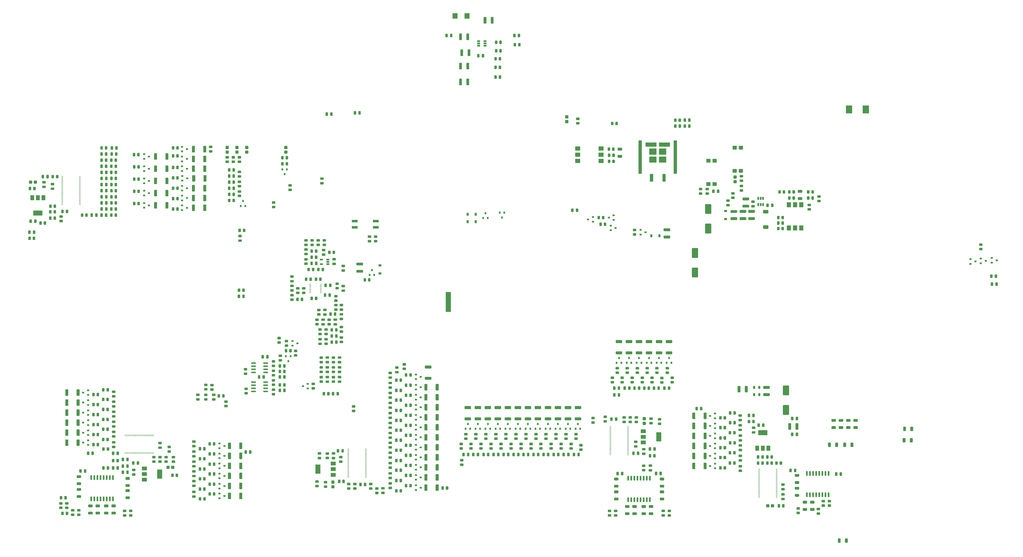
<source format=gtp>
G04 #@! TF.GenerationSoftware,KiCad,Pcbnew,(5.1.9-0-10_14)*
G04 #@! TF.CreationDate,2022-04-27T15:54:58-04:00*
G04 #@! TF.ProjectId,LiBCM,4c694243-4d2e-46b6-9963-61645f706362,A*
G04 #@! TF.SameCoordinates,Original*
G04 #@! TF.FileFunction,Paste,Top*
G04 #@! TF.FilePolarity,Positive*
%FSLAX46Y46*%
G04 Gerber Fmt 4.6, Leading zero omitted, Abs format (unit mm)*
G04 Created by KiCad (PCBNEW (5.1.9-0-10_14)) date 2022-04-27 15:54:58*
%MOMM*%
%LPD*%
G01*
G04 APERTURE LIST*
%ADD10C,0.100000*%
%ADD11R,2.000000X1.780000*%
%ADD12R,0.650000X1.220000*%
%ADD13R,1.780000X1.500000*%
%ADD14R,0.640000X1.910000*%
%ADD15R,1.220000X0.650000*%
%ADD16R,0.900000X1.200000*%
%ADD17R,0.900000X0.800000*%
%ADD18R,1.500000X2.000000*%
%ADD19R,3.800000X2.000000*%
%ADD20R,2.000000X1.500000*%
%ADD21R,2.000000X3.800000*%
%ADD22R,0.800000X0.900000*%
%ADD23R,1.200000X0.900000*%
%ADD24R,2.440000X1.120000*%
%ADD25R,1.780000X2.000000*%
%ADD26R,2.500000X3.300000*%
%ADD27R,2.100000X2.200000*%
%ADD28R,0.800000X0.200000*%
%ADD29R,0.800200X0.200200*%
%ADD30R,0.200000X0.800000*%
%ADD31R,0.200200X0.800200*%
%ADD32R,0.711200X0.244000*%
G04 APERTURE END LIST*
D10*
G36*
X201750000Y-107000000D02*
G01*
X199750000Y-107000000D01*
X199750000Y-99000000D01*
X201750000Y-99000000D01*
X201750000Y-107000000D01*
G37*
X201750000Y-107000000D02*
X199750000Y-107000000D01*
X199750000Y-99000000D01*
X201750000Y-99000000D01*
X201750000Y-107000000D01*
G04 #@! TO.C,HS1*
G36*
X286000000Y-46000000D02*
G01*
X283000000Y-46000000D01*
X283000000Y-43500000D01*
X286000000Y-43500000D01*
X286000000Y-46000000D01*
G37*
G36*
X290000000Y-46000000D02*
G01*
X287000000Y-46000000D01*
X287000000Y-43500000D01*
X290000000Y-43500000D01*
X290000000Y-46000000D01*
G37*
G36*
X286000000Y-42750000D02*
G01*
X283000000Y-42750000D01*
X283000000Y-40250000D01*
X286000000Y-40250000D01*
X286000000Y-42750000D01*
G37*
G36*
X290000000Y-42750000D02*
G01*
X287000000Y-42750000D01*
X287000000Y-40250000D01*
X290000000Y-40250000D01*
X290000000Y-42750000D01*
G37*
G36*
X291500000Y-39500000D02*
G01*
X287000000Y-39500000D01*
X287000000Y-37750000D01*
X291500000Y-37750000D01*
X291500000Y-39500000D01*
G37*
G36*
X286000000Y-39500000D02*
G01*
X281500000Y-39500000D01*
X281500000Y-37750000D01*
X286000000Y-37750000D01*
X286000000Y-39500000D01*
G37*
G36*
X284600000Y-53750000D02*
G01*
X283300000Y-53750000D01*
X283300000Y-50650000D01*
X284600000Y-50650000D01*
X284600000Y-53750000D01*
G37*
G36*
X289700000Y-53750000D02*
G01*
X288400000Y-53750000D01*
X288400000Y-50650000D01*
X289700000Y-50650000D01*
X289700000Y-53750000D01*
G37*
G36*
X294400000Y-50600000D02*
G01*
X293000000Y-50600000D01*
X293000000Y-36900000D01*
X294400000Y-36900000D01*
X294400000Y-50600000D01*
G37*
G36*
X280000000Y-50600000D02*
G01*
X278600000Y-50600000D01*
X278600000Y-36900000D01*
X280000000Y-36900000D01*
X280000000Y-50600000D01*
G37*
G04 #@! TD*
D11*
G04 #@! TO.C,U5*
X263265000Y-40210000D03*
X253735000Y-45290000D03*
X263265000Y-42750000D03*
X253735000Y-42750000D03*
X263265000Y-45290000D03*
X253735000Y-40210000D03*
G04 #@! TD*
G04 #@! TO.C,R41*
G36*
G01*
X133150000Y-137450002D02*
X133150000Y-136549998D01*
G75*
G02*
X133399998Y-136300000I249998J0D01*
G01*
X133925002Y-136300000D01*
G75*
G02*
X134175000Y-136549998I0J-249998D01*
G01*
X134175000Y-137450002D01*
G75*
G02*
X133925002Y-137700000I-249998J0D01*
G01*
X133399998Y-137700000D01*
G75*
G02*
X133150000Y-137450002I0J249998D01*
G01*
G37*
G36*
G01*
X131325000Y-137450002D02*
X131325000Y-136549998D01*
G75*
G02*
X131574998Y-136300000I249998J0D01*
G01*
X132100002Y-136300000D01*
G75*
G02*
X132350000Y-136549998I0J-249998D01*
G01*
X132350000Y-137450002D01*
G75*
G02*
X132100002Y-137700000I-249998J0D01*
G01*
X131574998Y-137700000D01*
G75*
G02*
X131325000Y-137450002I0J249998D01*
G01*
G37*
G04 #@! TD*
G04 #@! TO.C,R40*
G36*
G01*
X133150000Y-129700002D02*
X133150000Y-128799998D01*
G75*
G02*
X133399998Y-128550000I249998J0D01*
G01*
X133925002Y-128550000D01*
G75*
G02*
X134175000Y-128799998I0J-249998D01*
G01*
X134175000Y-129700002D01*
G75*
G02*
X133925002Y-129950000I-249998J0D01*
G01*
X133399998Y-129950000D01*
G75*
G02*
X133150000Y-129700002I0J249998D01*
G01*
G37*
G36*
G01*
X131325000Y-129700002D02*
X131325000Y-128799998D01*
G75*
G02*
X131574998Y-128550000I249998J0D01*
G01*
X132100002Y-128550000D01*
G75*
G02*
X132350000Y-128799998I0J-249998D01*
G01*
X132350000Y-129700002D01*
G75*
G02*
X132100002Y-129950000I-249998J0D01*
G01*
X131574998Y-129950000D01*
G75*
G02*
X131325000Y-129700002I0J249998D01*
G01*
G37*
G04 #@! TD*
G04 #@! TO.C,R339*
G36*
G01*
X354700002Y-186925000D02*
X353799998Y-186925000D01*
G75*
G02*
X353550000Y-186675002I0J249998D01*
G01*
X353550000Y-186149998D01*
G75*
G02*
X353799998Y-185900000I249998J0D01*
G01*
X354700002Y-185900000D01*
G75*
G02*
X354950000Y-186149998I0J-249998D01*
G01*
X354950000Y-186675002D01*
G75*
G02*
X354700002Y-186925000I-249998J0D01*
G01*
G37*
G36*
G01*
X354700002Y-185100000D02*
X353799998Y-185100000D01*
G75*
G02*
X353550000Y-184850002I0J249998D01*
G01*
X353550000Y-184324998D01*
G75*
G02*
X353799998Y-184075000I249998J0D01*
G01*
X354700002Y-184075000D01*
G75*
G02*
X354950000Y-184324998I0J-249998D01*
G01*
X354950000Y-184850002D01*
G75*
G02*
X354700002Y-185100000I-249998J0D01*
G01*
G37*
G04 #@! TD*
G04 #@! TO.C,R1*
G36*
G01*
X109799998Y-45150000D02*
X110700002Y-45150000D01*
G75*
G02*
X110950000Y-45399998I0J-249998D01*
G01*
X110950000Y-45925002D01*
G75*
G02*
X110700002Y-46175000I-249998J0D01*
G01*
X109799998Y-46175000D01*
G75*
G02*
X109550000Y-45925002I0J249998D01*
G01*
X109550000Y-45399998D01*
G75*
G02*
X109799998Y-45150000I249998J0D01*
G01*
G37*
G36*
G01*
X109799998Y-43325000D02*
X110700002Y-43325000D01*
G75*
G02*
X110950000Y-43574998I0J-249998D01*
G01*
X110950000Y-44100002D01*
G75*
G02*
X110700002Y-44350000I-249998J0D01*
G01*
X109799998Y-44350000D01*
G75*
G02*
X109550000Y-44100002I0J249998D01*
G01*
X109550000Y-43574998D01*
G75*
G02*
X109799998Y-43325000I249998J0D01*
G01*
G37*
G04 #@! TD*
G04 #@! TO.C,R61*
G36*
G01*
X304450002Y-57350000D02*
X303549998Y-57350000D01*
G75*
G02*
X303300000Y-57100002I0J249998D01*
G01*
X303300000Y-56574998D01*
G75*
G02*
X303549998Y-56325000I249998J0D01*
G01*
X304450002Y-56325000D01*
G75*
G02*
X304700000Y-56574998I0J-249998D01*
G01*
X304700000Y-57100002D01*
G75*
G02*
X304450002Y-57350000I-249998J0D01*
G01*
G37*
G36*
G01*
X304450002Y-59175000D02*
X303549998Y-59175000D01*
G75*
G02*
X303300000Y-58925002I0J249998D01*
G01*
X303300000Y-58399998D01*
G75*
G02*
X303549998Y-58150000I249998J0D01*
G01*
X304450002Y-58150000D01*
G75*
G02*
X304700000Y-58399998I0J-249998D01*
G01*
X304700000Y-58925002D01*
G75*
G02*
X304450002Y-59175000I-249998J0D01*
G01*
G37*
G04 #@! TD*
G04 #@! TO.C,C31*
G36*
G01*
X345400001Y-58350000D02*
X344099999Y-58350000D01*
G75*
G02*
X343850000Y-58100001I0J249999D01*
G01*
X343850000Y-57449999D01*
G75*
G02*
X344099999Y-57200000I249999J0D01*
G01*
X345400001Y-57200000D01*
G75*
G02*
X345650000Y-57449999I0J-249999D01*
G01*
X345650000Y-58100001D01*
G75*
G02*
X345400001Y-58350000I-249999J0D01*
G01*
G37*
G36*
G01*
X345400001Y-61300000D02*
X344099999Y-61300000D01*
G75*
G02*
X343850000Y-61050001I0J249999D01*
G01*
X343850000Y-60399999D01*
G75*
G02*
X344099999Y-60150000I249999J0D01*
G01*
X345400001Y-60150000D01*
G75*
G02*
X345650000Y-60399999I0J-249999D01*
G01*
X345650000Y-61050001D01*
G75*
G02*
X345400001Y-61300000I-249999J0D01*
G01*
G37*
G04 #@! TD*
G04 #@! TO.C,C103*
G36*
G01*
X341350000Y-171525000D02*
X341350000Y-172475000D01*
G75*
G02*
X341100000Y-172725000I-250000J0D01*
G01*
X340600000Y-172725000D01*
G75*
G02*
X340350000Y-172475000I0J250000D01*
G01*
X340350000Y-171525000D01*
G75*
G02*
X340600000Y-171275000I250000J0D01*
G01*
X341100000Y-171275000D01*
G75*
G02*
X341350000Y-171525000I0J-250000D01*
G01*
G37*
G36*
G01*
X343250000Y-171525000D02*
X343250000Y-172475000D01*
G75*
G02*
X343000000Y-172725000I-250000J0D01*
G01*
X342500000Y-172725000D01*
G75*
G02*
X342250000Y-172475000I0J250000D01*
G01*
X342250000Y-171525000D01*
G75*
G02*
X342500000Y-171275000I250000J0D01*
G01*
X343000000Y-171275000D01*
G75*
G02*
X343250000Y-171525000I0J-250000D01*
G01*
G37*
G04 #@! TD*
G04 #@! TO.C,C119*
G36*
G01*
X328050000Y-166025000D02*
X328050000Y-166975000D01*
G75*
G02*
X327800000Y-167225000I-250000J0D01*
G01*
X327300000Y-167225000D01*
G75*
G02*
X327050000Y-166975000I0J250000D01*
G01*
X327050000Y-166025000D01*
G75*
G02*
X327300000Y-165775000I250000J0D01*
G01*
X327800000Y-165775000D01*
G75*
G02*
X328050000Y-166025000I0J-250000D01*
G01*
G37*
G36*
G01*
X329950000Y-166025000D02*
X329950000Y-166975000D01*
G75*
G02*
X329700000Y-167225000I-250000J0D01*
G01*
X329200000Y-167225000D01*
G75*
G02*
X328950000Y-166975000I0J250000D01*
G01*
X328950000Y-166025000D01*
G75*
G02*
X329200000Y-165775000I250000J0D01*
G01*
X329700000Y-165775000D01*
G75*
G02*
X329950000Y-166025000I0J-250000D01*
G01*
G37*
G04 #@! TD*
G04 #@! TO.C,C40*
G36*
G01*
X59300000Y-44525000D02*
X59300000Y-45475000D01*
G75*
G02*
X59050000Y-45725000I-250000J0D01*
G01*
X58550000Y-45725000D01*
G75*
G02*
X58300000Y-45475000I0J250000D01*
G01*
X58300000Y-44525000D01*
G75*
G02*
X58550000Y-44275000I250000J0D01*
G01*
X59050000Y-44275000D01*
G75*
G02*
X59300000Y-44525000I0J-250000D01*
G01*
G37*
G36*
G01*
X61200000Y-44525000D02*
X61200000Y-45475000D01*
G75*
G02*
X60950000Y-45725000I-250000J0D01*
G01*
X60450000Y-45725000D01*
G75*
G02*
X60200000Y-45475000I0J250000D01*
G01*
X60200000Y-44525000D01*
G75*
G02*
X60450000Y-44275000I250000J0D01*
G01*
X60950000Y-44275000D01*
G75*
G02*
X61200000Y-44525000I0J-250000D01*
G01*
G37*
G04 #@! TD*
G04 #@! TO.C,C26*
G36*
G01*
X289149999Y-72925000D02*
X291350001Y-72925000D01*
G75*
G02*
X291600000Y-73174999I0J-249999D01*
G01*
X291600000Y-73825001D01*
G75*
G02*
X291350001Y-74075000I-249999J0D01*
G01*
X289149999Y-74075000D01*
G75*
G02*
X288900000Y-73825001I0J249999D01*
G01*
X288900000Y-73174999D01*
G75*
G02*
X289149999Y-72925000I249999J0D01*
G01*
G37*
G36*
G01*
X289149999Y-75875000D02*
X291350001Y-75875000D01*
G75*
G02*
X291600000Y-76124999I0J-249999D01*
G01*
X291600000Y-76775001D01*
G75*
G02*
X291350001Y-77025000I-249999J0D01*
G01*
X289149999Y-77025000D01*
G75*
G02*
X288900000Y-76775001I0J249999D01*
G01*
X288900000Y-76124999D01*
G75*
G02*
X289149999Y-75875000I249999J0D01*
G01*
G37*
G04 #@! TD*
G04 #@! TO.C,C33*
G36*
G01*
X271650001Y-41075000D02*
X270349999Y-41075000D01*
G75*
G02*
X270100000Y-40825001I0J249999D01*
G01*
X270100000Y-40174999D01*
G75*
G02*
X270349999Y-39925000I249999J0D01*
G01*
X271650001Y-39925000D01*
G75*
G02*
X271900000Y-40174999I0J-249999D01*
G01*
X271900000Y-40825001D01*
G75*
G02*
X271650001Y-41075000I-249999J0D01*
G01*
G37*
G36*
G01*
X271650001Y-44025000D02*
X270349999Y-44025000D01*
G75*
G02*
X270100000Y-43775001I0J249999D01*
G01*
X270100000Y-43124999D01*
G75*
G02*
X270349999Y-42875000I249999J0D01*
G01*
X271650001Y-42875000D01*
G75*
G02*
X271900000Y-43124999I0J-249999D01*
G01*
X271900000Y-43775001D01*
G75*
G02*
X271650001Y-44025000I-249999J0D01*
G01*
G37*
G04 #@! TD*
G04 #@! TO.C,C55*
G36*
G01*
X57900001Y-190050000D02*
X56599999Y-190050000D01*
G75*
G02*
X56350000Y-189800001I0J249999D01*
G01*
X56350000Y-189149999D01*
G75*
G02*
X56599999Y-188900000I249999J0D01*
G01*
X57900001Y-188900000D01*
G75*
G02*
X58150000Y-189149999I0J-249999D01*
G01*
X58150000Y-189800001D01*
G75*
G02*
X57900001Y-190050000I-249999J0D01*
G01*
G37*
G36*
G01*
X57900001Y-187100000D02*
X56599999Y-187100000D01*
G75*
G02*
X56350000Y-186850001I0J249999D01*
G01*
X56350000Y-186199999D01*
G75*
G02*
X56599999Y-185950000I249999J0D01*
G01*
X57900001Y-185950000D01*
G75*
G02*
X58150000Y-186199999I0J-249999D01*
G01*
X58150000Y-186850001D01*
G75*
G02*
X57900001Y-187100000I-249999J0D01*
G01*
G37*
G04 #@! TD*
G04 #@! TO.C,C56*
G36*
G01*
X54900001Y-190050000D02*
X53599999Y-190050000D01*
G75*
G02*
X53350000Y-189800001I0J249999D01*
G01*
X53350000Y-189149999D01*
G75*
G02*
X53599999Y-188900000I249999J0D01*
G01*
X54900001Y-188900000D01*
G75*
G02*
X55150000Y-189149999I0J-249999D01*
G01*
X55150000Y-189800001D01*
G75*
G02*
X54900001Y-190050000I-249999J0D01*
G01*
G37*
G36*
G01*
X54900001Y-187100000D02*
X53599999Y-187100000D01*
G75*
G02*
X53350000Y-186850001I0J249999D01*
G01*
X53350000Y-186199999D01*
G75*
G02*
X53599999Y-185950000I249999J0D01*
G01*
X54900001Y-185950000D01*
G75*
G02*
X55150000Y-186199999I0J-249999D01*
G01*
X55150000Y-186850001D01*
G75*
G02*
X54900001Y-187100000I-249999J0D01*
G01*
G37*
G04 #@! TD*
G04 #@! TO.C,C71*
G36*
G01*
X61400001Y-190050000D02*
X60099999Y-190050000D01*
G75*
G02*
X59850000Y-189800001I0J249999D01*
G01*
X59850000Y-189149999D01*
G75*
G02*
X60099999Y-188900000I249999J0D01*
G01*
X61400001Y-188900000D01*
G75*
G02*
X61650000Y-189149999I0J-249999D01*
G01*
X61650000Y-189800001D01*
G75*
G02*
X61400001Y-190050000I-249999J0D01*
G01*
G37*
G36*
G01*
X61400001Y-187100000D02*
X60099999Y-187100000D01*
G75*
G02*
X59850000Y-186850001I0J249999D01*
G01*
X59850000Y-186199999D01*
G75*
G02*
X60099999Y-185950000I249999J0D01*
G01*
X61400001Y-185950000D01*
G75*
G02*
X61650000Y-186199999I0J-249999D01*
G01*
X61650000Y-186850001D01*
G75*
G02*
X61400001Y-187100000I-249999J0D01*
G01*
G37*
G04 #@! TD*
G04 #@! TO.C,C72*
G36*
G01*
X64400001Y-190050000D02*
X63099999Y-190050000D01*
G75*
G02*
X62850000Y-189800001I0J249999D01*
G01*
X62850000Y-189149999D01*
G75*
G02*
X63099999Y-188900000I249999J0D01*
G01*
X64400001Y-188900000D01*
G75*
G02*
X64650000Y-189149999I0J-249999D01*
G01*
X64650000Y-189800001D01*
G75*
G02*
X64400001Y-190050000I-249999J0D01*
G01*
G37*
G36*
G01*
X64400001Y-187100000D02*
X63099999Y-187100000D01*
G75*
G02*
X62850000Y-186850001I0J249999D01*
G01*
X62850000Y-186199999D01*
G75*
G02*
X63099999Y-185950000I249999J0D01*
G01*
X64400001Y-185950000D01*
G75*
G02*
X64650000Y-186199999I0J-249999D01*
G01*
X64650000Y-186850001D01*
G75*
G02*
X64400001Y-187100000I-249999J0D01*
G01*
G37*
G04 #@! TD*
G04 #@! TO.C,C78*
G36*
G01*
X274650001Y-187350000D02*
X273349999Y-187350000D01*
G75*
G02*
X273100000Y-187100001I0J249999D01*
G01*
X273100000Y-186449999D01*
G75*
G02*
X273349999Y-186200000I249999J0D01*
G01*
X274650001Y-186200000D01*
G75*
G02*
X274900000Y-186449999I0J-249999D01*
G01*
X274900000Y-187100001D01*
G75*
G02*
X274650001Y-187350000I-249999J0D01*
G01*
G37*
G36*
G01*
X274650001Y-190300000D02*
X273349999Y-190300000D01*
G75*
G02*
X273100000Y-190050001I0J249999D01*
G01*
X273100000Y-189399999D01*
G75*
G02*
X273349999Y-189150000I249999J0D01*
G01*
X274650001Y-189150000D01*
G75*
G02*
X274900000Y-189399999I0J-249999D01*
G01*
X274900000Y-190050001D01*
G75*
G02*
X274650001Y-190300000I-249999J0D01*
G01*
G37*
G04 #@! TD*
G04 #@! TO.C,C92*
G36*
G01*
X277650001Y-187350000D02*
X276349999Y-187350000D01*
G75*
G02*
X276100000Y-187100001I0J249999D01*
G01*
X276100000Y-186449999D01*
G75*
G02*
X276349999Y-186200000I249999J0D01*
G01*
X277650001Y-186200000D01*
G75*
G02*
X277900000Y-186449999I0J-249999D01*
G01*
X277900000Y-187100001D01*
G75*
G02*
X277650001Y-187350000I-249999J0D01*
G01*
G37*
G36*
G01*
X277650001Y-190300000D02*
X276349999Y-190300000D01*
G75*
G02*
X276100000Y-190050001I0J249999D01*
G01*
X276100000Y-189399999D01*
G75*
G02*
X276349999Y-189150000I249999J0D01*
G01*
X277650001Y-189150000D01*
G75*
G02*
X277900000Y-189399999I0J-249999D01*
G01*
X277900000Y-190050001D01*
G75*
G02*
X277650001Y-190300000I-249999J0D01*
G01*
G37*
G04 #@! TD*
G04 #@! TO.C,C95*
G36*
G01*
X347400001Y-185600000D02*
X346099999Y-185600000D01*
G75*
G02*
X345850000Y-185350001I0J249999D01*
G01*
X345850000Y-184699999D01*
G75*
G02*
X346099999Y-184450000I249999J0D01*
G01*
X347400001Y-184450000D01*
G75*
G02*
X347650000Y-184699999I0J-249999D01*
G01*
X347650000Y-185350001D01*
G75*
G02*
X347400001Y-185600000I-249999J0D01*
G01*
G37*
G36*
G01*
X347400001Y-188550000D02*
X346099999Y-188550000D01*
G75*
G02*
X345850000Y-188300001I0J249999D01*
G01*
X345850000Y-187649999D01*
G75*
G02*
X346099999Y-187400000I249999J0D01*
G01*
X347400001Y-187400000D01*
G75*
G02*
X347650000Y-187649999I0J-249999D01*
G01*
X347650000Y-188300001D01*
G75*
G02*
X347400001Y-188550000I-249999J0D01*
G01*
G37*
G04 #@! TD*
G04 #@! TO.C,C96*
G36*
G01*
X350400001Y-185600000D02*
X349099999Y-185600000D01*
G75*
G02*
X348850000Y-185350001I0J249999D01*
G01*
X348850000Y-184699999D01*
G75*
G02*
X349099999Y-184450000I249999J0D01*
G01*
X350400001Y-184450000D01*
G75*
G02*
X350650000Y-184699999I0J-249999D01*
G01*
X350650000Y-185350001D01*
G75*
G02*
X350400001Y-185600000I-249999J0D01*
G01*
G37*
G36*
G01*
X350400001Y-188550000D02*
X349099999Y-188550000D01*
G75*
G02*
X348850000Y-188300001I0J249999D01*
G01*
X348850000Y-187649999D01*
G75*
G02*
X349099999Y-187400000I249999J0D01*
G01*
X350400001Y-187400000D01*
G75*
G02*
X350650000Y-187649999I0J-249999D01*
G01*
X350650000Y-188300001D01*
G75*
G02*
X350400001Y-188550000I-249999J0D01*
G01*
G37*
G04 #@! TD*
G04 #@! TO.C,R68*
G36*
G01*
X267012500Y-40049998D02*
X267012500Y-40950002D01*
G75*
G02*
X266762502Y-41200000I-249998J0D01*
G01*
X266237498Y-41200000D01*
G75*
G02*
X265987500Y-40950002I0J249998D01*
G01*
X265987500Y-40049998D01*
G75*
G02*
X266237498Y-39800000I249998J0D01*
G01*
X266762502Y-39800000D01*
G75*
G02*
X267012500Y-40049998I0J-249998D01*
G01*
G37*
G36*
G01*
X268837500Y-40049998D02*
X268837500Y-40950002D01*
G75*
G02*
X268587502Y-41200000I-249998J0D01*
G01*
X268062498Y-41200000D01*
G75*
G02*
X267812500Y-40950002I0J249998D01*
G01*
X267812500Y-40049998D01*
G75*
G02*
X268062498Y-39800000I249998J0D01*
G01*
X268587502Y-39800000D01*
G75*
G02*
X268837500Y-40049998I0J-249998D01*
G01*
G37*
G04 #@! TD*
G04 #@! TO.C,R69*
G36*
G01*
X341650000Y-58450002D02*
X341650000Y-57549998D01*
G75*
G02*
X341899998Y-57300000I249998J0D01*
G01*
X342425002Y-57300000D01*
G75*
G02*
X342675000Y-57549998I0J-249998D01*
G01*
X342675000Y-58450002D01*
G75*
G02*
X342425002Y-58700000I-249998J0D01*
G01*
X341899998Y-58700000D01*
G75*
G02*
X341650000Y-58450002I0J249998D01*
G01*
G37*
G36*
G01*
X339825000Y-58450002D02*
X339825000Y-57549998D01*
G75*
G02*
X340074998Y-57300000I249998J0D01*
G01*
X340600002Y-57300000D01*
G75*
G02*
X340850000Y-57549998I0J-249998D01*
G01*
X340850000Y-58450002D01*
G75*
G02*
X340600002Y-58700000I-249998J0D01*
G01*
X340074998Y-58700000D01*
G75*
G02*
X339825000Y-58450002I0J249998D01*
G01*
G37*
G04 #@! TD*
G04 #@! TO.C,R70*
G36*
G01*
X340850000Y-60049998D02*
X340850000Y-60950002D01*
G75*
G02*
X340600002Y-61200000I-249998J0D01*
G01*
X340074998Y-61200000D01*
G75*
G02*
X339825000Y-60950002I0J249998D01*
G01*
X339825000Y-60049998D01*
G75*
G02*
X340074998Y-59800000I249998J0D01*
G01*
X340600002Y-59800000D01*
G75*
G02*
X340850000Y-60049998I0J-249998D01*
G01*
G37*
G36*
G01*
X342675000Y-60049998D02*
X342675000Y-60950002D01*
G75*
G02*
X342425002Y-61200000I-249998J0D01*
G01*
X341899998Y-61200000D01*
G75*
G02*
X341650000Y-60950002I0J249998D01*
G01*
X341650000Y-60049998D01*
G75*
G02*
X341899998Y-59800000I249998J0D01*
G01*
X342425002Y-59800000D01*
G75*
G02*
X342675000Y-60049998I0J-249998D01*
G01*
G37*
G04 #@! TD*
G04 #@! TO.C,R71*
G36*
G01*
X352049998Y-61200000D02*
X352950002Y-61200000D01*
G75*
G02*
X353200000Y-61449998I0J-249998D01*
G01*
X353200000Y-61975002D01*
G75*
G02*
X352950002Y-62225000I-249998J0D01*
G01*
X352049998Y-62225000D01*
G75*
G02*
X351800000Y-61975002I0J249998D01*
G01*
X351800000Y-61449998D01*
G75*
G02*
X352049998Y-61200000I249998J0D01*
G01*
G37*
G36*
G01*
X352049998Y-59375000D02*
X352950002Y-59375000D01*
G75*
G02*
X353200000Y-59624998I0J-249998D01*
G01*
X353200000Y-60150002D01*
G75*
G02*
X352950002Y-60400000I-249998J0D01*
G01*
X352049998Y-60400000D01*
G75*
G02*
X351800000Y-60150002I0J249998D01*
G01*
X351800000Y-59624998D01*
G75*
G02*
X352049998Y-59375000I249998J0D01*
G01*
G37*
G04 #@! TD*
G04 #@! TO.C,R72*
G36*
G01*
X349400000Y-58450002D02*
X349400000Y-57549998D01*
G75*
G02*
X349649998Y-57300000I249998J0D01*
G01*
X350175002Y-57300000D01*
G75*
G02*
X350425000Y-57549998I0J-249998D01*
G01*
X350425000Y-58450002D01*
G75*
G02*
X350175002Y-58700000I-249998J0D01*
G01*
X349649998Y-58700000D01*
G75*
G02*
X349400000Y-58450002I0J249998D01*
G01*
G37*
G36*
G01*
X347575000Y-58450002D02*
X347575000Y-57549998D01*
G75*
G02*
X347824998Y-57300000I249998J0D01*
G01*
X348350002Y-57300000D01*
G75*
G02*
X348600000Y-57549998I0J-249998D01*
G01*
X348600000Y-58450002D01*
G75*
G02*
X348350002Y-58700000I-249998J0D01*
G01*
X347824998Y-58700000D01*
G75*
G02*
X347575000Y-58450002I0J249998D01*
G01*
G37*
G04 #@! TD*
G04 #@! TO.C,R74*
G36*
G01*
X295012500Y-31500002D02*
X295012500Y-30599998D01*
G75*
G02*
X295262498Y-30350000I249998J0D01*
G01*
X295787502Y-30350000D01*
G75*
G02*
X296037500Y-30599998I0J-249998D01*
G01*
X296037500Y-31500002D01*
G75*
G02*
X295787502Y-31750000I-249998J0D01*
G01*
X295262498Y-31750000D01*
G75*
G02*
X295012500Y-31500002I0J249998D01*
G01*
G37*
G36*
G01*
X293187500Y-31500002D02*
X293187500Y-30599998D01*
G75*
G02*
X293437498Y-30350000I249998J0D01*
G01*
X293962502Y-30350000D01*
G75*
G02*
X294212500Y-30599998I0J-249998D01*
G01*
X294212500Y-31500002D01*
G75*
G02*
X293962502Y-31750000I-249998J0D01*
G01*
X293437498Y-31750000D01*
G75*
G02*
X293187500Y-31500002I0J249998D01*
G01*
G37*
G04 #@! TD*
G04 #@! TO.C,R75*
G36*
G01*
X295000000Y-29100002D02*
X295000000Y-28199998D01*
G75*
G02*
X295249998Y-27950000I249998J0D01*
G01*
X295775002Y-27950000D01*
G75*
G02*
X296025000Y-28199998I0J-249998D01*
G01*
X296025000Y-29100002D01*
G75*
G02*
X295775002Y-29350000I-249998J0D01*
G01*
X295249998Y-29350000D01*
G75*
G02*
X295000000Y-29100002I0J249998D01*
G01*
G37*
G36*
G01*
X293175000Y-29100002D02*
X293175000Y-28199998D01*
G75*
G02*
X293424998Y-27950000I249998J0D01*
G01*
X293950002Y-27950000D01*
G75*
G02*
X294200000Y-28199998I0J-249998D01*
G01*
X294200000Y-29100002D01*
G75*
G02*
X293950002Y-29350000I-249998J0D01*
G01*
X293424998Y-29350000D01*
G75*
G02*
X293175000Y-29100002I0J249998D01*
G01*
G37*
G04 #@! TD*
G04 #@! TO.C,R77*
G36*
G01*
X298900000Y-29050002D02*
X298900000Y-28149998D01*
G75*
G02*
X299149998Y-27900000I249998J0D01*
G01*
X299675002Y-27900000D01*
G75*
G02*
X299925000Y-28149998I0J-249998D01*
G01*
X299925000Y-29050002D01*
G75*
G02*
X299675002Y-29300000I-249998J0D01*
G01*
X299149998Y-29300000D01*
G75*
G02*
X298900000Y-29050002I0J249998D01*
G01*
G37*
G36*
G01*
X297075000Y-29050002D02*
X297075000Y-28149998D01*
G75*
G02*
X297324998Y-27900000I249998J0D01*
G01*
X297850002Y-27900000D01*
G75*
G02*
X298100000Y-28149998I0J-249998D01*
G01*
X298100000Y-29050002D01*
G75*
G02*
X297850002Y-29300000I-249998J0D01*
G01*
X297324998Y-29300000D01*
G75*
G02*
X297075000Y-29050002I0J249998D01*
G01*
G37*
G04 #@! TD*
G04 #@! TO.C,R78*
G36*
G01*
X267100000Y-45049998D02*
X267100000Y-45950002D01*
G75*
G02*
X266850002Y-46200000I-249998J0D01*
G01*
X266324998Y-46200000D01*
G75*
G02*
X266075000Y-45950002I0J249998D01*
G01*
X266075000Y-45049998D01*
G75*
G02*
X266324998Y-44800000I249998J0D01*
G01*
X266850002Y-44800000D01*
G75*
G02*
X267100000Y-45049998I0J-249998D01*
G01*
G37*
G36*
G01*
X268925000Y-45049998D02*
X268925000Y-45950002D01*
G75*
G02*
X268675002Y-46200000I-249998J0D01*
G01*
X268149998Y-46200000D01*
G75*
G02*
X267900000Y-45950002I0J249998D01*
G01*
X267900000Y-45049998D01*
G75*
G02*
X268149998Y-44800000I249998J0D01*
G01*
X268675002Y-44800000D01*
G75*
G02*
X268925000Y-45049998I0J-249998D01*
G01*
G37*
G04 #@! TD*
G04 #@! TO.C,R79*
G36*
G01*
X298900000Y-31500002D02*
X298900000Y-30599998D01*
G75*
G02*
X299149998Y-30350000I249998J0D01*
G01*
X299675002Y-30350000D01*
G75*
G02*
X299925000Y-30599998I0J-249998D01*
G01*
X299925000Y-31500002D01*
G75*
G02*
X299675002Y-31750000I-249998J0D01*
G01*
X299149998Y-31750000D01*
G75*
G02*
X298900000Y-31500002I0J249998D01*
G01*
G37*
G36*
G01*
X297075000Y-31500002D02*
X297075000Y-30599998D01*
G75*
G02*
X297324998Y-30350000I249998J0D01*
G01*
X297850002Y-30350000D01*
G75*
G02*
X298100000Y-30599998I0J-249998D01*
G01*
X298100000Y-31500002D01*
G75*
G02*
X297850002Y-31750000I-249998J0D01*
G01*
X297324998Y-31750000D01*
G75*
G02*
X297075000Y-31500002I0J249998D01*
G01*
G37*
G04 #@! TD*
G04 #@! TO.C,R83*
G36*
G01*
X100450000Y-65575001D02*
X100450000Y-63424999D01*
G75*
G02*
X100699999Y-63175000I249999J0D01*
G01*
X101425001Y-63175000D01*
G75*
G02*
X101675000Y-63424999I0J-249999D01*
G01*
X101675000Y-65575001D01*
G75*
G02*
X101425001Y-65825000I-249999J0D01*
G01*
X100699999Y-65825000D01*
G75*
G02*
X100450000Y-65575001I0J249999D01*
G01*
G37*
G36*
G01*
X95825000Y-65575001D02*
X95825000Y-63424999D01*
G75*
G02*
X96074999Y-63175000I249999J0D01*
G01*
X96800001Y-63175000D01*
G75*
G02*
X97050000Y-63424999I0J-249999D01*
G01*
X97050000Y-65575001D01*
G75*
G02*
X96800001Y-65825000I-249999J0D01*
G01*
X96074999Y-65825000D01*
G75*
G02*
X95825000Y-65575001I0J249999D01*
G01*
G37*
G04 #@! TD*
G04 #@! TO.C,R84*
G36*
G01*
X84950000Y-64575001D02*
X84950000Y-62424999D01*
G75*
G02*
X85199999Y-62175000I249999J0D01*
G01*
X85925001Y-62175000D01*
G75*
G02*
X86175000Y-62424999I0J-249999D01*
G01*
X86175000Y-64575001D01*
G75*
G02*
X85925001Y-64825000I-249999J0D01*
G01*
X85199999Y-64825000D01*
G75*
G02*
X84950000Y-64575001I0J249999D01*
G01*
G37*
G36*
G01*
X80325000Y-64575001D02*
X80325000Y-62424999D01*
G75*
G02*
X80574999Y-62175000I249999J0D01*
G01*
X81300001Y-62175000D01*
G75*
G02*
X81550000Y-62424999I0J-249999D01*
G01*
X81550000Y-64575001D01*
G75*
G02*
X81300001Y-64825000I-249999J0D01*
G01*
X80574999Y-64825000D01*
G75*
G02*
X80325000Y-64575001I0J249999D01*
G01*
G37*
G04 #@! TD*
G04 #@! TO.C,R85*
G36*
G01*
X100450000Y-61575001D02*
X100450000Y-59424999D01*
G75*
G02*
X100699999Y-59175000I249999J0D01*
G01*
X101425001Y-59175000D01*
G75*
G02*
X101675000Y-59424999I0J-249999D01*
G01*
X101675000Y-61575001D01*
G75*
G02*
X101425001Y-61825000I-249999J0D01*
G01*
X100699999Y-61825000D01*
G75*
G02*
X100450000Y-61575001I0J249999D01*
G01*
G37*
G36*
G01*
X95825000Y-61575001D02*
X95825000Y-59424999D01*
G75*
G02*
X96074999Y-59175000I249999J0D01*
G01*
X96800001Y-59175000D01*
G75*
G02*
X97050000Y-59424999I0J-249999D01*
G01*
X97050000Y-61575001D01*
G75*
G02*
X96800001Y-61825000I-249999J0D01*
G01*
X96074999Y-61825000D01*
G75*
G02*
X95825000Y-61575001I0J249999D01*
G01*
G37*
G04 #@! TD*
G04 #@! TO.C,R86*
G36*
G01*
X84950000Y-59575001D02*
X84950000Y-57424999D01*
G75*
G02*
X85199999Y-57175000I249999J0D01*
G01*
X85925001Y-57175000D01*
G75*
G02*
X86175000Y-57424999I0J-249999D01*
G01*
X86175000Y-59575001D01*
G75*
G02*
X85925001Y-59825000I-249999J0D01*
G01*
X85199999Y-59825000D01*
G75*
G02*
X84950000Y-59575001I0J249999D01*
G01*
G37*
G36*
G01*
X80325000Y-59575001D02*
X80325000Y-57424999D01*
G75*
G02*
X80574999Y-57175000I249999J0D01*
G01*
X81300001Y-57175000D01*
G75*
G02*
X81550000Y-57424999I0J-249999D01*
G01*
X81550000Y-59575001D01*
G75*
G02*
X81300001Y-59825000I-249999J0D01*
G01*
X80574999Y-59825000D01*
G75*
G02*
X80325000Y-59575001I0J249999D01*
G01*
G37*
G04 #@! TD*
G04 #@! TO.C,R87*
G36*
G01*
X100450000Y-57575001D02*
X100450000Y-55424999D01*
G75*
G02*
X100699999Y-55175000I249999J0D01*
G01*
X101425001Y-55175000D01*
G75*
G02*
X101675000Y-55424999I0J-249999D01*
G01*
X101675000Y-57575001D01*
G75*
G02*
X101425001Y-57825000I-249999J0D01*
G01*
X100699999Y-57825000D01*
G75*
G02*
X100450000Y-57575001I0J249999D01*
G01*
G37*
G36*
G01*
X95825000Y-57575001D02*
X95825000Y-55424999D01*
G75*
G02*
X96074999Y-55175000I249999J0D01*
G01*
X96800001Y-55175000D01*
G75*
G02*
X97050000Y-55424999I0J-249999D01*
G01*
X97050000Y-57575001D01*
G75*
G02*
X96800001Y-57825000I-249999J0D01*
G01*
X96074999Y-57825000D01*
G75*
G02*
X95825000Y-57575001I0J249999D01*
G01*
G37*
G04 #@! TD*
G04 #@! TO.C,R88*
G36*
G01*
X84950000Y-54575001D02*
X84950000Y-52424999D01*
G75*
G02*
X85199999Y-52175000I249999J0D01*
G01*
X85925001Y-52175000D01*
G75*
G02*
X86175000Y-52424999I0J-249999D01*
G01*
X86175000Y-54575001D01*
G75*
G02*
X85925001Y-54825000I-249999J0D01*
G01*
X85199999Y-54825000D01*
G75*
G02*
X84950000Y-54575001I0J249999D01*
G01*
G37*
G36*
G01*
X80325000Y-54575001D02*
X80325000Y-52424999D01*
G75*
G02*
X80574999Y-52175000I249999J0D01*
G01*
X81300001Y-52175000D01*
G75*
G02*
X81550000Y-52424999I0J-249999D01*
G01*
X81550000Y-54575001D01*
G75*
G02*
X81300001Y-54825000I-249999J0D01*
G01*
X80574999Y-54825000D01*
G75*
G02*
X80325000Y-54575001I0J249999D01*
G01*
G37*
G04 #@! TD*
G04 #@! TO.C,R89*
G36*
G01*
X100550000Y-53525001D02*
X100550000Y-51374999D01*
G75*
G02*
X100799999Y-51125000I249999J0D01*
G01*
X101525001Y-51125000D01*
G75*
G02*
X101775000Y-51374999I0J-249999D01*
G01*
X101775000Y-53525001D01*
G75*
G02*
X101525001Y-53775000I-249999J0D01*
G01*
X100799999Y-53775000D01*
G75*
G02*
X100550000Y-53525001I0J249999D01*
G01*
G37*
G36*
G01*
X95925000Y-53525001D02*
X95925000Y-51374999D01*
G75*
G02*
X96174999Y-51125000I249999J0D01*
G01*
X96900001Y-51125000D01*
G75*
G02*
X97150000Y-51374999I0J-249999D01*
G01*
X97150000Y-53525001D01*
G75*
G02*
X96900001Y-53775000I-249999J0D01*
G01*
X96174999Y-53775000D01*
G75*
G02*
X95925000Y-53525001I0J249999D01*
G01*
G37*
G04 #@! TD*
G04 #@! TO.C,R90*
G36*
G01*
X84950000Y-49575001D02*
X84950000Y-47424999D01*
G75*
G02*
X85199999Y-47175000I249999J0D01*
G01*
X85925001Y-47175000D01*
G75*
G02*
X86175000Y-47424999I0J-249999D01*
G01*
X86175000Y-49575001D01*
G75*
G02*
X85925001Y-49825000I-249999J0D01*
G01*
X85199999Y-49825000D01*
G75*
G02*
X84950000Y-49575001I0J249999D01*
G01*
G37*
G36*
G01*
X80325000Y-49575001D02*
X80325000Y-47424999D01*
G75*
G02*
X80574999Y-47175000I249999J0D01*
G01*
X81300001Y-47175000D01*
G75*
G02*
X81550000Y-47424999I0J-249999D01*
G01*
X81550000Y-49575001D01*
G75*
G02*
X81300001Y-49825000I-249999J0D01*
G01*
X80574999Y-49825000D01*
G75*
G02*
X80325000Y-49575001I0J249999D01*
G01*
G37*
G04 #@! TD*
G04 #@! TO.C,R91*
G36*
G01*
X100450000Y-49575001D02*
X100450000Y-47424999D01*
G75*
G02*
X100699999Y-47175000I249999J0D01*
G01*
X101425001Y-47175000D01*
G75*
G02*
X101675000Y-47424999I0J-249999D01*
G01*
X101675000Y-49575001D01*
G75*
G02*
X101425001Y-49825000I-249999J0D01*
G01*
X100699999Y-49825000D01*
G75*
G02*
X100450000Y-49575001I0J249999D01*
G01*
G37*
G36*
G01*
X95825000Y-49575001D02*
X95825000Y-47424999D01*
G75*
G02*
X96074999Y-47175000I249999J0D01*
G01*
X96800001Y-47175000D01*
G75*
G02*
X97050000Y-47424999I0J-249999D01*
G01*
X97050000Y-49575001D01*
G75*
G02*
X96800001Y-49825000I-249999J0D01*
G01*
X96074999Y-49825000D01*
G75*
G02*
X95825000Y-49575001I0J249999D01*
G01*
G37*
G04 #@! TD*
G04 #@! TO.C,R92*
G36*
G01*
X84950000Y-44575001D02*
X84950000Y-42424999D01*
G75*
G02*
X85199999Y-42175000I249999J0D01*
G01*
X85925001Y-42175000D01*
G75*
G02*
X86175000Y-42424999I0J-249999D01*
G01*
X86175000Y-44575001D01*
G75*
G02*
X85925001Y-44825000I-249999J0D01*
G01*
X85199999Y-44825000D01*
G75*
G02*
X84950000Y-44575001I0J249999D01*
G01*
G37*
G36*
G01*
X80325000Y-44575001D02*
X80325000Y-42424999D01*
G75*
G02*
X80574999Y-42175000I249999J0D01*
G01*
X81300001Y-42175000D01*
G75*
G02*
X81550000Y-42424999I0J-249999D01*
G01*
X81550000Y-44575001D01*
G75*
G02*
X81300001Y-44825000I-249999J0D01*
G01*
X80574999Y-44825000D01*
G75*
G02*
X80325000Y-44575001I0J249999D01*
G01*
G37*
G04 #@! TD*
G04 #@! TO.C,R93*
G36*
G01*
X100450000Y-45575001D02*
X100450000Y-43424999D01*
G75*
G02*
X100699999Y-43175000I249999J0D01*
G01*
X101425001Y-43175000D01*
G75*
G02*
X101675000Y-43424999I0J-249999D01*
G01*
X101675000Y-45575001D01*
G75*
G02*
X101425001Y-45825000I-249999J0D01*
G01*
X100699999Y-45825000D01*
G75*
G02*
X100450000Y-45575001I0J249999D01*
G01*
G37*
G36*
G01*
X95825000Y-45575001D02*
X95825000Y-43424999D01*
G75*
G02*
X96074999Y-43175000I249999J0D01*
G01*
X96800001Y-43175000D01*
G75*
G02*
X97050000Y-43424999I0J-249999D01*
G01*
X97050000Y-45575001D01*
G75*
G02*
X96800001Y-45825000I-249999J0D01*
G01*
X96074999Y-45825000D01*
G75*
G02*
X95825000Y-45575001I0J249999D01*
G01*
G37*
G04 #@! TD*
G04 #@! TO.C,R94*
G36*
G01*
X100450000Y-41575001D02*
X100450000Y-39424999D01*
G75*
G02*
X100699999Y-39175000I249999J0D01*
G01*
X101425001Y-39175000D01*
G75*
G02*
X101675000Y-39424999I0J-249999D01*
G01*
X101675000Y-41575001D01*
G75*
G02*
X101425001Y-41825000I-249999J0D01*
G01*
X100699999Y-41825000D01*
G75*
G02*
X100450000Y-41575001I0J249999D01*
G01*
G37*
G36*
G01*
X95825000Y-41575001D02*
X95825000Y-39424999D01*
G75*
G02*
X96074999Y-39175000I249999J0D01*
G01*
X96800001Y-39175000D01*
G75*
G02*
X97050000Y-39424999I0J-249999D01*
G01*
X97050000Y-41575001D01*
G75*
G02*
X96800001Y-41825000I-249999J0D01*
G01*
X96074999Y-41825000D01*
G75*
G02*
X95825000Y-41575001I0J249999D01*
G01*
G37*
G04 #@! TD*
G04 #@! TO.C,R95*
G36*
G01*
X51350000Y-67049998D02*
X51350000Y-67950002D01*
G75*
G02*
X51100002Y-68200000I-249998J0D01*
G01*
X50574998Y-68200000D01*
G75*
G02*
X50325000Y-67950002I0J249998D01*
G01*
X50325000Y-67049998D01*
G75*
G02*
X50574998Y-66800000I249998J0D01*
G01*
X51100002Y-66800000D01*
G75*
G02*
X51350000Y-67049998I0J-249998D01*
G01*
G37*
G36*
G01*
X53175000Y-67049998D02*
X53175000Y-67950002D01*
G75*
G02*
X52925002Y-68200000I-249998J0D01*
G01*
X52399998Y-68200000D01*
G75*
G02*
X52150000Y-67950002I0J249998D01*
G01*
X52150000Y-67049998D01*
G75*
G02*
X52399998Y-66800000I249998J0D01*
G01*
X52925002Y-66800000D01*
G75*
G02*
X53175000Y-67049998I0J-249998D01*
G01*
G37*
G04 #@! TD*
G04 #@! TO.C,R129*
G36*
G01*
X50175003Y-175100000D02*
X48924997Y-175100000D01*
G75*
G02*
X48675000Y-174850003I0J249997D01*
G01*
X48675000Y-174224997D01*
G75*
G02*
X48924997Y-173975000I249997J0D01*
G01*
X50175003Y-173975000D01*
G75*
G02*
X50425000Y-174224997I0J-249997D01*
G01*
X50425000Y-174850003D01*
G75*
G02*
X50175003Y-175100000I-249997J0D01*
G01*
G37*
G36*
G01*
X50175003Y-178025000D02*
X48924997Y-178025000D01*
G75*
G02*
X48675000Y-177775003I0J249997D01*
G01*
X48675000Y-177149997D01*
G75*
G02*
X48924997Y-176900000I249997J0D01*
G01*
X50175003Y-176900000D01*
G75*
G02*
X50425000Y-177149997I0J-249997D01*
G01*
X50425000Y-177775003D01*
G75*
G02*
X50175003Y-178025000I-249997J0D01*
G01*
G37*
G04 #@! TD*
G04 #@! TO.C,R131*
G36*
G01*
X50175003Y-180350000D02*
X48924997Y-180350000D01*
G75*
G02*
X48675000Y-180100003I0J249997D01*
G01*
X48675000Y-179474997D01*
G75*
G02*
X48924997Y-179225000I249997J0D01*
G01*
X50175003Y-179225000D01*
G75*
G02*
X50425000Y-179474997I0J-249997D01*
G01*
X50425000Y-180100003D01*
G75*
G02*
X50175003Y-180350000I-249997J0D01*
G01*
G37*
G36*
G01*
X50175003Y-183275000D02*
X48924997Y-183275000D01*
G75*
G02*
X48675000Y-183025003I0J249997D01*
G01*
X48675000Y-182399997D01*
G75*
G02*
X48924997Y-182150000I249997J0D01*
G01*
X50175003Y-182150000D01*
G75*
G02*
X50425000Y-182399997I0J-249997D01*
G01*
X50425000Y-183025003D01*
G75*
G02*
X50175003Y-183275000I-249997J0D01*
G01*
G37*
G04 #@! TD*
G04 #@! TO.C,R132*
G36*
G01*
X115200000Y-183525001D02*
X115200000Y-181374999D01*
G75*
G02*
X115449999Y-181125000I249999J0D01*
G01*
X116175001Y-181125000D01*
G75*
G02*
X116425000Y-181374999I0J-249999D01*
G01*
X116425000Y-183525001D01*
G75*
G02*
X116175001Y-183775000I-249999J0D01*
G01*
X115449999Y-183775000D01*
G75*
G02*
X115200000Y-183525001I0J249999D01*
G01*
G37*
G36*
G01*
X110575000Y-183525001D02*
X110575000Y-181374999D01*
G75*
G02*
X110824999Y-181125000I249999J0D01*
G01*
X111550001Y-181125000D01*
G75*
G02*
X111800000Y-181374999I0J-249999D01*
G01*
X111800000Y-183525001D01*
G75*
G02*
X111550001Y-183775000I-249999J0D01*
G01*
X110824999Y-183775000D01*
G75*
G02*
X110575000Y-183525001I0J249999D01*
G01*
G37*
G04 #@! TD*
G04 #@! TO.C,R133*
G36*
G01*
X115200000Y-179425001D02*
X115200000Y-177274999D01*
G75*
G02*
X115449999Y-177025000I249999J0D01*
G01*
X116175001Y-177025000D01*
G75*
G02*
X116425000Y-177274999I0J-249999D01*
G01*
X116425000Y-179425001D01*
G75*
G02*
X116175001Y-179675000I-249999J0D01*
G01*
X115449999Y-179675000D01*
G75*
G02*
X115200000Y-179425001I0J249999D01*
G01*
G37*
G36*
G01*
X110575000Y-179425001D02*
X110575000Y-177274999D01*
G75*
G02*
X110824999Y-177025000I249999J0D01*
G01*
X111550001Y-177025000D01*
G75*
G02*
X111800000Y-177274999I0J-249999D01*
G01*
X111800000Y-179425001D01*
G75*
G02*
X111550001Y-179675000I-249999J0D01*
G01*
X110824999Y-179675000D01*
G75*
G02*
X110575000Y-179425001I0J249999D01*
G01*
G37*
G04 #@! TD*
G04 #@! TO.C,R134*
G36*
G01*
X115200000Y-175325001D02*
X115200000Y-173174999D01*
G75*
G02*
X115449999Y-172925000I249999J0D01*
G01*
X116175001Y-172925000D01*
G75*
G02*
X116425000Y-173174999I0J-249999D01*
G01*
X116425000Y-175325001D01*
G75*
G02*
X116175001Y-175575000I-249999J0D01*
G01*
X115449999Y-175575000D01*
G75*
G02*
X115200000Y-175325001I0J249999D01*
G01*
G37*
G36*
G01*
X110575000Y-175325001D02*
X110575000Y-173174999D01*
G75*
G02*
X110824999Y-172925000I249999J0D01*
G01*
X111550001Y-172925000D01*
G75*
G02*
X111800000Y-173174999I0J-249999D01*
G01*
X111800000Y-175325001D01*
G75*
G02*
X111550001Y-175575000I-249999J0D01*
G01*
X110824999Y-175575000D01*
G75*
G02*
X110575000Y-175325001I0J249999D01*
G01*
G37*
G04 #@! TD*
G04 #@! TO.C,R135*
G36*
G01*
X115200000Y-171225001D02*
X115200000Y-169074999D01*
G75*
G02*
X115449999Y-168825000I249999J0D01*
G01*
X116175001Y-168825000D01*
G75*
G02*
X116425000Y-169074999I0J-249999D01*
G01*
X116425000Y-171225001D01*
G75*
G02*
X116175001Y-171475000I-249999J0D01*
G01*
X115449999Y-171475000D01*
G75*
G02*
X115200000Y-171225001I0J249999D01*
G01*
G37*
G36*
G01*
X110575000Y-171225001D02*
X110575000Y-169074999D01*
G75*
G02*
X110824999Y-168825000I249999J0D01*
G01*
X111550001Y-168825000D01*
G75*
G02*
X111800000Y-169074999I0J-249999D01*
G01*
X111800000Y-171225001D01*
G75*
G02*
X111550001Y-171475000I-249999J0D01*
G01*
X110824999Y-171475000D01*
G75*
G02*
X110575000Y-171225001I0J249999D01*
G01*
G37*
G04 #@! TD*
G04 #@! TO.C,R136*
G36*
G01*
X115200000Y-167125001D02*
X115200000Y-164974999D01*
G75*
G02*
X115449999Y-164725000I249999J0D01*
G01*
X116175001Y-164725000D01*
G75*
G02*
X116425000Y-164974999I0J-249999D01*
G01*
X116425000Y-167125001D01*
G75*
G02*
X116175001Y-167375000I-249999J0D01*
G01*
X115449999Y-167375000D01*
G75*
G02*
X115200000Y-167125001I0J249999D01*
G01*
G37*
G36*
G01*
X110575000Y-167125001D02*
X110575000Y-164974999D01*
G75*
G02*
X110824999Y-164725000I249999J0D01*
G01*
X111550001Y-164725000D01*
G75*
G02*
X111800000Y-164974999I0J-249999D01*
G01*
X111800000Y-167125001D01*
G75*
G02*
X111550001Y-167375000I-249999J0D01*
G01*
X110824999Y-167375000D01*
G75*
G02*
X110575000Y-167125001I0J249999D01*
G01*
G37*
G04 #@! TD*
G04 #@! TO.C,R137*
G36*
G01*
X115200000Y-163025001D02*
X115200000Y-160874999D01*
G75*
G02*
X115449999Y-160625000I249999J0D01*
G01*
X116175001Y-160625000D01*
G75*
G02*
X116425000Y-160874999I0J-249999D01*
G01*
X116425000Y-163025001D01*
G75*
G02*
X116175001Y-163275000I-249999J0D01*
G01*
X115449999Y-163275000D01*
G75*
G02*
X115200000Y-163025001I0J249999D01*
G01*
G37*
G36*
G01*
X110575000Y-163025001D02*
X110575000Y-160874999D01*
G75*
G02*
X110824999Y-160625000I249999J0D01*
G01*
X111550001Y-160625000D01*
G75*
G02*
X111800000Y-160874999I0J-249999D01*
G01*
X111800000Y-163025001D01*
G75*
G02*
X111550001Y-163275000I-249999J0D01*
G01*
X110824999Y-163275000D01*
G75*
G02*
X110575000Y-163025001I0J249999D01*
G01*
G37*
G04 #@! TD*
G04 #@! TO.C,R138*
G36*
G01*
X45200000Y-139074999D02*
X45200000Y-141225001D01*
G75*
G02*
X44950001Y-141475000I-249999J0D01*
G01*
X44224999Y-141475000D01*
G75*
G02*
X43975000Y-141225001I0J249999D01*
G01*
X43975000Y-139074999D01*
G75*
G02*
X44224999Y-138825000I249999J0D01*
G01*
X44950001Y-138825000D01*
G75*
G02*
X45200000Y-139074999I0J-249999D01*
G01*
G37*
G36*
G01*
X49825000Y-139074999D02*
X49825000Y-141225001D01*
G75*
G02*
X49575001Y-141475000I-249999J0D01*
G01*
X48849999Y-141475000D01*
G75*
G02*
X48600000Y-141225001I0J249999D01*
G01*
X48600000Y-139074999D01*
G75*
G02*
X48849999Y-138825000I249999J0D01*
G01*
X49575001Y-138825000D01*
G75*
G02*
X49825000Y-139074999I0J-249999D01*
G01*
G37*
G04 #@! TD*
G04 #@! TO.C,R139*
G36*
G01*
X45200000Y-143174999D02*
X45200000Y-145325001D01*
G75*
G02*
X44950001Y-145575000I-249999J0D01*
G01*
X44224999Y-145575000D01*
G75*
G02*
X43975000Y-145325001I0J249999D01*
G01*
X43975000Y-143174999D01*
G75*
G02*
X44224999Y-142925000I249999J0D01*
G01*
X44950001Y-142925000D01*
G75*
G02*
X45200000Y-143174999I0J-249999D01*
G01*
G37*
G36*
G01*
X49825000Y-143174999D02*
X49825000Y-145325001D01*
G75*
G02*
X49575001Y-145575000I-249999J0D01*
G01*
X48849999Y-145575000D01*
G75*
G02*
X48600000Y-145325001I0J249999D01*
G01*
X48600000Y-143174999D01*
G75*
G02*
X48849999Y-142925000I249999J0D01*
G01*
X49575001Y-142925000D01*
G75*
G02*
X49825000Y-143174999I0J-249999D01*
G01*
G37*
G04 #@! TD*
G04 #@! TO.C,R140*
G36*
G01*
X45200000Y-147274999D02*
X45200000Y-149425001D01*
G75*
G02*
X44950001Y-149675000I-249999J0D01*
G01*
X44224999Y-149675000D01*
G75*
G02*
X43975000Y-149425001I0J249999D01*
G01*
X43975000Y-147274999D01*
G75*
G02*
X44224999Y-147025000I249999J0D01*
G01*
X44950001Y-147025000D01*
G75*
G02*
X45200000Y-147274999I0J-249999D01*
G01*
G37*
G36*
G01*
X49825000Y-147274999D02*
X49825000Y-149425001D01*
G75*
G02*
X49575001Y-149675000I-249999J0D01*
G01*
X48849999Y-149675000D01*
G75*
G02*
X48600000Y-149425001I0J249999D01*
G01*
X48600000Y-147274999D01*
G75*
G02*
X48849999Y-147025000I249999J0D01*
G01*
X49575001Y-147025000D01*
G75*
G02*
X49825000Y-147274999I0J-249999D01*
G01*
G37*
G04 #@! TD*
G04 #@! TO.C,R141*
G36*
G01*
X45200000Y-151374999D02*
X45200000Y-153525001D01*
G75*
G02*
X44950001Y-153775000I-249999J0D01*
G01*
X44224999Y-153775000D01*
G75*
G02*
X43975000Y-153525001I0J249999D01*
G01*
X43975000Y-151374999D01*
G75*
G02*
X44224999Y-151125000I249999J0D01*
G01*
X44950001Y-151125000D01*
G75*
G02*
X45200000Y-151374999I0J-249999D01*
G01*
G37*
G36*
G01*
X49825000Y-151374999D02*
X49825000Y-153525001D01*
G75*
G02*
X49575001Y-153775000I-249999J0D01*
G01*
X48849999Y-153775000D01*
G75*
G02*
X48600000Y-153525001I0J249999D01*
G01*
X48600000Y-151374999D01*
G75*
G02*
X48849999Y-151125000I249999J0D01*
G01*
X49575001Y-151125000D01*
G75*
G02*
X49825000Y-151374999I0J-249999D01*
G01*
G37*
G04 #@! TD*
G04 #@! TO.C,R142*
G36*
G01*
X45200000Y-155474999D02*
X45200000Y-157625001D01*
G75*
G02*
X44950001Y-157875000I-249999J0D01*
G01*
X44224999Y-157875000D01*
G75*
G02*
X43975000Y-157625001I0J249999D01*
G01*
X43975000Y-155474999D01*
G75*
G02*
X44224999Y-155225000I249999J0D01*
G01*
X44950001Y-155225000D01*
G75*
G02*
X45200000Y-155474999I0J-249999D01*
G01*
G37*
G36*
G01*
X49825000Y-155474999D02*
X49825000Y-157625001D01*
G75*
G02*
X49575001Y-157875000I-249999J0D01*
G01*
X48849999Y-157875000D01*
G75*
G02*
X48600000Y-157625001I0J249999D01*
G01*
X48600000Y-155474999D01*
G75*
G02*
X48849999Y-155225000I249999J0D01*
G01*
X49575001Y-155225000D01*
G75*
G02*
X49825000Y-155474999I0J-249999D01*
G01*
G37*
G04 #@! TD*
G04 #@! TO.C,R143*
G36*
G01*
X45200000Y-159574999D02*
X45200000Y-161725001D01*
G75*
G02*
X44950001Y-161975000I-249999J0D01*
G01*
X44224999Y-161975000D01*
G75*
G02*
X43975000Y-161725001I0J249999D01*
G01*
X43975000Y-159574999D01*
G75*
G02*
X44224999Y-159325000I249999J0D01*
G01*
X44950001Y-159325000D01*
G75*
G02*
X45200000Y-159574999I0J-249999D01*
G01*
G37*
G36*
G01*
X49825000Y-159574999D02*
X49825000Y-161725001D01*
G75*
G02*
X49575001Y-161975000I-249999J0D01*
G01*
X48849999Y-161975000D01*
G75*
G02*
X48600000Y-161725001I0J249999D01*
G01*
X48600000Y-159574999D01*
G75*
G02*
X48849999Y-159325000I249999J0D01*
G01*
X49575001Y-159325000D01*
G75*
G02*
X49825000Y-159574999I0J-249999D01*
G01*
G37*
G04 #@! TD*
G04 #@! TO.C,R175*
G36*
G01*
X70125003Y-180850000D02*
X68874997Y-180850000D01*
G75*
G02*
X68625000Y-180600003I0J249997D01*
G01*
X68625000Y-179974997D01*
G75*
G02*
X68874997Y-179725000I249997J0D01*
G01*
X70125003Y-179725000D01*
G75*
G02*
X70375000Y-179974997I0J-249997D01*
G01*
X70375000Y-180600003D01*
G75*
G02*
X70125003Y-180850000I-249997J0D01*
G01*
G37*
G36*
G01*
X70125003Y-183775000D02*
X68874997Y-183775000D01*
G75*
G02*
X68625000Y-183525003I0J249997D01*
G01*
X68625000Y-182899997D01*
G75*
G02*
X68874997Y-182650000I249997J0D01*
G01*
X70125003Y-182650000D01*
G75*
G02*
X70375000Y-182899997I0J-249997D01*
G01*
X70375000Y-183525003D01*
G75*
G02*
X70125003Y-183775000I-249997J0D01*
G01*
G37*
G04 #@! TD*
G04 #@! TO.C,R176*
G36*
G01*
X70125003Y-175850000D02*
X68874997Y-175850000D01*
G75*
G02*
X68625000Y-175600003I0J249997D01*
G01*
X68625000Y-174974997D01*
G75*
G02*
X68874997Y-174725000I249997J0D01*
G01*
X70125003Y-174725000D01*
G75*
G02*
X70375000Y-174974997I0J-249997D01*
G01*
X70375000Y-175600003D01*
G75*
G02*
X70125003Y-175850000I-249997J0D01*
G01*
G37*
G36*
G01*
X70125003Y-178775000D02*
X68874997Y-178775000D01*
G75*
G02*
X68625000Y-178525003I0J249997D01*
G01*
X68625000Y-177899997D01*
G75*
G02*
X68874997Y-177650000I249997J0D01*
G01*
X70125003Y-177650000D01*
G75*
G02*
X70375000Y-177899997I0J-249997D01*
G01*
X70375000Y-178525003D01*
G75*
G02*
X70125003Y-178775000I-249997J0D01*
G01*
G37*
G04 #@! TD*
G04 #@! TO.C,R177*
G36*
G01*
X195600000Y-180125001D02*
X195600000Y-177974999D01*
G75*
G02*
X195849999Y-177725000I249999J0D01*
G01*
X196575001Y-177725000D01*
G75*
G02*
X196825000Y-177974999I0J-249999D01*
G01*
X196825000Y-180125001D01*
G75*
G02*
X196575001Y-180375000I-249999J0D01*
G01*
X195849999Y-180375000D01*
G75*
G02*
X195600000Y-180125001I0J249999D01*
G01*
G37*
G36*
G01*
X190975000Y-180125001D02*
X190975000Y-177974999D01*
G75*
G02*
X191224999Y-177725000I249999J0D01*
G01*
X191950001Y-177725000D01*
G75*
G02*
X192200000Y-177974999I0J-249999D01*
G01*
X192200000Y-180125001D01*
G75*
G02*
X191950001Y-180375000I-249999J0D01*
G01*
X191224999Y-180375000D01*
G75*
G02*
X190975000Y-180125001I0J249999D01*
G01*
G37*
G04 #@! TD*
G04 #@! TO.C,R178*
G36*
G01*
X195600000Y-175925001D02*
X195600000Y-173774999D01*
G75*
G02*
X195849999Y-173525000I249999J0D01*
G01*
X196575001Y-173525000D01*
G75*
G02*
X196825000Y-173774999I0J-249999D01*
G01*
X196825000Y-175925001D01*
G75*
G02*
X196575001Y-176175000I-249999J0D01*
G01*
X195849999Y-176175000D01*
G75*
G02*
X195600000Y-175925001I0J249999D01*
G01*
G37*
G36*
G01*
X190975000Y-175925001D02*
X190975000Y-173774999D01*
G75*
G02*
X191224999Y-173525000I249999J0D01*
G01*
X191950001Y-173525000D01*
G75*
G02*
X192200000Y-173774999I0J-249999D01*
G01*
X192200000Y-175925001D01*
G75*
G02*
X191950001Y-176175000I-249999J0D01*
G01*
X191224999Y-176175000D01*
G75*
G02*
X190975000Y-175925001I0J249999D01*
G01*
G37*
G04 #@! TD*
G04 #@! TO.C,R179*
G36*
G01*
X195600000Y-171825001D02*
X195600000Y-169674999D01*
G75*
G02*
X195849999Y-169425000I249999J0D01*
G01*
X196575001Y-169425000D01*
G75*
G02*
X196825000Y-169674999I0J-249999D01*
G01*
X196825000Y-171825001D01*
G75*
G02*
X196575001Y-172075000I-249999J0D01*
G01*
X195849999Y-172075000D01*
G75*
G02*
X195600000Y-171825001I0J249999D01*
G01*
G37*
G36*
G01*
X190975000Y-171825001D02*
X190975000Y-169674999D01*
G75*
G02*
X191224999Y-169425000I249999J0D01*
G01*
X191950001Y-169425000D01*
G75*
G02*
X192200000Y-169674999I0J-249999D01*
G01*
X192200000Y-171825001D01*
G75*
G02*
X191950001Y-172075000I-249999J0D01*
G01*
X191224999Y-172075000D01*
G75*
G02*
X190975000Y-171825001I0J249999D01*
G01*
G37*
G04 #@! TD*
G04 #@! TO.C,R180*
G36*
G01*
X195600000Y-167725001D02*
X195600000Y-165574999D01*
G75*
G02*
X195849999Y-165325000I249999J0D01*
G01*
X196575001Y-165325000D01*
G75*
G02*
X196825000Y-165574999I0J-249999D01*
G01*
X196825000Y-167725001D01*
G75*
G02*
X196575001Y-167975000I-249999J0D01*
G01*
X195849999Y-167975000D01*
G75*
G02*
X195600000Y-167725001I0J249999D01*
G01*
G37*
G36*
G01*
X190975000Y-167725001D02*
X190975000Y-165574999D01*
G75*
G02*
X191224999Y-165325000I249999J0D01*
G01*
X191950001Y-165325000D01*
G75*
G02*
X192200000Y-165574999I0J-249999D01*
G01*
X192200000Y-167725001D01*
G75*
G02*
X191950001Y-167975000I-249999J0D01*
G01*
X191224999Y-167975000D01*
G75*
G02*
X190975000Y-167725001I0J249999D01*
G01*
G37*
G04 #@! TD*
G04 #@! TO.C,R181*
G36*
G01*
X195600000Y-163625001D02*
X195600000Y-161474999D01*
G75*
G02*
X195849999Y-161225000I249999J0D01*
G01*
X196575001Y-161225000D01*
G75*
G02*
X196825000Y-161474999I0J-249999D01*
G01*
X196825000Y-163625001D01*
G75*
G02*
X196575001Y-163875000I-249999J0D01*
G01*
X195849999Y-163875000D01*
G75*
G02*
X195600000Y-163625001I0J249999D01*
G01*
G37*
G36*
G01*
X190975000Y-163625001D02*
X190975000Y-161474999D01*
G75*
G02*
X191224999Y-161225000I249999J0D01*
G01*
X191950001Y-161225000D01*
G75*
G02*
X192200000Y-161474999I0J-249999D01*
G01*
X192200000Y-163625001D01*
G75*
G02*
X191950001Y-163875000I-249999J0D01*
G01*
X191224999Y-163875000D01*
G75*
G02*
X190975000Y-163625001I0J249999D01*
G01*
G37*
G04 #@! TD*
G04 #@! TO.C,R182*
G36*
G01*
X195600000Y-159525001D02*
X195600000Y-157374999D01*
G75*
G02*
X195849999Y-157125000I249999J0D01*
G01*
X196575001Y-157125000D01*
G75*
G02*
X196825000Y-157374999I0J-249999D01*
G01*
X196825000Y-159525001D01*
G75*
G02*
X196575001Y-159775000I-249999J0D01*
G01*
X195849999Y-159775000D01*
G75*
G02*
X195600000Y-159525001I0J249999D01*
G01*
G37*
G36*
G01*
X190975000Y-159525001D02*
X190975000Y-157374999D01*
G75*
G02*
X191224999Y-157125000I249999J0D01*
G01*
X191950001Y-157125000D01*
G75*
G02*
X192200000Y-157374999I0J-249999D01*
G01*
X192200000Y-159525001D01*
G75*
G02*
X191950001Y-159775000I-249999J0D01*
G01*
X191224999Y-159775000D01*
G75*
G02*
X190975000Y-159525001I0J249999D01*
G01*
G37*
G04 #@! TD*
G04 #@! TO.C,R183*
G36*
G01*
X195600000Y-155425001D02*
X195600000Y-153274999D01*
G75*
G02*
X195849999Y-153025000I249999J0D01*
G01*
X196575001Y-153025000D01*
G75*
G02*
X196825000Y-153274999I0J-249999D01*
G01*
X196825000Y-155425001D01*
G75*
G02*
X196575001Y-155675000I-249999J0D01*
G01*
X195849999Y-155675000D01*
G75*
G02*
X195600000Y-155425001I0J249999D01*
G01*
G37*
G36*
G01*
X190975000Y-155425001D02*
X190975000Y-153274999D01*
G75*
G02*
X191224999Y-153025000I249999J0D01*
G01*
X191950001Y-153025000D01*
G75*
G02*
X192200000Y-153274999I0J-249999D01*
G01*
X192200000Y-155425001D01*
G75*
G02*
X191950001Y-155675000I-249999J0D01*
G01*
X191224999Y-155675000D01*
G75*
G02*
X190975000Y-155425001I0J249999D01*
G01*
G37*
G04 #@! TD*
G04 #@! TO.C,R184*
G36*
G01*
X195600000Y-151325001D02*
X195600000Y-149174999D01*
G75*
G02*
X195849999Y-148925000I249999J0D01*
G01*
X196575001Y-148925000D01*
G75*
G02*
X196825000Y-149174999I0J-249999D01*
G01*
X196825000Y-151325001D01*
G75*
G02*
X196575001Y-151575000I-249999J0D01*
G01*
X195849999Y-151575000D01*
G75*
G02*
X195600000Y-151325001I0J249999D01*
G01*
G37*
G36*
G01*
X190975000Y-151325001D02*
X190975000Y-149174999D01*
G75*
G02*
X191224999Y-148925000I249999J0D01*
G01*
X191950001Y-148925000D01*
G75*
G02*
X192200000Y-149174999I0J-249999D01*
G01*
X192200000Y-151325001D01*
G75*
G02*
X191950001Y-151575000I-249999J0D01*
G01*
X191224999Y-151575000D01*
G75*
G02*
X190975000Y-151325001I0J249999D01*
G01*
G37*
G04 #@! TD*
G04 #@! TO.C,R185*
G36*
G01*
X195600000Y-147225001D02*
X195600000Y-145074999D01*
G75*
G02*
X195849999Y-144825000I249999J0D01*
G01*
X196575001Y-144825000D01*
G75*
G02*
X196825000Y-145074999I0J-249999D01*
G01*
X196825000Y-147225001D01*
G75*
G02*
X196575001Y-147475000I-249999J0D01*
G01*
X195849999Y-147475000D01*
G75*
G02*
X195600000Y-147225001I0J249999D01*
G01*
G37*
G36*
G01*
X190975000Y-147225001D02*
X190975000Y-145074999D01*
G75*
G02*
X191224999Y-144825000I249999J0D01*
G01*
X191950001Y-144825000D01*
G75*
G02*
X192200000Y-145074999I0J-249999D01*
G01*
X192200000Y-147225001D01*
G75*
G02*
X191950001Y-147475000I-249999J0D01*
G01*
X191224999Y-147475000D01*
G75*
G02*
X190975000Y-147225001I0J249999D01*
G01*
G37*
G04 #@! TD*
G04 #@! TO.C,R186*
G36*
G01*
X195600000Y-143125001D02*
X195600000Y-140974999D01*
G75*
G02*
X195849999Y-140725000I249999J0D01*
G01*
X196575001Y-140725000D01*
G75*
G02*
X196825000Y-140974999I0J-249999D01*
G01*
X196825000Y-143125001D01*
G75*
G02*
X196575001Y-143375000I-249999J0D01*
G01*
X195849999Y-143375000D01*
G75*
G02*
X195600000Y-143125001I0J249999D01*
G01*
G37*
G36*
G01*
X190975000Y-143125001D02*
X190975000Y-140974999D01*
G75*
G02*
X191224999Y-140725000I249999J0D01*
G01*
X191950001Y-140725000D01*
G75*
G02*
X192200000Y-140974999I0J-249999D01*
G01*
X192200000Y-143125001D01*
G75*
G02*
X191950001Y-143375000I-249999J0D01*
G01*
X191224999Y-143375000D01*
G75*
G02*
X190975000Y-143125001I0J249999D01*
G01*
G37*
G04 #@! TD*
G04 #@! TO.C,R187*
G36*
G01*
X195600000Y-139025001D02*
X195600000Y-136874999D01*
G75*
G02*
X195849999Y-136625000I249999J0D01*
G01*
X196575001Y-136625000D01*
G75*
G02*
X196825000Y-136874999I0J-249999D01*
G01*
X196825000Y-139025001D01*
G75*
G02*
X196575001Y-139275000I-249999J0D01*
G01*
X195849999Y-139275000D01*
G75*
G02*
X195600000Y-139025001I0J249999D01*
G01*
G37*
G36*
G01*
X190975000Y-139025001D02*
X190975000Y-136874999D01*
G75*
G02*
X191224999Y-136625000I249999J0D01*
G01*
X191950001Y-136625000D01*
G75*
G02*
X192200000Y-136874999I0J-249999D01*
G01*
X192200000Y-139025001D01*
G75*
G02*
X191950001Y-139275000I-249999J0D01*
G01*
X191224999Y-139275000D01*
G75*
G02*
X190975000Y-139025001I0J249999D01*
G01*
G37*
G04 #@! TD*
G04 #@! TO.C,R188*
G36*
G01*
X193575001Y-130300000D02*
X191424999Y-130300000D01*
G75*
G02*
X191175000Y-130050001I0J249999D01*
G01*
X191175000Y-129324999D01*
G75*
G02*
X191424999Y-129075000I249999J0D01*
G01*
X193575001Y-129075000D01*
G75*
G02*
X193825000Y-129324999I0J-249999D01*
G01*
X193825000Y-130050001D01*
G75*
G02*
X193575001Y-130300000I-249999J0D01*
G01*
G37*
G36*
G01*
X193575001Y-134925000D02*
X191424999Y-134925000D01*
G75*
G02*
X191175000Y-134675001I0J249999D01*
G01*
X191175000Y-133949999D01*
G75*
G02*
X191424999Y-133700000I249999J0D01*
G01*
X193575001Y-133700000D01*
G75*
G02*
X193825000Y-133949999I0J-249999D01*
G01*
X193825000Y-134675001D01*
G75*
G02*
X193575001Y-134925000I-249999J0D01*
G01*
G37*
G04 #@! TD*
G04 #@! TO.C,R214*
G36*
G01*
X270125003Y-181350000D02*
X268874997Y-181350000D01*
G75*
G02*
X268625000Y-181100003I0J249997D01*
G01*
X268625000Y-180474997D01*
G75*
G02*
X268874997Y-180225000I249997J0D01*
G01*
X270125003Y-180225000D01*
G75*
G02*
X270375000Y-180474997I0J-249997D01*
G01*
X270375000Y-181100003D01*
G75*
G02*
X270125003Y-181350000I-249997J0D01*
G01*
G37*
G36*
G01*
X270125003Y-184275000D02*
X268874997Y-184275000D01*
G75*
G02*
X268625000Y-184025003I0J249997D01*
G01*
X268625000Y-183399997D01*
G75*
G02*
X268874997Y-183150000I249997J0D01*
G01*
X270125003Y-183150000D01*
G75*
G02*
X270375000Y-183399997I0J-249997D01*
G01*
X270375000Y-184025003D01*
G75*
G02*
X270125003Y-184275000I-249997J0D01*
G01*
G37*
G04 #@! TD*
G04 #@! TO.C,R215*
G36*
G01*
X270125003Y-176100000D02*
X268874997Y-176100000D01*
G75*
G02*
X268625000Y-175850003I0J249997D01*
G01*
X268625000Y-175224997D01*
G75*
G02*
X268874997Y-174975000I249997J0D01*
G01*
X270125003Y-174975000D01*
G75*
G02*
X270375000Y-175224997I0J-249997D01*
G01*
X270375000Y-175850003D01*
G75*
G02*
X270125003Y-176100000I-249997J0D01*
G01*
G37*
G36*
G01*
X270125003Y-179025000D02*
X268874997Y-179025000D01*
G75*
G02*
X268625000Y-178775003I0J249997D01*
G01*
X268625000Y-178149997D01*
G75*
G02*
X268874997Y-177900000I249997J0D01*
G01*
X270125003Y-177900000D01*
G75*
G02*
X270375000Y-178149997I0J-249997D01*
G01*
X270375000Y-178775003D01*
G75*
G02*
X270125003Y-179025000I-249997J0D01*
G01*
G37*
G04 #@! TD*
G04 #@! TO.C,R222*
G36*
G01*
X344125003Y-179850000D02*
X342874997Y-179850000D01*
G75*
G02*
X342625000Y-179600003I0J249997D01*
G01*
X342625000Y-178974997D01*
G75*
G02*
X342874997Y-178725000I249997J0D01*
G01*
X344125003Y-178725000D01*
G75*
G02*
X344375000Y-178974997I0J-249997D01*
G01*
X344375000Y-179600003D01*
G75*
G02*
X344125003Y-179850000I-249997J0D01*
G01*
G37*
G36*
G01*
X344125003Y-182775000D02*
X342874997Y-182775000D01*
G75*
G02*
X342625000Y-182525003I0J249997D01*
G01*
X342625000Y-181899997D01*
G75*
G02*
X342874997Y-181650000I249997J0D01*
G01*
X344125003Y-181650000D01*
G75*
G02*
X344375000Y-181899997I0J-249997D01*
G01*
X344375000Y-182525003D01*
G75*
G02*
X344125003Y-182775000I-249997J0D01*
G01*
G37*
G04 #@! TD*
G04 #@! TO.C,R224*
G36*
G01*
X344125003Y-174600000D02*
X342874997Y-174600000D01*
G75*
G02*
X342625000Y-174350003I0J249997D01*
G01*
X342625000Y-173724997D01*
G75*
G02*
X342874997Y-173475000I249997J0D01*
G01*
X344125003Y-173475000D01*
G75*
G02*
X344375000Y-173724997I0J-249997D01*
G01*
X344375000Y-174350003D01*
G75*
G02*
X344125003Y-174600000I-249997J0D01*
G01*
G37*
G36*
G01*
X344125003Y-177525000D02*
X342874997Y-177525000D01*
G75*
G02*
X342625000Y-177275003I0J249997D01*
G01*
X342625000Y-176649997D01*
G75*
G02*
X342874997Y-176400000I249997J0D01*
G01*
X344125003Y-176400000D01*
G75*
G02*
X344375000Y-176649997I0J-249997D01*
G01*
X344375000Y-177275003D01*
G75*
G02*
X344125003Y-177525000I-249997J0D01*
G01*
G37*
G04 #@! TD*
G04 #@! TO.C,R225*
G36*
G01*
X301850000Y-148604999D02*
X301850000Y-150755001D01*
G75*
G02*
X301600001Y-151005000I-249999J0D01*
G01*
X300874999Y-151005000D01*
G75*
G02*
X300625000Y-150755001I0J249999D01*
G01*
X300625000Y-148604999D01*
G75*
G02*
X300874999Y-148355000I249999J0D01*
G01*
X301600001Y-148355000D01*
G75*
G02*
X301850000Y-148604999I0J-249999D01*
G01*
G37*
G36*
G01*
X306475000Y-148604999D02*
X306475000Y-150755001D01*
G75*
G02*
X306225001Y-151005000I-249999J0D01*
G01*
X305499999Y-151005000D01*
G75*
G02*
X305250000Y-150755001I0J249999D01*
G01*
X305250000Y-148604999D01*
G75*
G02*
X305499999Y-148355000I249999J0D01*
G01*
X306225001Y-148355000D01*
G75*
G02*
X306475000Y-148604999I0J-249999D01*
G01*
G37*
G04 #@! TD*
G04 #@! TO.C,R226*
G36*
G01*
X301850000Y-152704999D02*
X301850000Y-154855001D01*
G75*
G02*
X301600001Y-155105000I-249999J0D01*
G01*
X300874999Y-155105000D01*
G75*
G02*
X300625000Y-154855001I0J249999D01*
G01*
X300625000Y-152704999D01*
G75*
G02*
X300874999Y-152455000I249999J0D01*
G01*
X301600001Y-152455000D01*
G75*
G02*
X301850000Y-152704999I0J-249999D01*
G01*
G37*
G36*
G01*
X306475000Y-152704999D02*
X306475000Y-154855001D01*
G75*
G02*
X306225001Y-155105000I-249999J0D01*
G01*
X305499999Y-155105000D01*
G75*
G02*
X305250000Y-154855001I0J249999D01*
G01*
X305250000Y-152704999D01*
G75*
G02*
X305499999Y-152455000I249999J0D01*
G01*
X306225001Y-152455000D01*
G75*
G02*
X306475000Y-152704999I0J-249999D01*
G01*
G37*
G04 #@! TD*
G04 #@! TO.C,R227*
G36*
G01*
X301850000Y-156804999D02*
X301850000Y-158955001D01*
G75*
G02*
X301600001Y-159205000I-249999J0D01*
G01*
X300874999Y-159205000D01*
G75*
G02*
X300625000Y-158955001I0J249999D01*
G01*
X300625000Y-156804999D01*
G75*
G02*
X300874999Y-156555000I249999J0D01*
G01*
X301600001Y-156555000D01*
G75*
G02*
X301850000Y-156804999I0J-249999D01*
G01*
G37*
G36*
G01*
X306475000Y-156804999D02*
X306475000Y-158955001D01*
G75*
G02*
X306225001Y-159205000I-249999J0D01*
G01*
X305499999Y-159205000D01*
G75*
G02*
X305250000Y-158955001I0J249999D01*
G01*
X305250000Y-156804999D01*
G75*
G02*
X305499999Y-156555000I249999J0D01*
G01*
X306225001Y-156555000D01*
G75*
G02*
X306475000Y-156804999I0J-249999D01*
G01*
G37*
G04 #@! TD*
G04 #@! TO.C,R228*
G36*
G01*
X301850000Y-160904999D02*
X301850000Y-163055001D01*
G75*
G02*
X301600001Y-163305000I-249999J0D01*
G01*
X300874999Y-163305000D01*
G75*
G02*
X300625000Y-163055001I0J249999D01*
G01*
X300625000Y-160904999D01*
G75*
G02*
X300874999Y-160655000I249999J0D01*
G01*
X301600001Y-160655000D01*
G75*
G02*
X301850000Y-160904999I0J-249999D01*
G01*
G37*
G36*
G01*
X306475000Y-160904999D02*
X306475000Y-163055001D01*
G75*
G02*
X306225001Y-163305000I-249999J0D01*
G01*
X305499999Y-163305000D01*
G75*
G02*
X305250000Y-163055001I0J249999D01*
G01*
X305250000Y-160904999D01*
G75*
G02*
X305499999Y-160655000I249999J0D01*
G01*
X306225001Y-160655000D01*
G75*
G02*
X306475000Y-160904999I0J-249999D01*
G01*
G37*
G04 #@! TD*
G04 #@! TO.C,R229*
G36*
G01*
X301850000Y-165004999D02*
X301850000Y-167155001D01*
G75*
G02*
X301600001Y-167405000I-249999J0D01*
G01*
X300874999Y-167405000D01*
G75*
G02*
X300625000Y-167155001I0J249999D01*
G01*
X300625000Y-165004999D01*
G75*
G02*
X300874999Y-164755000I249999J0D01*
G01*
X301600001Y-164755000D01*
G75*
G02*
X301850000Y-165004999I0J-249999D01*
G01*
G37*
G36*
G01*
X306475000Y-165004999D02*
X306475000Y-167155001D01*
G75*
G02*
X306225001Y-167405000I-249999J0D01*
G01*
X305499999Y-167405000D01*
G75*
G02*
X305250000Y-167155001I0J249999D01*
G01*
X305250000Y-165004999D01*
G75*
G02*
X305499999Y-164755000I249999J0D01*
G01*
X306225001Y-164755000D01*
G75*
G02*
X306475000Y-165004999I0J-249999D01*
G01*
G37*
G04 #@! TD*
G04 #@! TO.C,R230*
G36*
G01*
X301850000Y-169104999D02*
X301850000Y-171255001D01*
G75*
G02*
X301600001Y-171505000I-249999J0D01*
G01*
X300874999Y-171505000D01*
G75*
G02*
X300625000Y-171255001I0J249999D01*
G01*
X300625000Y-169104999D01*
G75*
G02*
X300874999Y-168855000I249999J0D01*
G01*
X301600001Y-168855000D01*
G75*
G02*
X301850000Y-169104999I0J-249999D01*
G01*
G37*
G36*
G01*
X306475000Y-169104999D02*
X306475000Y-171255001D01*
G75*
G02*
X306225001Y-171505000I-249999J0D01*
G01*
X305499999Y-171505000D01*
G75*
G02*
X305250000Y-171255001I0J249999D01*
G01*
X305250000Y-169104999D01*
G75*
G02*
X305499999Y-168855000I249999J0D01*
G01*
X306225001Y-168855000D01*
G75*
G02*
X306475000Y-169104999I0J-249999D01*
G01*
G37*
G04 #@! TD*
G04 #@! TO.C,R231*
G36*
G01*
X292195001Y-119890000D02*
X290044999Y-119890000D01*
G75*
G02*
X289795000Y-119640001I0J249999D01*
G01*
X289795000Y-118914999D01*
G75*
G02*
X290044999Y-118665000I249999J0D01*
G01*
X292195001Y-118665000D01*
G75*
G02*
X292445000Y-118914999I0J-249999D01*
G01*
X292445000Y-119640001D01*
G75*
G02*
X292195001Y-119890000I-249999J0D01*
G01*
G37*
G36*
G01*
X292195001Y-124515000D02*
X290044999Y-124515000D01*
G75*
G02*
X289795000Y-124265001I0J249999D01*
G01*
X289795000Y-123539999D01*
G75*
G02*
X290044999Y-123290000I249999J0D01*
G01*
X292195001Y-123290000D01*
G75*
G02*
X292445000Y-123539999I0J-249999D01*
G01*
X292445000Y-124265001D01*
G75*
G02*
X292195001Y-124515000I-249999J0D01*
G01*
G37*
G04 #@! TD*
G04 #@! TO.C,R234*
G36*
G01*
X279895001Y-119890000D02*
X277744999Y-119890000D01*
G75*
G02*
X277495000Y-119640001I0J249999D01*
G01*
X277495000Y-118914999D01*
G75*
G02*
X277744999Y-118665000I249999J0D01*
G01*
X279895001Y-118665000D01*
G75*
G02*
X280145000Y-118914999I0J-249999D01*
G01*
X280145000Y-119640001D01*
G75*
G02*
X279895001Y-119890000I-249999J0D01*
G01*
G37*
G36*
G01*
X279895001Y-124515000D02*
X277744999Y-124515000D01*
G75*
G02*
X277495000Y-124265001I0J249999D01*
G01*
X277495000Y-123539999D01*
G75*
G02*
X277744999Y-123290000I249999J0D01*
G01*
X279895001Y-123290000D01*
G75*
G02*
X280145000Y-123539999I0J-249999D01*
G01*
X280145000Y-124265001D01*
G75*
G02*
X279895001Y-124515000I-249999J0D01*
G01*
G37*
G04 #@! TD*
G04 #@! TO.C,R235*
G36*
G01*
X275795001Y-119890000D02*
X273644999Y-119890000D01*
G75*
G02*
X273395000Y-119640001I0J249999D01*
G01*
X273395000Y-118914999D01*
G75*
G02*
X273644999Y-118665000I249999J0D01*
G01*
X275795001Y-118665000D01*
G75*
G02*
X276045000Y-118914999I0J-249999D01*
G01*
X276045000Y-119640001D01*
G75*
G02*
X275795001Y-119890000I-249999J0D01*
G01*
G37*
G36*
G01*
X275795001Y-124515000D02*
X273644999Y-124515000D01*
G75*
G02*
X273395000Y-124265001I0J249999D01*
G01*
X273395000Y-123539999D01*
G75*
G02*
X273644999Y-123290000I249999J0D01*
G01*
X275795001Y-123290000D01*
G75*
G02*
X276045000Y-123539999I0J-249999D01*
G01*
X276045000Y-124265001D01*
G75*
G02*
X275795001Y-124515000I-249999J0D01*
G01*
G37*
G04 #@! TD*
G04 #@! TO.C,R236*
G36*
G01*
X271695001Y-119890000D02*
X269544999Y-119890000D01*
G75*
G02*
X269295000Y-119640001I0J249999D01*
G01*
X269295000Y-118914999D01*
G75*
G02*
X269544999Y-118665000I249999J0D01*
G01*
X271695001Y-118665000D01*
G75*
G02*
X271945000Y-118914999I0J-249999D01*
G01*
X271945000Y-119640001D01*
G75*
G02*
X271695001Y-119890000I-249999J0D01*
G01*
G37*
G36*
G01*
X271695001Y-124515000D02*
X269544999Y-124515000D01*
G75*
G02*
X269295000Y-124265001I0J249999D01*
G01*
X269295000Y-123539999D01*
G75*
G02*
X269544999Y-123290000I249999J0D01*
G01*
X271695001Y-123290000D01*
G75*
G02*
X271945000Y-123539999I0J-249999D01*
G01*
X271945000Y-124265001D01*
G75*
G02*
X271695001Y-124515000I-249999J0D01*
G01*
G37*
G04 #@! TD*
D12*
G04 #@! TO.C,U1*
X329570000Y-60600000D03*
X328620000Y-60600000D03*
X327670000Y-60600000D03*
X327670000Y-63220000D03*
X328620000Y-63220000D03*
X329570000Y-63220000D03*
G04 #@! TD*
D13*
G04 #@! TO.C,U6*
X309770000Y-54765000D03*
X307230000Y-45235000D03*
X307230000Y-54765000D03*
X309770000Y-45235000D03*
G04 #@! TD*
G04 #@! TO.C,U7*
X317980000Y-39885000D03*
X320520000Y-49415000D03*
X320520000Y-39885000D03*
X317980000Y-49415000D03*
G04 #@! TD*
G04 #@! TO.C,C1*
G36*
G01*
X157275000Y-89700000D02*
X158225000Y-89700000D01*
G75*
G02*
X158475000Y-89950000I0J-250000D01*
G01*
X158475000Y-90450000D01*
G75*
G02*
X158225000Y-90700000I-250000J0D01*
G01*
X157275000Y-90700000D01*
G75*
G02*
X157025000Y-90450000I0J250000D01*
G01*
X157025000Y-89950000D01*
G75*
G02*
X157275000Y-89700000I250000J0D01*
G01*
G37*
G36*
G01*
X157275000Y-87800000D02*
X158225000Y-87800000D01*
G75*
G02*
X158475000Y-88050000I0J-250000D01*
G01*
X158475000Y-88550000D01*
G75*
G02*
X158225000Y-88800000I-250000J0D01*
G01*
X157275000Y-88800000D01*
G75*
G02*
X157025000Y-88550000I0J250000D01*
G01*
X157025000Y-88050000D01*
G75*
G02*
X157275000Y-87800000I250000J0D01*
G01*
G37*
G04 #@! TD*
G04 #@! TO.C,C2*
G36*
G01*
X149475000Y-53050000D02*
X148525000Y-53050000D01*
G75*
G02*
X148275000Y-52800000I0J250000D01*
G01*
X148275000Y-52300000D01*
G75*
G02*
X148525000Y-52050000I250000J0D01*
G01*
X149475000Y-52050000D01*
G75*
G02*
X149725000Y-52300000I0J-250000D01*
G01*
X149725000Y-52800000D01*
G75*
G02*
X149475000Y-53050000I-250000J0D01*
G01*
G37*
G36*
G01*
X149475000Y-54950000D02*
X148525000Y-54950000D01*
G75*
G02*
X148275000Y-54700000I0J250000D01*
G01*
X148275000Y-54200000D01*
G75*
G02*
X148525000Y-53950000I250000J0D01*
G01*
X149475000Y-53950000D01*
G75*
G02*
X149725000Y-54200000I0J-250000D01*
G01*
X149725000Y-54700000D01*
G75*
G02*
X149475000Y-54950000I-250000J0D01*
G01*
G37*
G04 #@! TD*
G04 #@! TO.C,C3*
G36*
G01*
X115025000Y-77450000D02*
X115975000Y-77450000D01*
G75*
G02*
X116225000Y-77700000I0J-250000D01*
G01*
X116225000Y-78200000D01*
G75*
G02*
X115975000Y-78450000I-250000J0D01*
G01*
X115025000Y-78450000D01*
G75*
G02*
X114775000Y-78200000I0J250000D01*
G01*
X114775000Y-77700000D01*
G75*
G02*
X115025000Y-77450000I250000J0D01*
G01*
G37*
G36*
G01*
X115025000Y-75550000D02*
X115975000Y-75550000D01*
G75*
G02*
X116225000Y-75800000I0J-250000D01*
G01*
X116225000Y-76300000D01*
G75*
G02*
X115975000Y-76550000I-250000J0D01*
G01*
X115025000Y-76550000D01*
G75*
G02*
X114775000Y-76300000I0J250000D01*
G01*
X114775000Y-75800000D01*
G75*
G02*
X115025000Y-75550000I250000J0D01*
G01*
G37*
G04 #@! TD*
G04 #@! TO.C,C4*
G36*
G01*
X112450000Y-51975000D02*
X112450000Y-51025000D01*
G75*
G02*
X112700000Y-50775000I250000J0D01*
G01*
X113200000Y-50775000D01*
G75*
G02*
X113450000Y-51025000I0J-250000D01*
G01*
X113450000Y-51975000D01*
G75*
G02*
X113200000Y-52225000I-250000J0D01*
G01*
X112700000Y-52225000D01*
G75*
G02*
X112450000Y-51975000I0J250000D01*
G01*
G37*
G36*
G01*
X110550000Y-51975000D02*
X110550000Y-51025000D01*
G75*
G02*
X110800000Y-50775000I250000J0D01*
G01*
X111300000Y-50775000D01*
G75*
G02*
X111550000Y-51025000I0J-250000D01*
G01*
X111550000Y-51975000D01*
G75*
G02*
X111300000Y-52225000I-250000J0D01*
G01*
X110800000Y-52225000D01*
G75*
G02*
X110550000Y-51975000I0J250000D01*
G01*
G37*
G04 #@! TD*
G04 #@! TO.C,C5*
G36*
G01*
X157475000Y-108600000D02*
X156525000Y-108600000D01*
G75*
G02*
X156275000Y-108350000I0J250000D01*
G01*
X156275000Y-107850000D01*
G75*
G02*
X156525000Y-107600000I250000J0D01*
G01*
X157475000Y-107600000D01*
G75*
G02*
X157725000Y-107850000I0J-250000D01*
G01*
X157725000Y-108350000D01*
G75*
G02*
X157475000Y-108600000I-250000J0D01*
G01*
G37*
G36*
G01*
X157475000Y-110500000D02*
X156525000Y-110500000D01*
G75*
G02*
X156275000Y-110250000I0J250000D01*
G01*
X156275000Y-109750000D01*
G75*
G02*
X156525000Y-109500000I250000J0D01*
G01*
X157475000Y-109500000D01*
G75*
G02*
X157725000Y-109750000I0J-250000D01*
G01*
X157725000Y-110250000D01*
G75*
G02*
X157475000Y-110500000I-250000J0D01*
G01*
G37*
G04 #@! TD*
G04 #@! TO.C,C6*
G36*
G01*
X154025000Y-111700000D02*
X154975000Y-111700000D01*
G75*
G02*
X155225000Y-111950000I0J-250000D01*
G01*
X155225000Y-112450000D01*
G75*
G02*
X154975000Y-112700000I-250000J0D01*
G01*
X154025000Y-112700000D01*
G75*
G02*
X153775000Y-112450000I0J250000D01*
G01*
X153775000Y-111950000D01*
G75*
G02*
X154025000Y-111700000I250000J0D01*
G01*
G37*
G36*
G01*
X154025000Y-109800000D02*
X154975000Y-109800000D01*
G75*
G02*
X155225000Y-110050000I0J-250000D01*
G01*
X155225000Y-110550000D01*
G75*
G02*
X154975000Y-110800000I-250000J0D01*
G01*
X154025000Y-110800000D01*
G75*
G02*
X153775000Y-110550000I0J250000D01*
G01*
X153775000Y-110050000D01*
G75*
G02*
X154025000Y-109800000I250000J0D01*
G01*
G37*
G04 #@! TD*
G04 #@! TO.C,C7*
G36*
G01*
X157475000Y-113800000D02*
X156525000Y-113800000D01*
G75*
G02*
X156275000Y-113550000I0J250000D01*
G01*
X156275000Y-113050000D01*
G75*
G02*
X156525000Y-112800000I250000J0D01*
G01*
X157475000Y-112800000D01*
G75*
G02*
X157725000Y-113050000I0J-250000D01*
G01*
X157725000Y-113550000D01*
G75*
G02*
X157475000Y-113800000I-250000J0D01*
G01*
G37*
G36*
G01*
X157475000Y-115700000D02*
X156525000Y-115700000D01*
G75*
G02*
X156275000Y-115450000I0J250000D01*
G01*
X156275000Y-114950000D01*
G75*
G02*
X156525000Y-114700000I250000J0D01*
G01*
X157475000Y-114700000D01*
G75*
G02*
X157725000Y-114950000I0J-250000D01*
G01*
X157725000Y-115450000D01*
G75*
G02*
X157475000Y-115700000I-250000J0D01*
G01*
G37*
G04 #@! TD*
G04 #@! TO.C,C8*
G36*
G01*
X321449999Y-60300000D02*
X323650001Y-60300000D01*
G75*
G02*
X323900000Y-60549999I0J-249999D01*
G01*
X323900000Y-61200001D01*
G75*
G02*
X323650001Y-61450000I-249999J0D01*
G01*
X321449999Y-61450000D01*
G75*
G02*
X321200000Y-61200001I0J249999D01*
G01*
X321200000Y-60549999D01*
G75*
G02*
X321449999Y-60300000I249999J0D01*
G01*
G37*
G36*
G01*
X321449999Y-63250000D02*
X323650001Y-63250000D01*
G75*
G02*
X323900000Y-63499999I0J-249999D01*
G01*
X323900000Y-64150001D01*
G75*
G02*
X323650001Y-64400000I-249999J0D01*
G01*
X321449999Y-64400000D01*
G75*
G02*
X321200000Y-64150001I0J249999D01*
G01*
X321200000Y-63499999D01*
G75*
G02*
X321449999Y-63250000I249999J0D01*
G01*
G37*
G04 #@! TD*
G04 #@! TO.C,C9*
G36*
G01*
X154450000Y-117475000D02*
X154450000Y-116525000D01*
G75*
G02*
X154700000Y-116275000I250000J0D01*
G01*
X155200000Y-116275000D01*
G75*
G02*
X155450000Y-116525000I0J-250000D01*
G01*
X155450000Y-117475000D01*
G75*
G02*
X155200000Y-117725000I-250000J0D01*
G01*
X154700000Y-117725000D01*
G75*
G02*
X154450000Y-117475000I0J250000D01*
G01*
G37*
G36*
G01*
X152550000Y-117475000D02*
X152550000Y-116525000D01*
G75*
G02*
X152800000Y-116275000I250000J0D01*
G01*
X153300000Y-116275000D01*
G75*
G02*
X153550000Y-116525000I0J-250000D01*
G01*
X153550000Y-117475000D01*
G75*
G02*
X153300000Y-117725000I-250000J0D01*
G01*
X152800000Y-117725000D01*
G75*
G02*
X152550000Y-117475000I0J250000D01*
G01*
G37*
G04 #@! TD*
G04 #@! TO.C,C10*
G36*
G01*
X112450000Y-56975000D02*
X112450000Y-56025000D01*
G75*
G02*
X112700000Y-55775000I250000J0D01*
G01*
X113200000Y-55775000D01*
G75*
G02*
X113450000Y-56025000I0J-250000D01*
G01*
X113450000Y-56975000D01*
G75*
G02*
X113200000Y-57225000I-250000J0D01*
G01*
X112700000Y-57225000D01*
G75*
G02*
X112450000Y-56975000I0J250000D01*
G01*
G37*
G36*
G01*
X110550000Y-56975000D02*
X110550000Y-56025000D01*
G75*
G02*
X110800000Y-55775000I250000J0D01*
G01*
X111300000Y-55775000D01*
G75*
G02*
X111550000Y-56025000I0J-250000D01*
G01*
X111550000Y-56975000D01*
G75*
G02*
X111300000Y-57225000I-250000J0D01*
G01*
X110800000Y-57225000D01*
G75*
G02*
X110550000Y-56975000I0J250000D01*
G01*
G37*
G04 #@! TD*
G04 #@! TO.C,C11*
G36*
G01*
X325025000Y-61490000D02*
X325975000Y-61490000D01*
G75*
G02*
X326225000Y-61740000I0J-250000D01*
G01*
X326225000Y-62240000D01*
G75*
G02*
X325975000Y-62490000I-250000J0D01*
G01*
X325025000Y-62490000D01*
G75*
G02*
X324775000Y-62240000I0J250000D01*
G01*
X324775000Y-61740000D01*
G75*
G02*
X325025000Y-61490000I250000J0D01*
G01*
G37*
G36*
G01*
X325025000Y-63390000D02*
X325975000Y-63390000D01*
G75*
G02*
X326225000Y-63640000I0J-250000D01*
G01*
X326225000Y-64140000D01*
G75*
G02*
X325975000Y-64390000I-250000J0D01*
G01*
X325025000Y-64390000D01*
G75*
G02*
X324775000Y-64140000I0J250000D01*
G01*
X324775000Y-63640000D01*
G75*
G02*
X325025000Y-63390000I250000J0D01*
G01*
G37*
G04 #@! TD*
G04 #@! TO.C,C12*
G36*
G01*
X157475000Y-104800000D02*
X156525000Y-104800000D01*
G75*
G02*
X156275000Y-104550000I0J250000D01*
G01*
X156275000Y-104050000D01*
G75*
G02*
X156525000Y-103800000I250000J0D01*
G01*
X157475000Y-103800000D01*
G75*
G02*
X157725000Y-104050000I0J-250000D01*
G01*
X157725000Y-104550000D01*
G75*
G02*
X157475000Y-104800000I-250000J0D01*
G01*
G37*
G36*
G01*
X157475000Y-106700000D02*
X156525000Y-106700000D01*
G75*
G02*
X156275000Y-106450000I0J250000D01*
G01*
X156275000Y-105950000D01*
G75*
G02*
X156525000Y-105700000I250000J0D01*
G01*
X157475000Y-105700000D01*
G75*
G02*
X157725000Y-105950000I0J-250000D01*
G01*
X157725000Y-106450000D01*
G75*
G02*
X157475000Y-106700000I-250000J0D01*
G01*
G37*
G04 #@! TD*
G04 #@! TO.C,C13*
G36*
G01*
X116450000Y-101225000D02*
X116450000Y-100275000D01*
G75*
G02*
X116700000Y-100025000I250000J0D01*
G01*
X117200000Y-100025000D01*
G75*
G02*
X117450000Y-100275000I0J-250000D01*
G01*
X117450000Y-101225000D01*
G75*
G02*
X117200000Y-101475000I-250000J0D01*
G01*
X116700000Y-101475000D01*
G75*
G02*
X116450000Y-101225000I0J250000D01*
G01*
G37*
G36*
G01*
X114550000Y-101225000D02*
X114550000Y-100275000D01*
G75*
G02*
X114800000Y-100025000I250000J0D01*
G01*
X115300000Y-100025000D01*
G75*
G02*
X115550000Y-100275000I0J-250000D01*
G01*
X115550000Y-101225000D01*
G75*
G02*
X115300000Y-101475000I-250000J0D01*
G01*
X114800000Y-101475000D01*
G75*
G02*
X114550000Y-101225000I0J250000D01*
G01*
G37*
G04 #@! TD*
G04 #@! TO.C,C14*
G36*
G01*
X333870000Y-63025000D02*
X333870000Y-63975000D01*
G75*
G02*
X333620000Y-64225000I-250000J0D01*
G01*
X333120000Y-64225000D01*
G75*
G02*
X332870000Y-63975000I0J250000D01*
G01*
X332870000Y-63025000D01*
G75*
G02*
X333120000Y-62775000I250000J0D01*
G01*
X333620000Y-62775000D01*
G75*
G02*
X333870000Y-63025000I0J-250000D01*
G01*
G37*
G36*
G01*
X331970000Y-63025000D02*
X331970000Y-63975000D01*
G75*
G02*
X331720000Y-64225000I-250000J0D01*
G01*
X331220000Y-64225000D01*
G75*
G02*
X330970000Y-63975000I0J250000D01*
G01*
X330970000Y-63025000D01*
G75*
G02*
X331220000Y-62775000I250000J0D01*
G01*
X331720000Y-62775000D01*
G75*
G02*
X331970000Y-63025000I0J-250000D01*
G01*
G37*
G04 #@! TD*
G04 #@! TO.C,C15*
G36*
G01*
X126200000Y-125975000D02*
X126200000Y-125025000D01*
G75*
G02*
X126450000Y-124775000I250000J0D01*
G01*
X126950000Y-124775000D01*
G75*
G02*
X127200000Y-125025000I0J-250000D01*
G01*
X127200000Y-125975000D01*
G75*
G02*
X126950000Y-126225000I-250000J0D01*
G01*
X126450000Y-126225000D01*
G75*
G02*
X126200000Y-125975000I0J250000D01*
G01*
G37*
G36*
G01*
X124300000Y-125975000D02*
X124300000Y-125025000D01*
G75*
G02*
X124550000Y-124775000I250000J0D01*
G01*
X125050000Y-124775000D01*
G75*
G02*
X125300000Y-125025000I0J-250000D01*
G01*
X125300000Y-125975000D01*
G75*
G02*
X125050000Y-126225000I-250000J0D01*
G01*
X124550000Y-126225000D01*
G75*
G02*
X124300000Y-125975000I0J250000D01*
G01*
G37*
G04 #@! TD*
G04 #@! TO.C,C16*
G36*
G01*
X124700000Y-134225000D02*
X124700000Y-133275000D01*
G75*
G02*
X124950000Y-133025000I250000J0D01*
G01*
X125450000Y-133025000D01*
G75*
G02*
X125700000Y-133275000I0J-250000D01*
G01*
X125700000Y-134225000D01*
G75*
G02*
X125450000Y-134475000I-250000J0D01*
G01*
X124950000Y-134475000D01*
G75*
G02*
X124700000Y-134225000I0J250000D01*
G01*
G37*
G36*
G01*
X122800000Y-134225000D02*
X122800000Y-133275000D01*
G75*
G02*
X123050000Y-133025000I250000J0D01*
G01*
X123550000Y-133025000D01*
G75*
G02*
X123800000Y-133275000I0J-250000D01*
G01*
X123800000Y-134225000D01*
G75*
G02*
X123550000Y-134475000I-250000J0D01*
G01*
X123050000Y-134475000D01*
G75*
G02*
X122800000Y-134225000I0J250000D01*
G01*
G37*
G04 #@! TD*
G04 #@! TO.C,C17*
G36*
G01*
X318740001Y-69530000D02*
X316539999Y-69530000D01*
G75*
G02*
X316290000Y-69280001I0J249999D01*
G01*
X316290000Y-68629999D01*
G75*
G02*
X316539999Y-68380000I249999J0D01*
G01*
X318740001Y-68380000D01*
G75*
G02*
X318990000Y-68629999I0J-249999D01*
G01*
X318990000Y-69280001D01*
G75*
G02*
X318740001Y-69530000I-249999J0D01*
G01*
G37*
G36*
G01*
X318740001Y-66580000D02*
X316539999Y-66580000D01*
G75*
G02*
X316290000Y-66330001I0J249999D01*
G01*
X316290000Y-65679999D01*
G75*
G02*
X316539999Y-65430000I249999J0D01*
G01*
X318740001Y-65430000D01*
G75*
G02*
X318990000Y-65679999I0J-249999D01*
G01*
X318990000Y-66330001D01*
G75*
G02*
X318740001Y-66580000I-249999J0D01*
G01*
G37*
G04 #@! TD*
G04 #@! TO.C,C18*
G36*
G01*
X326010001Y-69490000D02*
X323809999Y-69490000D01*
G75*
G02*
X323560000Y-69240001I0J249999D01*
G01*
X323560000Y-68589999D01*
G75*
G02*
X323809999Y-68340000I249999J0D01*
G01*
X326010001Y-68340000D01*
G75*
G02*
X326260000Y-68589999I0J-249999D01*
G01*
X326260000Y-69240001D01*
G75*
G02*
X326010001Y-69490000I-249999J0D01*
G01*
G37*
G36*
G01*
X326010001Y-66540000D02*
X323809999Y-66540000D01*
G75*
G02*
X323560000Y-66290001I0J249999D01*
G01*
X323560000Y-65639999D01*
G75*
G02*
X323809999Y-65390000I249999J0D01*
G01*
X326010001Y-65390000D01*
G75*
G02*
X326260000Y-65639999I0J-249999D01*
G01*
X326260000Y-66290001D01*
G75*
G02*
X326010001Y-66540000I-249999J0D01*
G01*
G37*
G04 #@! TD*
G04 #@! TO.C,C19*
G36*
G01*
X322480001Y-69520000D02*
X320279999Y-69520000D01*
G75*
G02*
X320030000Y-69270001I0J249999D01*
G01*
X320030000Y-68619999D01*
G75*
G02*
X320279999Y-68370000I249999J0D01*
G01*
X322480001Y-68370000D01*
G75*
G02*
X322730000Y-68619999I0J-249999D01*
G01*
X322730000Y-69270001D01*
G75*
G02*
X322480001Y-69520000I-249999J0D01*
G01*
G37*
G36*
G01*
X322480001Y-66570000D02*
X320279999Y-66570000D01*
G75*
G02*
X320030000Y-66320001I0J249999D01*
G01*
X320030000Y-65669999D01*
G75*
G02*
X320279999Y-65420000I249999J0D01*
G01*
X322480001Y-65420000D01*
G75*
G02*
X322730000Y-65669999I0J-249999D01*
G01*
X322730000Y-66320001D01*
G75*
G02*
X322480001Y-66570000I-249999J0D01*
G01*
G37*
G04 #@! TD*
G04 #@! TO.C,C22*
G36*
G01*
X153525000Y-86950000D02*
X154475000Y-86950000D01*
G75*
G02*
X154725000Y-87200000I0J-250000D01*
G01*
X154725000Y-87700000D01*
G75*
G02*
X154475000Y-87950000I-250000J0D01*
G01*
X153525000Y-87950000D01*
G75*
G02*
X153275000Y-87700000I0J250000D01*
G01*
X153275000Y-87200000D01*
G75*
G02*
X153525000Y-86950000I250000J0D01*
G01*
G37*
G36*
G01*
X153525000Y-85050000D02*
X154475000Y-85050000D01*
G75*
G02*
X154725000Y-85300000I0J-250000D01*
G01*
X154725000Y-85800000D01*
G75*
G02*
X154475000Y-86050000I-250000J0D01*
G01*
X153525000Y-86050000D01*
G75*
G02*
X153275000Y-85800000I0J250000D01*
G01*
X153275000Y-85300000D01*
G75*
G02*
X153525000Y-85050000I250000J0D01*
G01*
G37*
G04 #@! TD*
G04 #@! TO.C,C23*
G36*
G01*
X329899999Y-140400000D02*
X332100001Y-140400000D01*
G75*
G02*
X332350000Y-140649999I0J-249999D01*
G01*
X332350000Y-141300001D01*
G75*
G02*
X332100001Y-141550000I-249999J0D01*
G01*
X329899999Y-141550000D01*
G75*
G02*
X329650000Y-141300001I0J249999D01*
G01*
X329650000Y-140649999D01*
G75*
G02*
X329899999Y-140400000I249999J0D01*
G01*
G37*
G36*
G01*
X329899999Y-137450000D02*
X332100001Y-137450000D01*
G75*
G02*
X332350000Y-137699999I0J-249999D01*
G01*
X332350000Y-138350001D01*
G75*
G02*
X332100001Y-138600000I-249999J0D01*
G01*
X329899999Y-138600000D01*
G75*
G02*
X329650000Y-138350001I0J249999D01*
G01*
X329650000Y-137699999D01*
G75*
G02*
X329899999Y-137450000I249999J0D01*
G01*
G37*
G04 #@! TD*
G04 #@! TO.C,C24*
G36*
G01*
X309800000Y-57275000D02*
X309800000Y-58225000D01*
G75*
G02*
X309550000Y-58475000I-250000J0D01*
G01*
X309050000Y-58475000D01*
G75*
G02*
X308800000Y-58225000I0J250000D01*
G01*
X308800000Y-57275000D01*
G75*
G02*
X309050000Y-57025000I250000J0D01*
G01*
X309550000Y-57025000D01*
G75*
G02*
X309800000Y-57275000I0J-250000D01*
G01*
G37*
G36*
G01*
X311700000Y-57275000D02*
X311700000Y-58225000D01*
G75*
G02*
X311450000Y-58475000I-250000J0D01*
G01*
X310950000Y-58475000D01*
G75*
G02*
X310700000Y-58225000I0J250000D01*
G01*
X310700000Y-57275000D01*
G75*
G02*
X310950000Y-57025000I250000J0D01*
G01*
X311450000Y-57025000D01*
G75*
G02*
X311700000Y-57275000I0J-250000D01*
G01*
G37*
G04 #@! TD*
G04 #@! TO.C,C25*
G36*
G01*
X341100000Y-152899999D02*
X341100000Y-155100001D01*
G75*
G02*
X340850001Y-155350000I-249999J0D01*
G01*
X340199999Y-155350000D01*
G75*
G02*
X339950000Y-155100001I0J249999D01*
G01*
X339950000Y-152899999D01*
G75*
G02*
X340199999Y-152650000I249999J0D01*
G01*
X340850001Y-152650000D01*
G75*
G02*
X341100000Y-152899999I0J-249999D01*
G01*
G37*
G36*
G01*
X344050000Y-152899999D02*
X344050000Y-155100001D01*
G75*
G02*
X343800001Y-155350000I-249999J0D01*
G01*
X343149999Y-155350000D01*
G75*
G02*
X342900000Y-155100001I0J249999D01*
G01*
X342900000Y-152899999D01*
G75*
G02*
X343149999Y-152650000I249999J0D01*
G01*
X343800001Y-152650000D01*
G75*
G02*
X344050000Y-152899999I0J-249999D01*
G01*
G37*
G04 #@! TD*
G04 #@! TO.C,C29*
G36*
G01*
X150225000Y-82300000D02*
X149275000Y-82300000D01*
G75*
G02*
X149025000Y-82050000I0J250000D01*
G01*
X149025000Y-81550000D01*
G75*
G02*
X149275000Y-81300000I250000J0D01*
G01*
X150225000Y-81300000D01*
G75*
G02*
X150475000Y-81550000I0J-250000D01*
G01*
X150475000Y-82050000D01*
G75*
G02*
X150225000Y-82300000I-250000J0D01*
G01*
G37*
G36*
G01*
X150225000Y-84200000D02*
X149275000Y-84200000D01*
G75*
G02*
X149025000Y-83950000I0J250000D01*
G01*
X149025000Y-83450000D01*
G75*
G02*
X149275000Y-83200000I250000J0D01*
G01*
X150225000Y-83200000D01*
G75*
G02*
X150475000Y-83450000I0J-250000D01*
G01*
X150475000Y-83950000D01*
G75*
G02*
X150225000Y-84200000I-250000J0D01*
G01*
G37*
G04 #@! TD*
G04 #@! TO.C,C34*
G36*
G01*
X151700000Y-100725000D02*
X151700000Y-99775000D01*
G75*
G02*
X151950000Y-99525000I250000J0D01*
G01*
X152450000Y-99525000D01*
G75*
G02*
X152700000Y-99775000I0J-250000D01*
G01*
X152700000Y-100725000D01*
G75*
G02*
X152450000Y-100975000I-250000J0D01*
G01*
X151950000Y-100975000D01*
G75*
G02*
X151700000Y-100725000I0J250000D01*
G01*
G37*
G36*
G01*
X149800000Y-100725000D02*
X149800000Y-99775000D01*
G75*
G02*
X150050000Y-99525000I250000J0D01*
G01*
X150550000Y-99525000D01*
G75*
G02*
X150800000Y-99775000I0J-250000D01*
G01*
X150800000Y-100725000D01*
G75*
G02*
X150550000Y-100975000I-250000J0D01*
G01*
X150050000Y-100975000D01*
G75*
G02*
X149800000Y-100725000I0J250000D01*
G01*
G37*
G04 #@! TD*
G04 #@! TO.C,C35*
G36*
G01*
X56200000Y-67975000D02*
X56200000Y-67025000D01*
G75*
G02*
X56450000Y-66775000I250000J0D01*
G01*
X56950000Y-66775000D01*
G75*
G02*
X57200000Y-67025000I0J-250000D01*
G01*
X57200000Y-67975000D01*
G75*
G02*
X56950000Y-68225000I-250000J0D01*
G01*
X56450000Y-68225000D01*
G75*
G02*
X56200000Y-67975000I0J250000D01*
G01*
G37*
G36*
G01*
X54300000Y-67975000D02*
X54300000Y-67025000D01*
G75*
G02*
X54550000Y-66775000I250000J0D01*
G01*
X55050000Y-66775000D01*
G75*
G02*
X55300000Y-67025000I0J-250000D01*
G01*
X55300000Y-67975000D01*
G75*
G02*
X55050000Y-68225000I-250000J0D01*
G01*
X54550000Y-68225000D01*
G75*
G02*
X54300000Y-67975000I0J250000D01*
G01*
G37*
G04 #@! TD*
G04 #@! TO.C,C36*
G36*
G01*
X59350000Y-64525000D02*
X59350000Y-65475000D01*
G75*
G02*
X59100000Y-65725000I-250000J0D01*
G01*
X58600000Y-65725000D01*
G75*
G02*
X58350000Y-65475000I0J250000D01*
G01*
X58350000Y-64525000D01*
G75*
G02*
X58600000Y-64275000I250000J0D01*
G01*
X59100000Y-64275000D01*
G75*
G02*
X59350000Y-64525000I0J-250000D01*
G01*
G37*
G36*
G01*
X61250000Y-64525000D02*
X61250000Y-65475000D01*
G75*
G02*
X61000000Y-65725000I-250000J0D01*
G01*
X60500000Y-65725000D01*
G75*
G02*
X60250000Y-65475000I0J250000D01*
G01*
X60250000Y-64525000D01*
G75*
G02*
X60500000Y-64275000I250000J0D01*
G01*
X61000000Y-64275000D01*
G75*
G02*
X61250000Y-64525000I0J-250000D01*
G01*
G37*
G04 #@! TD*
G04 #@! TO.C,C37*
G36*
G01*
X59350000Y-59525000D02*
X59350000Y-60475000D01*
G75*
G02*
X59100000Y-60725000I-250000J0D01*
G01*
X58600000Y-60725000D01*
G75*
G02*
X58350000Y-60475000I0J250000D01*
G01*
X58350000Y-59525000D01*
G75*
G02*
X58600000Y-59275000I250000J0D01*
G01*
X59100000Y-59275000D01*
G75*
G02*
X59350000Y-59525000I0J-250000D01*
G01*
G37*
G36*
G01*
X61250000Y-59525000D02*
X61250000Y-60475000D01*
G75*
G02*
X61000000Y-60725000I-250000J0D01*
G01*
X60500000Y-60725000D01*
G75*
G02*
X60250000Y-60475000I0J250000D01*
G01*
X60250000Y-59525000D01*
G75*
G02*
X60500000Y-59275000I250000J0D01*
G01*
X61000000Y-59275000D01*
G75*
G02*
X61250000Y-59525000I0J-250000D01*
G01*
G37*
G04 #@! TD*
G04 #@! TO.C,C38*
G36*
G01*
X59350000Y-54525000D02*
X59350000Y-55475000D01*
G75*
G02*
X59100000Y-55725000I-250000J0D01*
G01*
X58600000Y-55725000D01*
G75*
G02*
X58350000Y-55475000I0J250000D01*
G01*
X58350000Y-54525000D01*
G75*
G02*
X58600000Y-54275000I250000J0D01*
G01*
X59100000Y-54275000D01*
G75*
G02*
X59350000Y-54525000I0J-250000D01*
G01*
G37*
G36*
G01*
X61250000Y-54525000D02*
X61250000Y-55475000D01*
G75*
G02*
X61000000Y-55725000I-250000J0D01*
G01*
X60500000Y-55725000D01*
G75*
G02*
X60250000Y-55475000I0J250000D01*
G01*
X60250000Y-54525000D01*
G75*
G02*
X60500000Y-54275000I250000J0D01*
G01*
X61000000Y-54275000D01*
G75*
G02*
X61250000Y-54525000I0J-250000D01*
G01*
G37*
G04 #@! TD*
G04 #@! TO.C,C39*
G36*
G01*
X59350000Y-49525000D02*
X59350000Y-50475000D01*
G75*
G02*
X59100000Y-50725000I-250000J0D01*
G01*
X58600000Y-50725000D01*
G75*
G02*
X58350000Y-50475000I0J250000D01*
G01*
X58350000Y-49525000D01*
G75*
G02*
X58600000Y-49275000I250000J0D01*
G01*
X59100000Y-49275000D01*
G75*
G02*
X59350000Y-49525000I0J-250000D01*
G01*
G37*
G36*
G01*
X61250000Y-49525000D02*
X61250000Y-50475000D01*
G75*
G02*
X61000000Y-50725000I-250000J0D01*
G01*
X60500000Y-50725000D01*
G75*
G02*
X60250000Y-50475000I0J250000D01*
G01*
X60250000Y-49525000D01*
G75*
G02*
X60500000Y-49275000I250000J0D01*
G01*
X61000000Y-49275000D01*
G75*
G02*
X61250000Y-49525000I0J-250000D01*
G01*
G37*
G04 #@! TD*
G04 #@! TO.C,C41*
G36*
G01*
X63550000Y-39525000D02*
X63550000Y-40475000D01*
G75*
G02*
X63300000Y-40725000I-250000J0D01*
G01*
X62800000Y-40725000D01*
G75*
G02*
X62550000Y-40475000I0J250000D01*
G01*
X62550000Y-39525000D01*
G75*
G02*
X62800000Y-39275000I250000J0D01*
G01*
X63300000Y-39275000D01*
G75*
G02*
X63550000Y-39525000I0J-250000D01*
G01*
G37*
G36*
G01*
X65450000Y-39525000D02*
X65450000Y-40475000D01*
G75*
G02*
X65200000Y-40725000I-250000J0D01*
G01*
X64700000Y-40725000D01*
G75*
G02*
X64450000Y-40475000I0J250000D01*
G01*
X64450000Y-39525000D01*
G75*
G02*
X64700000Y-39275000I250000J0D01*
G01*
X65200000Y-39275000D01*
G75*
G02*
X65450000Y-39525000I0J-250000D01*
G01*
G37*
G04 #@! TD*
G04 #@! TO.C,C42*
G36*
G01*
X59300000Y-67025000D02*
X59300000Y-67975000D01*
G75*
G02*
X59050000Y-68225000I-250000J0D01*
G01*
X58550000Y-68225000D01*
G75*
G02*
X58300000Y-67975000I0J250000D01*
G01*
X58300000Y-67025000D01*
G75*
G02*
X58550000Y-66775000I250000J0D01*
G01*
X59050000Y-66775000D01*
G75*
G02*
X59300000Y-67025000I0J-250000D01*
G01*
G37*
G36*
G01*
X61200000Y-67025000D02*
X61200000Y-67975000D01*
G75*
G02*
X60950000Y-68225000I-250000J0D01*
G01*
X60450000Y-68225000D01*
G75*
G02*
X60200000Y-67975000I0J250000D01*
G01*
X60200000Y-67025000D01*
G75*
G02*
X60450000Y-66775000I250000J0D01*
G01*
X60950000Y-66775000D01*
G75*
G02*
X61200000Y-67025000I0J-250000D01*
G01*
G37*
G04 #@! TD*
G04 #@! TO.C,C43*
G36*
G01*
X59350000Y-62025000D02*
X59350000Y-62975000D01*
G75*
G02*
X59100000Y-63225000I-250000J0D01*
G01*
X58600000Y-63225000D01*
G75*
G02*
X58350000Y-62975000I0J250000D01*
G01*
X58350000Y-62025000D01*
G75*
G02*
X58600000Y-61775000I250000J0D01*
G01*
X59100000Y-61775000D01*
G75*
G02*
X59350000Y-62025000I0J-250000D01*
G01*
G37*
G36*
G01*
X61250000Y-62025000D02*
X61250000Y-62975000D01*
G75*
G02*
X61000000Y-63225000I-250000J0D01*
G01*
X60500000Y-63225000D01*
G75*
G02*
X60250000Y-62975000I0J250000D01*
G01*
X60250000Y-62025000D01*
G75*
G02*
X60500000Y-61775000I250000J0D01*
G01*
X61000000Y-61775000D01*
G75*
G02*
X61250000Y-62025000I0J-250000D01*
G01*
G37*
G04 #@! TD*
G04 #@! TO.C,C44*
G36*
G01*
X59350000Y-57025000D02*
X59350000Y-57975000D01*
G75*
G02*
X59100000Y-58225000I-250000J0D01*
G01*
X58600000Y-58225000D01*
G75*
G02*
X58350000Y-57975000I0J250000D01*
G01*
X58350000Y-57025000D01*
G75*
G02*
X58600000Y-56775000I250000J0D01*
G01*
X59100000Y-56775000D01*
G75*
G02*
X59350000Y-57025000I0J-250000D01*
G01*
G37*
G36*
G01*
X61250000Y-57025000D02*
X61250000Y-57975000D01*
G75*
G02*
X61000000Y-58225000I-250000J0D01*
G01*
X60500000Y-58225000D01*
G75*
G02*
X60250000Y-57975000I0J250000D01*
G01*
X60250000Y-57025000D01*
G75*
G02*
X60500000Y-56775000I250000J0D01*
G01*
X61000000Y-56775000D01*
G75*
G02*
X61250000Y-57025000I0J-250000D01*
G01*
G37*
G04 #@! TD*
G04 #@! TO.C,C45*
G36*
G01*
X59350000Y-52025000D02*
X59350000Y-52975000D01*
G75*
G02*
X59100000Y-53225000I-250000J0D01*
G01*
X58600000Y-53225000D01*
G75*
G02*
X58350000Y-52975000I0J250000D01*
G01*
X58350000Y-52025000D01*
G75*
G02*
X58600000Y-51775000I250000J0D01*
G01*
X59100000Y-51775000D01*
G75*
G02*
X59350000Y-52025000I0J-250000D01*
G01*
G37*
G36*
G01*
X61250000Y-52025000D02*
X61250000Y-52975000D01*
G75*
G02*
X61000000Y-53225000I-250000J0D01*
G01*
X60500000Y-53225000D01*
G75*
G02*
X60250000Y-52975000I0J250000D01*
G01*
X60250000Y-52025000D01*
G75*
G02*
X60500000Y-51775000I250000J0D01*
G01*
X61000000Y-51775000D01*
G75*
G02*
X61250000Y-52025000I0J-250000D01*
G01*
G37*
G04 #@! TD*
G04 #@! TO.C,C46*
G36*
G01*
X59300000Y-47025000D02*
X59300000Y-47975000D01*
G75*
G02*
X59050000Y-48225000I-250000J0D01*
G01*
X58550000Y-48225000D01*
G75*
G02*
X58300000Y-47975000I0J250000D01*
G01*
X58300000Y-47025000D01*
G75*
G02*
X58550000Y-46775000I250000J0D01*
G01*
X59050000Y-46775000D01*
G75*
G02*
X59300000Y-47025000I0J-250000D01*
G01*
G37*
G36*
G01*
X61200000Y-47025000D02*
X61200000Y-47975000D01*
G75*
G02*
X60950000Y-48225000I-250000J0D01*
G01*
X60450000Y-48225000D01*
G75*
G02*
X60200000Y-47975000I0J250000D01*
G01*
X60200000Y-47025000D01*
G75*
G02*
X60450000Y-46775000I250000J0D01*
G01*
X60950000Y-46775000D01*
G75*
G02*
X61200000Y-47025000I0J-250000D01*
G01*
G37*
G04 #@! TD*
G04 #@! TO.C,C47*
G36*
G01*
X59300000Y-42025000D02*
X59300000Y-42975000D01*
G75*
G02*
X59050000Y-43225000I-250000J0D01*
G01*
X58550000Y-43225000D01*
G75*
G02*
X58300000Y-42975000I0J250000D01*
G01*
X58300000Y-42025000D01*
G75*
G02*
X58550000Y-41775000I250000J0D01*
G01*
X59050000Y-41775000D01*
G75*
G02*
X59300000Y-42025000I0J-250000D01*
G01*
G37*
G36*
G01*
X61200000Y-42025000D02*
X61200000Y-42975000D01*
G75*
G02*
X60950000Y-43225000I-250000J0D01*
G01*
X60450000Y-43225000D01*
G75*
G02*
X60200000Y-42975000I0J250000D01*
G01*
X60200000Y-42025000D01*
G75*
G02*
X60450000Y-41775000I250000J0D01*
G01*
X60950000Y-41775000D01*
G75*
G02*
X61200000Y-42025000I0J-250000D01*
G01*
G37*
G04 #@! TD*
G04 #@! TO.C,C48*
G36*
G01*
X360950000Y-173975000D02*
X360950000Y-173025000D01*
G75*
G02*
X361200000Y-172775000I250000J0D01*
G01*
X361700000Y-172775000D01*
G75*
G02*
X361950000Y-173025000I0J-250000D01*
G01*
X361950000Y-173975000D01*
G75*
G02*
X361700000Y-174225000I-250000J0D01*
G01*
X361200000Y-174225000D01*
G75*
G02*
X360950000Y-173975000I0J250000D01*
G01*
G37*
G36*
G01*
X359050000Y-173975000D02*
X359050000Y-173025000D01*
G75*
G02*
X359300000Y-172775000I250000J0D01*
G01*
X359800000Y-172775000D01*
G75*
G02*
X360050000Y-173025000I0J-250000D01*
G01*
X360050000Y-173975000D01*
G75*
G02*
X359800000Y-174225000I-250000J0D01*
G01*
X359300000Y-174225000D01*
G75*
G02*
X359050000Y-173975000I0J250000D01*
G01*
G37*
G04 #@! TD*
G04 #@! TO.C,C49*
G36*
G01*
X43300000Y-65525000D02*
X43300000Y-66475000D01*
G75*
G02*
X43050000Y-66725000I-250000J0D01*
G01*
X42550000Y-66725000D01*
G75*
G02*
X42300000Y-66475000I0J250000D01*
G01*
X42300000Y-65525000D01*
G75*
G02*
X42550000Y-65275000I250000J0D01*
G01*
X43050000Y-65275000D01*
G75*
G02*
X43300000Y-65525000I0J-250000D01*
G01*
G37*
G36*
G01*
X45200000Y-65525000D02*
X45200000Y-66475000D01*
G75*
G02*
X44950000Y-66725000I-250000J0D01*
G01*
X44450000Y-66725000D01*
G75*
G02*
X44200000Y-66475000I0J250000D01*
G01*
X44200000Y-65525000D01*
G75*
G02*
X44450000Y-65275000I250000J0D01*
G01*
X44950000Y-65275000D01*
G75*
G02*
X45200000Y-65525000I0J-250000D01*
G01*
G37*
G04 #@! TD*
G04 #@! TO.C,C50*
G36*
G01*
X30300000Y-69525000D02*
X30300000Y-70475000D01*
G75*
G02*
X30050000Y-70725000I-250000J0D01*
G01*
X29550000Y-70725000D01*
G75*
G02*
X29300000Y-70475000I0J250000D01*
G01*
X29300000Y-69525000D01*
G75*
G02*
X29550000Y-69275000I250000J0D01*
G01*
X30050000Y-69275000D01*
G75*
G02*
X30300000Y-69525000I0J-250000D01*
G01*
G37*
G36*
G01*
X32200000Y-69525000D02*
X32200000Y-70475000D01*
G75*
G02*
X31950000Y-70725000I-250000J0D01*
G01*
X31450000Y-70725000D01*
G75*
G02*
X31200000Y-70475000I0J250000D01*
G01*
X31200000Y-69525000D01*
G75*
G02*
X31450000Y-69275000I250000J0D01*
G01*
X31950000Y-69275000D01*
G75*
G02*
X32200000Y-69525000I0J-250000D01*
G01*
G37*
G04 #@! TD*
G04 #@! TO.C,C51*
G36*
G01*
X36200000Y-52225000D02*
X36200000Y-51275000D01*
G75*
G02*
X36450000Y-51025000I250000J0D01*
G01*
X36950000Y-51025000D01*
G75*
G02*
X37200000Y-51275000I0J-250000D01*
G01*
X37200000Y-52225000D01*
G75*
G02*
X36950000Y-52475000I-250000J0D01*
G01*
X36450000Y-52475000D01*
G75*
G02*
X36200000Y-52225000I0J250000D01*
G01*
G37*
G36*
G01*
X34300000Y-52225000D02*
X34300000Y-51275000D01*
G75*
G02*
X34550000Y-51025000I250000J0D01*
G01*
X35050000Y-51025000D01*
G75*
G02*
X35300000Y-51275000I0J-250000D01*
G01*
X35300000Y-52225000D01*
G75*
G02*
X35050000Y-52475000I-250000J0D01*
G01*
X34550000Y-52475000D01*
G75*
G02*
X34300000Y-52225000I0J250000D01*
G01*
G37*
G04 #@! TD*
G04 #@! TO.C,C52*
G36*
G01*
X50700000Y-171775000D02*
X50700000Y-172725000D01*
G75*
G02*
X50450000Y-172975000I-250000J0D01*
G01*
X49950000Y-172975000D01*
G75*
G02*
X49700000Y-172725000I0J250000D01*
G01*
X49700000Y-171775000D01*
G75*
G02*
X49950000Y-171525000I250000J0D01*
G01*
X50450000Y-171525000D01*
G75*
G02*
X50700000Y-171775000I0J-250000D01*
G01*
G37*
G36*
G01*
X52600000Y-171775000D02*
X52600000Y-172725000D01*
G75*
G02*
X52350000Y-172975000I-250000J0D01*
G01*
X51850000Y-172975000D01*
G75*
G02*
X51600000Y-172725000I0J250000D01*
G01*
X51600000Y-171775000D01*
G75*
G02*
X51850000Y-171525000I250000J0D01*
G01*
X52350000Y-171525000D01*
G75*
G02*
X52600000Y-171775000I0J-250000D01*
G01*
G37*
G04 #@! TD*
G04 #@! TO.C,C53*
G36*
G01*
X34775000Y-55450000D02*
X35725000Y-55450000D01*
G75*
G02*
X35975000Y-55700000I0J-250000D01*
G01*
X35975000Y-56200000D01*
G75*
G02*
X35725000Y-56450000I-250000J0D01*
G01*
X34775000Y-56450000D01*
G75*
G02*
X34525000Y-56200000I0J250000D01*
G01*
X34525000Y-55700000D01*
G75*
G02*
X34775000Y-55450000I250000J0D01*
G01*
G37*
G36*
G01*
X34775000Y-53550000D02*
X35725000Y-53550000D01*
G75*
G02*
X35975000Y-53800000I0J-250000D01*
G01*
X35975000Y-54300000D01*
G75*
G02*
X35725000Y-54550000I-250000J0D01*
G01*
X34775000Y-54550000D01*
G75*
G02*
X34525000Y-54300000I0J250000D01*
G01*
X34525000Y-53800000D01*
G75*
G02*
X34775000Y-53550000I250000J0D01*
G01*
G37*
G04 #@! TD*
G04 #@! TO.C,C54*
G36*
G01*
X38275000Y-56200000D02*
X39225000Y-56200000D01*
G75*
G02*
X39475000Y-56450000I0J-250000D01*
G01*
X39475000Y-56950000D01*
G75*
G02*
X39225000Y-57200000I-250000J0D01*
G01*
X38275000Y-57200000D01*
G75*
G02*
X38025000Y-56950000I0J250000D01*
G01*
X38025000Y-56450000D01*
G75*
G02*
X38275000Y-56200000I250000J0D01*
G01*
G37*
G36*
G01*
X38275000Y-54300000D02*
X39225000Y-54300000D01*
G75*
G02*
X39475000Y-54550000I0J-250000D01*
G01*
X39475000Y-55050000D01*
G75*
G02*
X39225000Y-55300000I-250000J0D01*
G01*
X38275000Y-55300000D01*
G75*
G02*
X38025000Y-55050000I0J250000D01*
G01*
X38025000Y-54550000D01*
G75*
G02*
X38275000Y-54300000I250000J0D01*
G01*
G37*
G04 #@! TD*
G04 #@! TO.C,C57*
G36*
G01*
X97075000Y-181300000D02*
X96125000Y-181300000D01*
G75*
G02*
X95875000Y-181050000I0J250000D01*
G01*
X95875000Y-180550000D01*
G75*
G02*
X96125000Y-180300000I250000J0D01*
G01*
X97075000Y-180300000D01*
G75*
G02*
X97325000Y-180550000I0J-250000D01*
G01*
X97325000Y-181050000D01*
G75*
G02*
X97075000Y-181300000I-250000J0D01*
G01*
G37*
G36*
G01*
X97075000Y-183200000D02*
X96125000Y-183200000D01*
G75*
G02*
X95875000Y-182950000I0J250000D01*
G01*
X95875000Y-182450000D01*
G75*
G02*
X96125000Y-182200000I250000J0D01*
G01*
X97075000Y-182200000D01*
G75*
G02*
X97325000Y-182450000I0J-250000D01*
G01*
X97325000Y-182950000D01*
G75*
G02*
X97075000Y-183200000I-250000J0D01*
G01*
G37*
G04 #@! TD*
G04 #@! TO.C,C58*
G36*
G01*
X97075000Y-172900000D02*
X96125000Y-172900000D01*
G75*
G02*
X95875000Y-172650000I0J250000D01*
G01*
X95875000Y-172150000D01*
G75*
G02*
X96125000Y-171900000I250000J0D01*
G01*
X97075000Y-171900000D01*
G75*
G02*
X97325000Y-172150000I0J-250000D01*
G01*
X97325000Y-172650000D01*
G75*
G02*
X97075000Y-172900000I-250000J0D01*
G01*
G37*
G36*
G01*
X97075000Y-174800000D02*
X96125000Y-174800000D01*
G75*
G02*
X95875000Y-174550000I0J250000D01*
G01*
X95875000Y-174050000D01*
G75*
G02*
X96125000Y-173800000I250000J0D01*
G01*
X97075000Y-173800000D01*
G75*
G02*
X97325000Y-174050000I0J-250000D01*
G01*
X97325000Y-174550000D01*
G75*
G02*
X97075000Y-174800000I-250000J0D01*
G01*
G37*
G04 #@! TD*
G04 #@! TO.C,C59*
G36*
G01*
X97075000Y-164800000D02*
X96125000Y-164800000D01*
G75*
G02*
X95875000Y-164550000I0J250000D01*
G01*
X95875000Y-164050000D01*
G75*
G02*
X96125000Y-163800000I250000J0D01*
G01*
X97075000Y-163800000D01*
G75*
G02*
X97325000Y-164050000I0J-250000D01*
G01*
X97325000Y-164550000D01*
G75*
G02*
X97075000Y-164800000I-250000J0D01*
G01*
G37*
G36*
G01*
X97075000Y-166700000D02*
X96125000Y-166700000D01*
G75*
G02*
X95875000Y-166450000I0J250000D01*
G01*
X95875000Y-165950000D01*
G75*
G02*
X96125000Y-165700000I250000J0D01*
G01*
X97075000Y-165700000D01*
G75*
G02*
X97325000Y-165950000I0J-250000D01*
G01*
X97325000Y-166450000D01*
G75*
G02*
X97075000Y-166700000I-250000J0D01*
G01*
G37*
G04 #@! TD*
G04 #@! TO.C,C60*
G36*
G01*
X63325000Y-141200000D02*
X64275000Y-141200000D01*
G75*
G02*
X64525000Y-141450000I0J-250000D01*
G01*
X64525000Y-141950000D01*
G75*
G02*
X64275000Y-142200000I-250000J0D01*
G01*
X63325000Y-142200000D01*
G75*
G02*
X63075000Y-141950000I0J250000D01*
G01*
X63075000Y-141450000D01*
G75*
G02*
X63325000Y-141200000I250000J0D01*
G01*
G37*
G36*
G01*
X63325000Y-139300000D02*
X64275000Y-139300000D01*
G75*
G02*
X64525000Y-139550000I0J-250000D01*
G01*
X64525000Y-140050000D01*
G75*
G02*
X64275000Y-140300000I-250000J0D01*
G01*
X63325000Y-140300000D01*
G75*
G02*
X63075000Y-140050000I0J250000D01*
G01*
X63075000Y-139550000D01*
G75*
G02*
X63325000Y-139300000I250000J0D01*
G01*
G37*
G04 #@! TD*
G04 #@! TO.C,C61*
G36*
G01*
X63325000Y-149400000D02*
X64275000Y-149400000D01*
G75*
G02*
X64525000Y-149650000I0J-250000D01*
G01*
X64525000Y-150150000D01*
G75*
G02*
X64275000Y-150400000I-250000J0D01*
G01*
X63325000Y-150400000D01*
G75*
G02*
X63075000Y-150150000I0J250000D01*
G01*
X63075000Y-149650000D01*
G75*
G02*
X63325000Y-149400000I250000J0D01*
G01*
G37*
G36*
G01*
X63325000Y-147500000D02*
X64275000Y-147500000D01*
G75*
G02*
X64525000Y-147750000I0J-250000D01*
G01*
X64525000Y-148250000D01*
G75*
G02*
X64275000Y-148500000I-250000J0D01*
G01*
X63325000Y-148500000D01*
G75*
G02*
X63075000Y-148250000I0J250000D01*
G01*
X63075000Y-147750000D01*
G75*
G02*
X63325000Y-147500000I250000J0D01*
G01*
G37*
G04 #@! TD*
G04 #@! TO.C,C62*
G36*
G01*
X63325000Y-157600000D02*
X64275000Y-157600000D01*
G75*
G02*
X64525000Y-157850000I0J-250000D01*
G01*
X64525000Y-158350000D01*
G75*
G02*
X64275000Y-158600000I-250000J0D01*
G01*
X63325000Y-158600000D01*
G75*
G02*
X63075000Y-158350000I0J250000D01*
G01*
X63075000Y-157850000D01*
G75*
G02*
X63325000Y-157600000I250000J0D01*
G01*
G37*
G36*
G01*
X63325000Y-155700000D02*
X64275000Y-155700000D01*
G75*
G02*
X64525000Y-155950000I0J-250000D01*
G01*
X64525000Y-156450000D01*
G75*
G02*
X64275000Y-156700000I-250000J0D01*
G01*
X63325000Y-156700000D01*
G75*
G02*
X63075000Y-156450000I0J250000D01*
G01*
X63075000Y-155950000D01*
G75*
G02*
X63325000Y-155700000I250000J0D01*
G01*
G37*
G04 #@! TD*
G04 #@! TO.C,C63*
G36*
G01*
X64050000Y-164525000D02*
X64050000Y-165475000D01*
G75*
G02*
X63800000Y-165725000I-250000J0D01*
G01*
X63300000Y-165725000D01*
G75*
G02*
X63050000Y-165475000I0J250000D01*
G01*
X63050000Y-164525000D01*
G75*
G02*
X63300000Y-164275000I250000J0D01*
G01*
X63800000Y-164275000D01*
G75*
G02*
X64050000Y-164525000I0J-250000D01*
G01*
G37*
G36*
G01*
X65950000Y-164525000D02*
X65950000Y-165475000D01*
G75*
G02*
X65700000Y-165725000I-250000J0D01*
G01*
X65200000Y-165725000D01*
G75*
G02*
X64950000Y-165475000I0J250000D01*
G01*
X64950000Y-164525000D01*
G75*
G02*
X65200000Y-164275000I250000J0D01*
G01*
X65700000Y-164275000D01*
G75*
G02*
X65950000Y-164525000I0J-250000D01*
G01*
G37*
G04 #@! TD*
G04 #@! TO.C,C64*
G36*
G01*
X97075000Y-176900000D02*
X96125000Y-176900000D01*
G75*
G02*
X95875000Y-176650000I0J250000D01*
G01*
X95875000Y-176150000D01*
G75*
G02*
X96125000Y-175900000I250000J0D01*
G01*
X97075000Y-175900000D01*
G75*
G02*
X97325000Y-176150000I0J-250000D01*
G01*
X97325000Y-176650000D01*
G75*
G02*
X97075000Y-176900000I-250000J0D01*
G01*
G37*
G36*
G01*
X97075000Y-178800000D02*
X96125000Y-178800000D01*
G75*
G02*
X95875000Y-178550000I0J250000D01*
G01*
X95875000Y-178050000D01*
G75*
G02*
X96125000Y-177800000I250000J0D01*
G01*
X97075000Y-177800000D01*
G75*
G02*
X97325000Y-178050000I0J-250000D01*
G01*
X97325000Y-178550000D01*
G75*
G02*
X97075000Y-178800000I-250000J0D01*
G01*
G37*
G04 #@! TD*
G04 #@! TO.C,C65*
G36*
G01*
X97075000Y-168900000D02*
X96125000Y-168900000D01*
G75*
G02*
X95875000Y-168650000I0J250000D01*
G01*
X95875000Y-168150000D01*
G75*
G02*
X96125000Y-167900000I250000J0D01*
G01*
X97075000Y-167900000D01*
G75*
G02*
X97325000Y-168150000I0J-250000D01*
G01*
X97325000Y-168650000D01*
G75*
G02*
X97075000Y-168900000I-250000J0D01*
G01*
G37*
G36*
G01*
X97075000Y-170800000D02*
X96125000Y-170800000D01*
G75*
G02*
X95875000Y-170550000I0J250000D01*
G01*
X95875000Y-170050000D01*
G75*
G02*
X96125000Y-169800000I250000J0D01*
G01*
X97075000Y-169800000D01*
G75*
G02*
X97325000Y-170050000I0J-250000D01*
G01*
X97325000Y-170550000D01*
G75*
G02*
X97075000Y-170800000I-250000J0D01*
G01*
G37*
G04 #@! TD*
G04 #@! TO.C,C66*
G36*
G01*
X97075000Y-160700000D02*
X96125000Y-160700000D01*
G75*
G02*
X95875000Y-160450000I0J250000D01*
G01*
X95875000Y-159950000D01*
G75*
G02*
X96125000Y-159700000I250000J0D01*
G01*
X97075000Y-159700000D01*
G75*
G02*
X97325000Y-159950000I0J-250000D01*
G01*
X97325000Y-160450000D01*
G75*
G02*
X97075000Y-160700000I-250000J0D01*
G01*
G37*
G36*
G01*
X97075000Y-162600000D02*
X96125000Y-162600000D01*
G75*
G02*
X95875000Y-162350000I0J250000D01*
G01*
X95875000Y-161850000D01*
G75*
G02*
X96125000Y-161600000I250000J0D01*
G01*
X97075000Y-161600000D01*
G75*
G02*
X97325000Y-161850000I0J-250000D01*
G01*
X97325000Y-162350000D01*
G75*
G02*
X97075000Y-162600000I-250000J0D01*
G01*
G37*
G04 #@! TD*
G04 #@! TO.C,C67*
G36*
G01*
X63325000Y-145300000D02*
X64275000Y-145300000D01*
G75*
G02*
X64525000Y-145550000I0J-250000D01*
G01*
X64525000Y-146050000D01*
G75*
G02*
X64275000Y-146300000I-250000J0D01*
G01*
X63325000Y-146300000D01*
G75*
G02*
X63075000Y-146050000I0J250000D01*
G01*
X63075000Y-145550000D01*
G75*
G02*
X63325000Y-145300000I250000J0D01*
G01*
G37*
G36*
G01*
X63325000Y-143400000D02*
X64275000Y-143400000D01*
G75*
G02*
X64525000Y-143650000I0J-250000D01*
G01*
X64525000Y-144150000D01*
G75*
G02*
X64275000Y-144400000I-250000J0D01*
G01*
X63325000Y-144400000D01*
G75*
G02*
X63075000Y-144150000I0J250000D01*
G01*
X63075000Y-143650000D01*
G75*
G02*
X63325000Y-143400000I250000J0D01*
G01*
G37*
G04 #@! TD*
G04 #@! TO.C,C68*
G36*
G01*
X63325000Y-153500000D02*
X64275000Y-153500000D01*
G75*
G02*
X64525000Y-153750000I0J-250000D01*
G01*
X64525000Y-154250000D01*
G75*
G02*
X64275000Y-154500000I-250000J0D01*
G01*
X63325000Y-154500000D01*
G75*
G02*
X63075000Y-154250000I0J250000D01*
G01*
X63075000Y-153750000D01*
G75*
G02*
X63325000Y-153500000I250000J0D01*
G01*
G37*
G36*
G01*
X63325000Y-151600000D02*
X64275000Y-151600000D01*
G75*
G02*
X64525000Y-151850000I0J-250000D01*
G01*
X64525000Y-152350000D01*
G75*
G02*
X64275000Y-152600000I-250000J0D01*
G01*
X63325000Y-152600000D01*
G75*
G02*
X63075000Y-152350000I0J250000D01*
G01*
X63075000Y-151850000D01*
G75*
G02*
X63325000Y-151600000I250000J0D01*
G01*
G37*
G04 #@! TD*
G04 #@! TO.C,C69*
G36*
G01*
X63325000Y-161900000D02*
X64275000Y-161900000D01*
G75*
G02*
X64525000Y-162150000I0J-250000D01*
G01*
X64525000Y-162650000D01*
G75*
G02*
X64275000Y-162900000I-250000J0D01*
G01*
X63325000Y-162900000D01*
G75*
G02*
X63075000Y-162650000I0J250000D01*
G01*
X63075000Y-162150000D01*
G75*
G02*
X63325000Y-161900000I250000J0D01*
G01*
G37*
G36*
G01*
X63325000Y-160000000D02*
X64275000Y-160000000D01*
G75*
G02*
X64525000Y-160250000I0J-250000D01*
G01*
X64525000Y-160750000D01*
G75*
G02*
X64275000Y-161000000I-250000J0D01*
G01*
X63325000Y-161000000D01*
G75*
G02*
X63075000Y-160750000I0J250000D01*
G01*
X63075000Y-160250000D01*
G75*
G02*
X63325000Y-160000000I250000J0D01*
G01*
G37*
G04 #@! TD*
G04 #@! TO.C,C70*
G36*
G01*
X82275000Y-162200000D02*
X83225000Y-162200000D01*
G75*
G02*
X83475000Y-162450000I0J-250000D01*
G01*
X83475000Y-162950000D01*
G75*
G02*
X83225000Y-163200000I-250000J0D01*
G01*
X82275000Y-163200000D01*
G75*
G02*
X82025000Y-162950000I0J250000D01*
G01*
X82025000Y-162450000D01*
G75*
G02*
X82275000Y-162200000I250000J0D01*
G01*
G37*
G36*
G01*
X82275000Y-160300000D02*
X83225000Y-160300000D01*
G75*
G02*
X83475000Y-160550000I0J-250000D01*
G01*
X83475000Y-161050000D01*
G75*
G02*
X83225000Y-161300000I-250000J0D01*
G01*
X82275000Y-161300000D01*
G75*
G02*
X82025000Y-161050000I0J250000D01*
G01*
X82025000Y-160550000D01*
G75*
G02*
X82275000Y-160300000I250000J0D01*
G01*
G37*
G04 #@! TD*
G04 #@! TO.C,C73*
G36*
G01*
X72475000Y-172300000D02*
X71525000Y-172300000D01*
G75*
G02*
X71275000Y-172050000I0J250000D01*
G01*
X71275000Y-171550000D01*
G75*
G02*
X71525000Y-171300000I250000J0D01*
G01*
X72475000Y-171300000D01*
G75*
G02*
X72725000Y-171550000I0J-250000D01*
G01*
X72725000Y-172050000D01*
G75*
G02*
X72475000Y-172300000I-250000J0D01*
G01*
G37*
G36*
G01*
X72475000Y-174200000D02*
X71525000Y-174200000D01*
G75*
G02*
X71275000Y-173950000I0J250000D01*
G01*
X71275000Y-173450000D01*
G75*
G02*
X71525000Y-173200000I250000J0D01*
G01*
X72475000Y-173200000D01*
G75*
G02*
X72725000Y-173450000I0J-250000D01*
G01*
X72725000Y-173950000D01*
G75*
G02*
X72475000Y-174200000I-250000J0D01*
G01*
G37*
G04 #@! TD*
G04 #@! TO.C,C74*
G36*
G01*
X68050000Y-167025000D02*
X68050000Y-167975000D01*
G75*
G02*
X67800000Y-168225000I-250000J0D01*
G01*
X67300000Y-168225000D01*
G75*
G02*
X67050000Y-167975000I0J250000D01*
G01*
X67050000Y-167025000D01*
G75*
G02*
X67300000Y-166775000I250000J0D01*
G01*
X67800000Y-166775000D01*
G75*
G02*
X68050000Y-167025000I0J-250000D01*
G01*
G37*
G36*
G01*
X69950000Y-167025000D02*
X69950000Y-167975000D01*
G75*
G02*
X69700000Y-168225000I-250000J0D01*
G01*
X69200000Y-168225000D01*
G75*
G02*
X68950000Y-167975000I0J250000D01*
G01*
X68950000Y-167025000D01*
G75*
G02*
X69200000Y-166775000I250000J0D01*
G01*
X69700000Y-166775000D01*
G75*
G02*
X69950000Y-167025000I0J-250000D01*
G01*
G37*
G04 #@! TD*
G04 #@! TO.C,C75*
G36*
G01*
X68050000Y-169775000D02*
X68050000Y-170725000D01*
G75*
G02*
X67800000Y-170975000I-250000J0D01*
G01*
X67300000Y-170975000D01*
G75*
G02*
X67050000Y-170725000I0J250000D01*
G01*
X67050000Y-169775000D01*
G75*
G02*
X67300000Y-169525000I250000J0D01*
G01*
X67800000Y-169525000D01*
G75*
G02*
X68050000Y-169775000I0J-250000D01*
G01*
G37*
G36*
G01*
X69950000Y-169775000D02*
X69950000Y-170725000D01*
G75*
G02*
X69700000Y-170975000I-250000J0D01*
G01*
X69200000Y-170975000D01*
G75*
G02*
X68950000Y-170725000I0J250000D01*
G01*
X68950000Y-169775000D01*
G75*
G02*
X69200000Y-169525000I250000J0D01*
G01*
X69700000Y-169525000D01*
G75*
G02*
X69950000Y-169775000I0J-250000D01*
G01*
G37*
G04 #@! TD*
G04 #@! TO.C,C76*
G36*
G01*
X73200000Y-169475000D02*
X73200000Y-168525000D01*
G75*
G02*
X73450000Y-168275000I250000J0D01*
G01*
X73950000Y-168275000D01*
G75*
G02*
X74200000Y-168525000I0J-250000D01*
G01*
X74200000Y-169475000D01*
G75*
G02*
X73950000Y-169725000I-250000J0D01*
G01*
X73450000Y-169725000D01*
G75*
G02*
X73200000Y-169475000I0J250000D01*
G01*
G37*
G36*
G01*
X71300000Y-169475000D02*
X71300000Y-168525000D01*
G75*
G02*
X71550000Y-168275000I250000J0D01*
G01*
X72050000Y-168275000D01*
G75*
G02*
X72300000Y-168525000I0J-250000D01*
G01*
X72300000Y-169475000D01*
G75*
G02*
X72050000Y-169725000I-250000J0D01*
G01*
X71550000Y-169725000D01*
G75*
G02*
X71300000Y-169475000I0J250000D01*
G01*
G37*
G04 #@! TD*
G04 #@! TO.C,C77*
G36*
G01*
X68950000Y-173225000D02*
X68950000Y-172275000D01*
G75*
G02*
X69200000Y-172025000I250000J0D01*
G01*
X69700000Y-172025000D01*
G75*
G02*
X69950000Y-172275000I0J-250000D01*
G01*
X69950000Y-173225000D01*
G75*
G02*
X69700000Y-173475000I-250000J0D01*
G01*
X69200000Y-173475000D01*
G75*
G02*
X68950000Y-173225000I0J250000D01*
G01*
G37*
G36*
G01*
X67050000Y-173225000D02*
X67050000Y-172275000D01*
G75*
G02*
X67300000Y-172025000I250000J0D01*
G01*
X67800000Y-172025000D01*
G75*
G02*
X68050000Y-172275000I0J-250000D01*
G01*
X68050000Y-173225000D01*
G75*
G02*
X67800000Y-173475000I-250000J0D01*
G01*
X67300000Y-173475000D01*
G75*
G02*
X67050000Y-173225000I0J250000D01*
G01*
G37*
G04 #@! TD*
G04 #@! TO.C,C79*
G36*
G01*
X177475000Y-177800000D02*
X176525000Y-177800000D01*
G75*
G02*
X176275000Y-177550000I0J250000D01*
G01*
X176275000Y-177050000D01*
G75*
G02*
X176525000Y-176800000I250000J0D01*
G01*
X177475000Y-176800000D01*
G75*
G02*
X177725000Y-177050000I0J-250000D01*
G01*
X177725000Y-177550000D01*
G75*
G02*
X177475000Y-177800000I-250000J0D01*
G01*
G37*
G36*
G01*
X177475000Y-179700000D02*
X176525000Y-179700000D01*
G75*
G02*
X176275000Y-179450000I0J250000D01*
G01*
X176275000Y-178950000D01*
G75*
G02*
X176525000Y-178700000I250000J0D01*
G01*
X177475000Y-178700000D01*
G75*
G02*
X177725000Y-178950000I0J-250000D01*
G01*
X177725000Y-179450000D01*
G75*
G02*
X177475000Y-179700000I-250000J0D01*
G01*
G37*
G04 #@! TD*
G04 #@! TO.C,C80*
G36*
G01*
X177475000Y-169500000D02*
X176525000Y-169500000D01*
G75*
G02*
X176275000Y-169250000I0J250000D01*
G01*
X176275000Y-168750000D01*
G75*
G02*
X176525000Y-168500000I250000J0D01*
G01*
X177475000Y-168500000D01*
G75*
G02*
X177725000Y-168750000I0J-250000D01*
G01*
X177725000Y-169250000D01*
G75*
G02*
X177475000Y-169500000I-250000J0D01*
G01*
G37*
G36*
G01*
X177475000Y-171400000D02*
X176525000Y-171400000D01*
G75*
G02*
X176275000Y-171150000I0J250000D01*
G01*
X176275000Y-170650000D01*
G75*
G02*
X176525000Y-170400000I250000J0D01*
G01*
X177475000Y-170400000D01*
G75*
G02*
X177725000Y-170650000I0J-250000D01*
G01*
X177725000Y-171150000D01*
G75*
G02*
X177475000Y-171400000I-250000J0D01*
G01*
G37*
G04 #@! TD*
G04 #@! TO.C,C81*
G36*
G01*
X177475000Y-161200000D02*
X176525000Y-161200000D01*
G75*
G02*
X176275000Y-160950000I0J250000D01*
G01*
X176275000Y-160450000D01*
G75*
G02*
X176525000Y-160200000I250000J0D01*
G01*
X177475000Y-160200000D01*
G75*
G02*
X177725000Y-160450000I0J-250000D01*
G01*
X177725000Y-160950000D01*
G75*
G02*
X177475000Y-161200000I-250000J0D01*
G01*
G37*
G36*
G01*
X177475000Y-163100000D02*
X176525000Y-163100000D01*
G75*
G02*
X176275000Y-162850000I0J250000D01*
G01*
X176275000Y-162350000D01*
G75*
G02*
X176525000Y-162100000I250000J0D01*
G01*
X177475000Y-162100000D01*
G75*
G02*
X177725000Y-162350000I0J-250000D01*
G01*
X177725000Y-162850000D01*
G75*
G02*
X177475000Y-163100000I-250000J0D01*
G01*
G37*
G04 #@! TD*
G04 #@! TO.C,C82*
G36*
G01*
X177475000Y-153100000D02*
X176525000Y-153100000D01*
G75*
G02*
X176275000Y-152850000I0J250000D01*
G01*
X176275000Y-152350000D01*
G75*
G02*
X176525000Y-152100000I250000J0D01*
G01*
X177475000Y-152100000D01*
G75*
G02*
X177725000Y-152350000I0J-250000D01*
G01*
X177725000Y-152850000D01*
G75*
G02*
X177475000Y-153100000I-250000J0D01*
G01*
G37*
G36*
G01*
X177475000Y-155000000D02*
X176525000Y-155000000D01*
G75*
G02*
X176275000Y-154750000I0J250000D01*
G01*
X176275000Y-154250000D01*
G75*
G02*
X176525000Y-154000000I250000J0D01*
G01*
X177475000Y-154000000D01*
G75*
G02*
X177725000Y-154250000I0J-250000D01*
G01*
X177725000Y-154750000D01*
G75*
G02*
X177475000Y-155000000I-250000J0D01*
G01*
G37*
G04 #@! TD*
G04 #@! TO.C,C83*
G36*
G01*
X177475000Y-144900000D02*
X176525000Y-144900000D01*
G75*
G02*
X176275000Y-144650000I0J250000D01*
G01*
X176275000Y-144150000D01*
G75*
G02*
X176525000Y-143900000I250000J0D01*
G01*
X177475000Y-143900000D01*
G75*
G02*
X177725000Y-144150000I0J-250000D01*
G01*
X177725000Y-144650000D01*
G75*
G02*
X177475000Y-144900000I-250000J0D01*
G01*
G37*
G36*
G01*
X177475000Y-146800000D02*
X176525000Y-146800000D01*
G75*
G02*
X176275000Y-146550000I0J250000D01*
G01*
X176275000Y-146050000D01*
G75*
G02*
X176525000Y-145800000I250000J0D01*
G01*
X177475000Y-145800000D01*
G75*
G02*
X177725000Y-146050000I0J-250000D01*
G01*
X177725000Y-146550000D01*
G75*
G02*
X177475000Y-146800000I-250000J0D01*
G01*
G37*
G04 #@! TD*
G04 #@! TO.C,C84*
G36*
G01*
X177475000Y-136700000D02*
X176525000Y-136700000D01*
G75*
G02*
X176275000Y-136450000I0J250000D01*
G01*
X176275000Y-135950000D01*
G75*
G02*
X176525000Y-135700000I250000J0D01*
G01*
X177475000Y-135700000D01*
G75*
G02*
X177725000Y-135950000I0J-250000D01*
G01*
X177725000Y-136450000D01*
G75*
G02*
X177475000Y-136700000I-250000J0D01*
G01*
G37*
G36*
G01*
X177475000Y-138600000D02*
X176525000Y-138600000D01*
G75*
G02*
X176275000Y-138350000I0J250000D01*
G01*
X176275000Y-137850000D01*
G75*
G02*
X176525000Y-137600000I250000J0D01*
G01*
X177475000Y-137600000D01*
G75*
G02*
X177725000Y-137850000I0J-250000D01*
G01*
X177725000Y-138350000D01*
G75*
G02*
X177475000Y-138600000I-250000J0D01*
G01*
G37*
G04 #@! TD*
G04 #@! TO.C,C85*
G36*
G01*
X179225000Y-131300000D02*
X180175000Y-131300000D01*
G75*
G02*
X180425000Y-131550000I0J-250000D01*
G01*
X180425000Y-132050000D01*
G75*
G02*
X180175000Y-132300000I-250000J0D01*
G01*
X179225000Y-132300000D01*
G75*
G02*
X178975000Y-132050000I0J250000D01*
G01*
X178975000Y-131550000D01*
G75*
G02*
X179225000Y-131300000I250000J0D01*
G01*
G37*
G36*
G01*
X179225000Y-129400000D02*
X180175000Y-129400000D01*
G75*
G02*
X180425000Y-129650000I0J-250000D01*
G01*
X180425000Y-130150000D01*
G75*
G02*
X180175000Y-130400000I-250000J0D01*
G01*
X179225000Y-130400000D01*
G75*
G02*
X178975000Y-130150000I0J250000D01*
G01*
X178975000Y-129650000D01*
G75*
G02*
X179225000Y-129400000I250000J0D01*
G01*
G37*
G04 #@! TD*
G04 #@! TO.C,C86*
G36*
G01*
X177475000Y-173700000D02*
X176525000Y-173700000D01*
G75*
G02*
X176275000Y-173450000I0J250000D01*
G01*
X176275000Y-172950000D01*
G75*
G02*
X176525000Y-172700000I250000J0D01*
G01*
X177475000Y-172700000D01*
G75*
G02*
X177725000Y-172950000I0J-250000D01*
G01*
X177725000Y-173450000D01*
G75*
G02*
X177475000Y-173700000I-250000J0D01*
G01*
G37*
G36*
G01*
X177475000Y-175600000D02*
X176525000Y-175600000D01*
G75*
G02*
X176275000Y-175350000I0J250000D01*
G01*
X176275000Y-174850000D01*
G75*
G02*
X176525000Y-174600000I250000J0D01*
G01*
X177475000Y-174600000D01*
G75*
G02*
X177725000Y-174850000I0J-250000D01*
G01*
X177725000Y-175350000D01*
G75*
G02*
X177475000Y-175600000I-250000J0D01*
G01*
G37*
G04 #@! TD*
G04 #@! TO.C,C87*
G36*
G01*
X177475000Y-165300000D02*
X176525000Y-165300000D01*
G75*
G02*
X176275000Y-165050000I0J250000D01*
G01*
X176275000Y-164550000D01*
G75*
G02*
X176525000Y-164300000I250000J0D01*
G01*
X177475000Y-164300000D01*
G75*
G02*
X177725000Y-164550000I0J-250000D01*
G01*
X177725000Y-165050000D01*
G75*
G02*
X177475000Y-165300000I-250000J0D01*
G01*
G37*
G36*
G01*
X177475000Y-167200000D02*
X176525000Y-167200000D01*
G75*
G02*
X176275000Y-166950000I0J250000D01*
G01*
X176275000Y-166450000D01*
G75*
G02*
X176525000Y-166200000I250000J0D01*
G01*
X177475000Y-166200000D01*
G75*
G02*
X177725000Y-166450000I0J-250000D01*
G01*
X177725000Y-166950000D01*
G75*
G02*
X177475000Y-167200000I-250000J0D01*
G01*
G37*
G04 #@! TD*
G04 #@! TO.C,C88*
G36*
G01*
X177475000Y-157200000D02*
X176525000Y-157200000D01*
G75*
G02*
X176275000Y-156950000I0J250000D01*
G01*
X176275000Y-156450000D01*
G75*
G02*
X176525000Y-156200000I250000J0D01*
G01*
X177475000Y-156200000D01*
G75*
G02*
X177725000Y-156450000I0J-250000D01*
G01*
X177725000Y-156950000D01*
G75*
G02*
X177475000Y-157200000I-250000J0D01*
G01*
G37*
G36*
G01*
X177475000Y-159100000D02*
X176525000Y-159100000D01*
G75*
G02*
X176275000Y-158850000I0J250000D01*
G01*
X176275000Y-158350000D01*
G75*
G02*
X176525000Y-158100000I250000J0D01*
G01*
X177475000Y-158100000D01*
G75*
G02*
X177725000Y-158350000I0J-250000D01*
G01*
X177725000Y-158850000D01*
G75*
G02*
X177475000Y-159100000I-250000J0D01*
G01*
G37*
G04 #@! TD*
G04 #@! TO.C,C89*
G36*
G01*
X177475000Y-149050000D02*
X176525000Y-149050000D01*
G75*
G02*
X176275000Y-148800000I0J250000D01*
G01*
X176275000Y-148300000D01*
G75*
G02*
X176525000Y-148050000I250000J0D01*
G01*
X177475000Y-148050000D01*
G75*
G02*
X177725000Y-148300000I0J-250000D01*
G01*
X177725000Y-148800000D01*
G75*
G02*
X177475000Y-149050000I-250000J0D01*
G01*
G37*
G36*
G01*
X177475000Y-150950000D02*
X176525000Y-150950000D01*
G75*
G02*
X176275000Y-150700000I0J250000D01*
G01*
X176275000Y-150200000D01*
G75*
G02*
X176525000Y-149950000I250000J0D01*
G01*
X177475000Y-149950000D01*
G75*
G02*
X177725000Y-150200000I0J-250000D01*
G01*
X177725000Y-150700000D01*
G75*
G02*
X177475000Y-150950000I-250000J0D01*
G01*
G37*
G04 #@! TD*
G04 #@! TO.C,C90*
G36*
G01*
X177475000Y-140800000D02*
X176525000Y-140800000D01*
G75*
G02*
X176275000Y-140550000I0J250000D01*
G01*
X176275000Y-140050000D01*
G75*
G02*
X176525000Y-139800000I250000J0D01*
G01*
X177475000Y-139800000D01*
G75*
G02*
X177725000Y-140050000I0J-250000D01*
G01*
X177725000Y-140550000D01*
G75*
G02*
X177475000Y-140800000I-250000J0D01*
G01*
G37*
G36*
G01*
X177475000Y-142700000D02*
X176525000Y-142700000D01*
G75*
G02*
X176275000Y-142450000I0J250000D01*
G01*
X176275000Y-141950000D01*
G75*
G02*
X176525000Y-141700000I250000J0D01*
G01*
X177475000Y-141700000D01*
G75*
G02*
X177725000Y-141950000I0J-250000D01*
G01*
X177725000Y-142450000D01*
G75*
G02*
X177475000Y-142700000I-250000J0D01*
G01*
G37*
G04 #@! TD*
G04 #@! TO.C,C91*
G36*
G01*
X177475000Y-132600000D02*
X176525000Y-132600000D01*
G75*
G02*
X176275000Y-132350000I0J250000D01*
G01*
X176275000Y-131850000D01*
G75*
G02*
X176525000Y-131600000I250000J0D01*
G01*
X177475000Y-131600000D01*
G75*
G02*
X177725000Y-131850000I0J-250000D01*
G01*
X177725000Y-132350000D01*
G75*
G02*
X177475000Y-132600000I-250000J0D01*
G01*
G37*
G36*
G01*
X177475000Y-134500000D02*
X176525000Y-134500000D01*
G75*
G02*
X176275000Y-134250000I0J250000D01*
G01*
X176275000Y-133750000D01*
G75*
G02*
X176525000Y-133500000I250000J0D01*
G01*
X177475000Y-133500000D01*
G75*
G02*
X177725000Y-133750000I0J-250000D01*
G01*
X177725000Y-134250000D01*
G75*
G02*
X177475000Y-134500000I-250000J0D01*
G01*
G37*
G04 #@! TD*
G04 #@! TO.C,C93*
G36*
G01*
X270550000Y-172825000D02*
X270550000Y-173775000D01*
G75*
G02*
X270300000Y-174025000I-250000J0D01*
G01*
X269800000Y-174025000D01*
G75*
G02*
X269550000Y-173775000I0J250000D01*
G01*
X269550000Y-172825000D01*
G75*
G02*
X269800000Y-172575000I250000J0D01*
G01*
X270300000Y-172575000D01*
G75*
G02*
X270550000Y-172825000I0J-250000D01*
G01*
G37*
G36*
G01*
X272450000Y-172825000D02*
X272450000Y-173775000D01*
G75*
G02*
X272200000Y-174025000I-250000J0D01*
G01*
X271700000Y-174025000D01*
G75*
G02*
X271450000Y-173775000I0J250000D01*
G01*
X271450000Y-172825000D01*
G75*
G02*
X271700000Y-172575000I250000J0D01*
G01*
X272200000Y-172575000D01*
G75*
G02*
X272450000Y-172825000I0J-250000D01*
G01*
G37*
G04 #@! TD*
G04 #@! TO.C,C94*
G36*
G01*
X165300000Y-177275000D02*
X165300000Y-178225000D01*
G75*
G02*
X165050000Y-178475000I-250000J0D01*
G01*
X164550000Y-178475000D01*
G75*
G02*
X164300000Y-178225000I0J250000D01*
G01*
X164300000Y-177275000D01*
G75*
G02*
X164550000Y-177025000I250000J0D01*
G01*
X165050000Y-177025000D01*
G75*
G02*
X165300000Y-177275000I0J-250000D01*
G01*
G37*
G36*
G01*
X167200000Y-177275000D02*
X167200000Y-178225000D01*
G75*
G02*
X166950000Y-178475000I-250000J0D01*
G01*
X166450000Y-178475000D01*
G75*
G02*
X166200000Y-178225000I0J250000D01*
G01*
X166200000Y-177275000D01*
G75*
G02*
X166450000Y-177025000I250000J0D01*
G01*
X166950000Y-177025000D01*
G75*
G02*
X167200000Y-177275000I0J-250000D01*
G01*
G37*
G04 #@! TD*
G04 #@! TO.C,C97*
G36*
G01*
X148475000Y-165550000D02*
X147525000Y-165550000D01*
G75*
G02*
X147275000Y-165300000I0J250000D01*
G01*
X147275000Y-164800000D01*
G75*
G02*
X147525000Y-164550000I250000J0D01*
G01*
X148475000Y-164550000D01*
G75*
G02*
X148725000Y-164800000I0J-250000D01*
G01*
X148725000Y-165300000D01*
G75*
G02*
X148475000Y-165550000I-250000J0D01*
G01*
G37*
G36*
G01*
X148475000Y-167450000D02*
X147525000Y-167450000D01*
G75*
G02*
X147275000Y-167200000I0J250000D01*
G01*
X147275000Y-166700000D01*
G75*
G02*
X147525000Y-166450000I250000J0D01*
G01*
X148475000Y-166450000D01*
G75*
G02*
X148725000Y-166700000I0J-250000D01*
G01*
X148725000Y-167200000D01*
G75*
G02*
X148475000Y-167450000I-250000J0D01*
G01*
G37*
G04 #@! TD*
G04 #@! TO.C,C98*
G36*
G01*
X153275000Y-166450000D02*
X154225000Y-166450000D01*
G75*
G02*
X154475000Y-166700000I0J-250000D01*
G01*
X154475000Y-167200000D01*
G75*
G02*
X154225000Y-167450000I-250000J0D01*
G01*
X153275000Y-167450000D01*
G75*
G02*
X153025000Y-167200000I0J250000D01*
G01*
X153025000Y-166700000D01*
G75*
G02*
X153275000Y-166450000I250000J0D01*
G01*
G37*
G36*
G01*
X153275000Y-164550000D02*
X154225000Y-164550000D01*
G75*
G02*
X154475000Y-164800000I0J-250000D01*
G01*
X154475000Y-165300000D01*
G75*
G02*
X154225000Y-165550000I-250000J0D01*
G01*
X153275000Y-165550000D01*
G75*
G02*
X153025000Y-165300000I0J250000D01*
G01*
X153025000Y-164800000D01*
G75*
G02*
X153275000Y-164550000I250000J0D01*
G01*
G37*
G04 #@! TD*
G04 #@! TO.C,C99*
G36*
G01*
X157000000Y-164475000D02*
X157000000Y-163525000D01*
G75*
G02*
X157250000Y-163275000I250000J0D01*
G01*
X157750000Y-163275000D01*
G75*
G02*
X158000000Y-163525000I0J-250000D01*
G01*
X158000000Y-164475000D01*
G75*
G02*
X157750000Y-164725000I-250000J0D01*
G01*
X157250000Y-164725000D01*
G75*
G02*
X157000000Y-164475000I0J250000D01*
G01*
G37*
G36*
G01*
X155100000Y-164475000D02*
X155100000Y-163525000D01*
G75*
G02*
X155350000Y-163275000I250000J0D01*
G01*
X155850000Y-163275000D01*
G75*
G02*
X156100000Y-163525000I0J-250000D01*
G01*
X156100000Y-164475000D01*
G75*
G02*
X155850000Y-164725000I-250000J0D01*
G01*
X155350000Y-164725000D01*
G75*
G02*
X155100000Y-164475000I0J250000D01*
G01*
G37*
G04 #@! TD*
G04 #@! TO.C,C100*
G36*
G01*
X156275000Y-167950000D02*
X157225000Y-167950000D01*
G75*
G02*
X157475000Y-168200000I0J-250000D01*
G01*
X157475000Y-168700000D01*
G75*
G02*
X157225000Y-168950000I-250000J0D01*
G01*
X156275000Y-168950000D01*
G75*
G02*
X156025000Y-168700000I0J250000D01*
G01*
X156025000Y-168200000D01*
G75*
G02*
X156275000Y-167950000I250000J0D01*
G01*
G37*
G36*
G01*
X156275000Y-166050000D02*
X157225000Y-166050000D01*
G75*
G02*
X157475000Y-166300000I0J-250000D01*
G01*
X157475000Y-166800000D01*
G75*
G02*
X157225000Y-167050000I-250000J0D01*
G01*
X156275000Y-167050000D01*
G75*
G02*
X156025000Y-166800000I0J250000D01*
G01*
X156025000Y-166300000D01*
G75*
G02*
X156275000Y-166050000I250000J0D01*
G01*
G37*
G04 #@! TD*
G04 #@! TO.C,C104*
G36*
G01*
X319775000Y-150930000D02*
X320725000Y-150930000D01*
G75*
G02*
X320975000Y-151180000I0J-250000D01*
G01*
X320975000Y-151680000D01*
G75*
G02*
X320725000Y-151930000I-250000J0D01*
G01*
X319775000Y-151930000D01*
G75*
G02*
X319525000Y-151680000I0J250000D01*
G01*
X319525000Y-151180000D01*
G75*
G02*
X319775000Y-150930000I250000J0D01*
G01*
G37*
G36*
G01*
X319775000Y-149030000D02*
X320725000Y-149030000D01*
G75*
G02*
X320975000Y-149280000I0J-250000D01*
G01*
X320975000Y-149780000D01*
G75*
G02*
X320725000Y-150030000I-250000J0D01*
G01*
X319775000Y-150030000D01*
G75*
G02*
X319525000Y-149780000I0J250000D01*
G01*
X319525000Y-149280000D01*
G75*
G02*
X319775000Y-149030000I250000J0D01*
G01*
G37*
G04 #@! TD*
G04 #@! TO.C,C105*
G36*
G01*
X319825000Y-159180000D02*
X320775000Y-159180000D01*
G75*
G02*
X321025000Y-159430000I0J-250000D01*
G01*
X321025000Y-159930000D01*
G75*
G02*
X320775000Y-160180000I-250000J0D01*
G01*
X319825000Y-160180000D01*
G75*
G02*
X319575000Y-159930000I0J250000D01*
G01*
X319575000Y-159430000D01*
G75*
G02*
X319825000Y-159180000I250000J0D01*
G01*
G37*
G36*
G01*
X319825000Y-157280000D02*
X320775000Y-157280000D01*
G75*
G02*
X321025000Y-157530000I0J-250000D01*
G01*
X321025000Y-158030000D01*
G75*
G02*
X320775000Y-158280000I-250000J0D01*
G01*
X319825000Y-158280000D01*
G75*
G02*
X319575000Y-158030000I0J250000D01*
G01*
X319575000Y-157530000D01*
G75*
G02*
X319825000Y-157280000I250000J0D01*
G01*
G37*
G04 #@! TD*
G04 #@! TO.C,C106*
G36*
G01*
X319825000Y-167430000D02*
X320775000Y-167430000D01*
G75*
G02*
X321025000Y-167680000I0J-250000D01*
G01*
X321025000Y-168180000D01*
G75*
G02*
X320775000Y-168430000I-250000J0D01*
G01*
X319825000Y-168430000D01*
G75*
G02*
X319575000Y-168180000I0J250000D01*
G01*
X319575000Y-167680000D01*
G75*
G02*
X319825000Y-167430000I250000J0D01*
G01*
G37*
G36*
G01*
X319825000Y-165530000D02*
X320775000Y-165530000D01*
G75*
G02*
X321025000Y-165780000I0J-250000D01*
G01*
X321025000Y-166280000D01*
G75*
G02*
X320775000Y-166530000I-250000J0D01*
G01*
X319825000Y-166530000D01*
G75*
G02*
X319575000Y-166280000I0J250000D01*
G01*
X319575000Y-165780000D01*
G75*
G02*
X319825000Y-165530000I250000J0D01*
G01*
G37*
G04 #@! TD*
G04 #@! TO.C,C107*
G36*
G01*
X289720000Y-137865000D02*
X289720000Y-138815000D01*
G75*
G02*
X289470000Y-139065000I-250000J0D01*
G01*
X288970000Y-139065000D01*
G75*
G02*
X288720000Y-138815000I0J250000D01*
G01*
X288720000Y-137865000D01*
G75*
G02*
X288970000Y-137615000I250000J0D01*
G01*
X289470000Y-137615000D01*
G75*
G02*
X289720000Y-137865000I0J-250000D01*
G01*
G37*
G36*
G01*
X291620000Y-137865000D02*
X291620000Y-138815000D01*
G75*
G02*
X291370000Y-139065000I-250000J0D01*
G01*
X290870000Y-139065000D01*
G75*
G02*
X290620000Y-138815000I0J250000D01*
G01*
X290620000Y-137865000D01*
G75*
G02*
X290870000Y-137615000I250000J0D01*
G01*
X291370000Y-137615000D01*
G75*
G02*
X291620000Y-137865000I0J-250000D01*
G01*
G37*
G04 #@! TD*
G04 #@! TO.C,C108*
G36*
G01*
X281470000Y-137865000D02*
X281470000Y-138815000D01*
G75*
G02*
X281220000Y-139065000I-250000J0D01*
G01*
X280720000Y-139065000D01*
G75*
G02*
X280470000Y-138815000I0J250000D01*
G01*
X280470000Y-137865000D01*
G75*
G02*
X280720000Y-137615000I250000J0D01*
G01*
X281220000Y-137615000D01*
G75*
G02*
X281470000Y-137865000I0J-250000D01*
G01*
G37*
G36*
G01*
X283370000Y-137865000D02*
X283370000Y-138815000D01*
G75*
G02*
X283120000Y-139065000I-250000J0D01*
G01*
X282620000Y-139065000D01*
G75*
G02*
X282370000Y-138815000I0J250000D01*
G01*
X282370000Y-137865000D01*
G75*
G02*
X282620000Y-137615000I250000J0D01*
G01*
X283120000Y-137615000D01*
G75*
G02*
X283370000Y-137865000I0J-250000D01*
G01*
G37*
G04 #@! TD*
G04 #@! TO.C,C109*
G36*
G01*
X273470000Y-137865000D02*
X273470000Y-138815000D01*
G75*
G02*
X273220000Y-139065000I-250000J0D01*
G01*
X272720000Y-139065000D01*
G75*
G02*
X272470000Y-138815000I0J250000D01*
G01*
X272470000Y-137865000D01*
G75*
G02*
X272720000Y-137615000I250000J0D01*
G01*
X273220000Y-137615000D01*
G75*
G02*
X273470000Y-137865000I0J-250000D01*
G01*
G37*
G36*
G01*
X275370000Y-137865000D02*
X275370000Y-138815000D01*
G75*
G02*
X275120000Y-139065000I-250000J0D01*
G01*
X274620000Y-139065000D01*
G75*
G02*
X274370000Y-138815000I0J250000D01*
G01*
X274370000Y-137865000D01*
G75*
G02*
X274620000Y-137615000I250000J0D01*
G01*
X275120000Y-137615000D01*
G75*
G02*
X275370000Y-137865000I0J-250000D01*
G01*
G37*
G04 #@! TD*
G04 #@! TO.C,C110*
G36*
G01*
X270120000Y-141565000D02*
X270120000Y-140615000D01*
G75*
G02*
X270370000Y-140365000I250000J0D01*
G01*
X270870000Y-140365000D01*
G75*
G02*
X271120000Y-140615000I0J-250000D01*
G01*
X271120000Y-141565000D01*
G75*
G02*
X270870000Y-141815000I-250000J0D01*
G01*
X270370000Y-141815000D01*
G75*
G02*
X270120000Y-141565000I0J250000D01*
G01*
G37*
G36*
G01*
X268220000Y-141565000D02*
X268220000Y-140615000D01*
G75*
G02*
X268470000Y-140365000I250000J0D01*
G01*
X268970000Y-140365000D01*
G75*
G02*
X269220000Y-140615000I0J-250000D01*
G01*
X269220000Y-141565000D01*
G75*
G02*
X268970000Y-141815000I-250000J0D01*
G01*
X268470000Y-141815000D01*
G75*
G02*
X268220000Y-141565000I0J250000D01*
G01*
G37*
G04 #@! TD*
G04 #@! TO.C,C111*
G36*
G01*
X319775000Y-154930000D02*
X320725000Y-154930000D01*
G75*
G02*
X320975000Y-155180000I0J-250000D01*
G01*
X320975000Y-155680000D01*
G75*
G02*
X320725000Y-155930000I-250000J0D01*
G01*
X319775000Y-155930000D01*
G75*
G02*
X319525000Y-155680000I0J250000D01*
G01*
X319525000Y-155180000D01*
G75*
G02*
X319775000Y-154930000I250000J0D01*
G01*
G37*
G36*
G01*
X319775000Y-153030000D02*
X320725000Y-153030000D01*
G75*
G02*
X320975000Y-153280000I0J-250000D01*
G01*
X320975000Y-153780000D01*
G75*
G02*
X320725000Y-154030000I-250000J0D01*
G01*
X319775000Y-154030000D01*
G75*
G02*
X319525000Y-153780000I0J250000D01*
G01*
X319525000Y-153280000D01*
G75*
G02*
X319775000Y-153030000I250000J0D01*
G01*
G37*
G04 #@! TD*
G04 #@! TO.C,C112*
G36*
G01*
X319825000Y-163180000D02*
X320775000Y-163180000D01*
G75*
G02*
X321025000Y-163430000I0J-250000D01*
G01*
X321025000Y-163930000D01*
G75*
G02*
X320775000Y-164180000I-250000J0D01*
G01*
X319825000Y-164180000D01*
G75*
G02*
X319575000Y-163930000I0J250000D01*
G01*
X319575000Y-163430000D01*
G75*
G02*
X319825000Y-163180000I250000J0D01*
G01*
G37*
G36*
G01*
X319825000Y-161280000D02*
X320775000Y-161280000D01*
G75*
G02*
X321025000Y-161530000I0J-250000D01*
G01*
X321025000Y-162030000D01*
G75*
G02*
X320775000Y-162280000I-250000J0D01*
G01*
X319825000Y-162280000D01*
G75*
G02*
X319575000Y-162030000I0J250000D01*
G01*
X319575000Y-161530000D01*
G75*
G02*
X319825000Y-161280000I250000J0D01*
G01*
G37*
G04 #@! TD*
G04 #@! TO.C,C113*
G36*
G01*
X319825000Y-171680000D02*
X320775000Y-171680000D01*
G75*
G02*
X321025000Y-171930000I0J-250000D01*
G01*
X321025000Y-172430000D01*
G75*
G02*
X320775000Y-172680000I-250000J0D01*
G01*
X319825000Y-172680000D01*
G75*
G02*
X319575000Y-172430000I0J250000D01*
G01*
X319575000Y-171930000D01*
G75*
G02*
X319825000Y-171680000I250000J0D01*
G01*
G37*
G36*
G01*
X319825000Y-169780000D02*
X320775000Y-169780000D01*
G75*
G02*
X321025000Y-170030000I0J-250000D01*
G01*
X321025000Y-170530000D01*
G75*
G02*
X320775000Y-170780000I-250000J0D01*
G01*
X319825000Y-170780000D01*
G75*
G02*
X319575000Y-170530000I0J250000D01*
G01*
X319575000Y-170030000D01*
G75*
G02*
X319825000Y-169780000I250000J0D01*
G01*
G37*
G04 #@! TD*
G04 #@! TO.C,C114*
G36*
G01*
X285470000Y-137865000D02*
X285470000Y-138815000D01*
G75*
G02*
X285220000Y-139065000I-250000J0D01*
G01*
X284720000Y-139065000D01*
G75*
G02*
X284470000Y-138815000I0J250000D01*
G01*
X284470000Y-137865000D01*
G75*
G02*
X284720000Y-137615000I250000J0D01*
G01*
X285220000Y-137615000D01*
G75*
G02*
X285470000Y-137865000I0J-250000D01*
G01*
G37*
G36*
G01*
X287370000Y-137865000D02*
X287370000Y-138815000D01*
G75*
G02*
X287120000Y-139065000I-250000J0D01*
G01*
X286620000Y-139065000D01*
G75*
G02*
X286370000Y-138815000I0J250000D01*
G01*
X286370000Y-137865000D01*
G75*
G02*
X286620000Y-137615000I250000J0D01*
G01*
X287120000Y-137615000D01*
G75*
G02*
X287370000Y-137865000I0J-250000D01*
G01*
G37*
G04 #@! TD*
G04 #@! TO.C,C115*
G36*
G01*
X277470000Y-137865000D02*
X277470000Y-138815000D01*
G75*
G02*
X277220000Y-139065000I-250000J0D01*
G01*
X276720000Y-139065000D01*
G75*
G02*
X276470000Y-138815000I0J250000D01*
G01*
X276470000Y-137865000D01*
G75*
G02*
X276720000Y-137615000I250000J0D01*
G01*
X277220000Y-137615000D01*
G75*
G02*
X277470000Y-137865000I0J-250000D01*
G01*
G37*
G36*
G01*
X279370000Y-137865000D02*
X279370000Y-138815000D01*
G75*
G02*
X279120000Y-139065000I-250000J0D01*
G01*
X278620000Y-139065000D01*
G75*
G02*
X278370000Y-138815000I0J250000D01*
G01*
X278370000Y-137865000D01*
G75*
G02*
X278620000Y-137615000I250000J0D01*
G01*
X279120000Y-137615000D01*
G75*
G02*
X279370000Y-137865000I0J-250000D01*
G01*
G37*
G04 #@! TD*
G04 #@! TO.C,C116*
G36*
G01*
X269220000Y-137865000D02*
X269220000Y-138815000D01*
G75*
G02*
X268970000Y-139065000I-250000J0D01*
G01*
X268470000Y-139065000D01*
G75*
G02*
X268220000Y-138815000I0J250000D01*
G01*
X268220000Y-137865000D01*
G75*
G02*
X268470000Y-137615000I250000J0D01*
G01*
X268970000Y-137615000D01*
G75*
G02*
X269220000Y-137865000I0J-250000D01*
G01*
G37*
G36*
G01*
X271120000Y-137865000D02*
X271120000Y-138815000D01*
G75*
G02*
X270870000Y-139065000I-250000J0D01*
G01*
X270370000Y-139065000D01*
G75*
G02*
X270120000Y-138815000I0J250000D01*
G01*
X270120000Y-137865000D01*
G75*
G02*
X270370000Y-137615000I250000J0D01*
G01*
X270870000Y-137615000D01*
G75*
G02*
X271120000Y-137865000I0J-250000D01*
G01*
G37*
G04 #@! TD*
G04 #@! TO.C,C117*
G36*
G01*
X326225000Y-155050000D02*
X325275000Y-155050000D01*
G75*
G02*
X325025000Y-154800000I0J250000D01*
G01*
X325025000Y-154300000D01*
G75*
G02*
X325275000Y-154050000I250000J0D01*
G01*
X326225000Y-154050000D01*
G75*
G02*
X326475000Y-154300000I0J-250000D01*
G01*
X326475000Y-154800000D01*
G75*
G02*
X326225000Y-155050000I-250000J0D01*
G01*
G37*
G36*
G01*
X326225000Y-156950000D02*
X325275000Y-156950000D01*
G75*
G02*
X325025000Y-156700000I0J250000D01*
G01*
X325025000Y-156200000D01*
G75*
G02*
X325275000Y-155950000I250000J0D01*
G01*
X326225000Y-155950000D01*
G75*
G02*
X326475000Y-156200000I0J-250000D01*
G01*
X326475000Y-156700000D01*
G75*
G02*
X326225000Y-156950000I-250000J0D01*
G01*
G37*
G04 #@! TD*
G04 #@! TO.C,C118*
G36*
G01*
X328300000Y-153025000D02*
X328300000Y-153975000D01*
G75*
G02*
X328050000Y-154225000I-250000J0D01*
G01*
X327550000Y-154225000D01*
G75*
G02*
X327300000Y-153975000I0J250000D01*
G01*
X327300000Y-153025000D01*
G75*
G02*
X327550000Y-152775000I250000J0D01*
G01*
X328050000Y-152775000D01*
G75*
G02*
X328300000Y-153025000I0J-250000D01*
G01*
G37*
G36*
G01*
X330200000Y-153025000D02*
X330200000Y-153975000D01*
G75*
G02*
X329950000Y-154225000I-250000J0D01*
G01*
X329450000Y-154225000D01*
G75*
G02*
X329200000Y-153975000I0J250000D01*
G01*
X329200000Y-153025000D01*
G75*
G02*
X329450000Y-152775000I250000J0D01*
G01*
X329950000Y-152775000D01*
G75*
G02*
X330200000Y-153025000I0J-250000D01*
G01*
G37*
G04 #@! TD*
G04 #@! TO.C,C120*
G36*
G01*
X337275000Y-183200000D02*
X338225000Y-183200000D01*
G75*
G02*
X338475000Y-183450000I0J-250000D01*
G01*
X338475000Y-183950000D01*
G75*
G02*
X338225000Y-184200000I-250000J0D01*
G01*
X337275000Y-184200000D01*
G75*
G02*
X337025000Y-183950000I0J250000D01*
G01*
X337025000Y-183450000D01*
G75*
G02*
X337275000Y-183200000I250000J0D01*
G01*
G37*
G36*
G01*
X337275000Y-181300000D02*
X338225000Y-181300000D01*
G75*
G02*
X338475000Y-181550000I0J-250000D01*
G01*
X338475000Y-182050000D01*
G75*
G02*
X338225000Y-182300000I-250000J0D01*
G01*
X337275000Y-182300000D01*
G75*
G02*
X337025000Y-182050000I0J250000D01*
G01*
X337025000Y-181550000D01*
G75*
G02*
X337275000Y-181300000I250000J0D01*
G01*
G37*
G04 #@! TD*
G04 #@! TO.C,C121*
G36*
G01*
X338225000Y-178300000D02*
X337275000Y-178300000D01*
G75*
G02*
X337025000Y-178050000I0J250000D01*
G01*
X337025000Y-177550000D01*
G75*
G02*
X337275000Y-177300000I250000J0D01*
G01*
X338225000Y-177300000D01*
G75*
G02*
X338475000Y-177550000I0J-250000D01*
G01*
X338475000Y-178050000D01*
G75*
G02*
X338225000Y-178300000I-250000J0D01*
G01*
G37*
G36*
G01*
X338225000Y-180200000D02*
X337275000Y-180200000D01*
G75*
G02*
X337025000Y-179950000I0J250000D01*
G01*
X337025000Y-179450000D01*
G75*
G02*
X337275000Y-179200000I250000J0D01*
G01*
X338225000Y-179200000D01*
G75*
G02*
X338475000Y-179450000I0J-250000D01*
G01*
X338475000Y-179950000D01*
G75*
G02*
X338225000Y-180200000I-250000J0D01*
G01*
G37*
G04 #@! TD*
G04 #@! TO.C,R2*
G36*
G01*
X112299998Y-45150000D02*
X113200002Y-45150000D01*
G75*
G02*
X113450000Y-45399998I0J-249998D01*
G01*
X113450000Y-45925002D01*
G75*
G02*
X113200002Y-46175000I-249998J0D01*
G01*
X112299998Y-46175000D01*
G75*
G02*
X112050000Y-45925002I0J249998D01*
G01*
X112050000Y-45399998D01*
G75*
G02*
X112299998Y-45150000I249998J0D01*
G01*
G37*
G36*
G01*
X112299998Y-43325000D02*
X113200002Y-43325000D01*
G75*
G02*
X113450000Y-43574998I0J-249998D01*
G01*
X113450000Y-44100002D01*
G75*
G02*
X113200002Y-44350000I-249998J0D01*
G01*
X112299998Y-44350000D01*
G75*
G02*
X112050000Y-44100002I0J249998D01*
G01*
X112050000Y-43574998D01*
G75*
G02*
X112299998Y-43325000I249998J0D01*
G01*
G37*
G04 #@! TD*
G04 #@! TO.C,R3*
G36*
G01*
X114799998Y-45150000D02*
X115700002Y-45150000D01*
G75*
G02*
X115950000Y-45399998I0J-249998D01*
G01*
X115950000Y-45925002D01*
G75*
G02*
X115700002Y-46175000I-249998J0D01*
G01*
X114799998Y-46175000D01*
G75*
G02*
X114550000Y-45925002I0J249998D01*
G01*
X114550000Y-45399998D01*
G75*
G02*
X114799998Y-45150000I249998J0D01*
G01*
G37*
G36*
G01*
X114799998Y-43325000D02*
X115700002Y-43325000D01*
G75*
G02*
X115950000Y-43574998I0J-249998D01*
G01*
X115950000Y-44100002D01*
G75*
G02*
X115700002Y-44350000I-249998J0D01*
G01*
X114799998Y-44350000D01*
G75*
G02*
X114550000Y-44100002I0J249998D01*
G01*
X114550000Y-43574998D01*
G75*
G02*
X114799998Y-43325000I249998J0D01*
G01*
G37*
G04 #@! TD*
G04 #@! TO.C,R5*
G36*
G01*
X133350000Y-43549998D02*
X133350000Y-44450002D01*
G75*
G02*
X133100002Y-44700000I-249998J0D01*
G01*
X132574998Y-44700000D01*
G75*
G02*
X132325000Y-44450002I0J249998D01*
G01*
X132325000Y-43549998D01*
G75*
G02*
X132574998Y-43300000I249998J0D01*
G01*
X133100002Y-43300000D01*
G75*
G02*
X133350000Y-43549998I0J-249998D01*
G01*
G37*
G36*
G01*
X135175000Y-43549998D02*
X135175000Y-44450002D01*
G75*
G02*
X134925002Y-44700000I-249998J0D01*
G01*
X134399998Y-44700000D01*
G75*
G02*
X134150000Y-44450002I0J249998D01*
G01*
X134150000Y-43549998D01*
G75*
G02*
X134399998Y-43300000I249998J0D01*
G01*
X134925002Y-43300000D01*
G75*
G02*
X135175000Y-43549998I0J-249998D01*
G01*
G37*
G04 #@! TD*
G04 #@! TO.C,R13*
G36*
G01*
X133350000Y-46049998D02*
X133350000Y-46950002D01*
G75*
G02*
X133100002Y-47200000I-249998J0D01*
G01*
X132574998Y-47200000D01*
G75*
G02*
X132325000Y-46950002I0J249998D01*
G01*
X132325000Y-46049998D01*
G75*
G02*
X132574998Y-45800000I249998J0D01*
G01*
X133100002Y-45800000D01*
G75*
G02*
X133350000Y-46049998I0J-249998D01*
G01*
G37*
G36*
G01*
X135175000Y-46049998D02*
X135175000Y-46950002D01*
G75*
G02*
X134925002Y-47200000I-249998J0D01*
G01*
X134399998Y-47200000D01*
G75*
G02*
X134150000Y-46950002I0J249998D01*
G01*
X134150000Y-46049998D01*
G75*
G02*
X134399998Y-45800000I249998J0D01*
G01*
X134925002Y-45800000D01*
G75*
G02*
X135175000Y-46049998I0J-249998D01*
G01*
G37*
G04 #@! TD*
G04 #@! TO.C,R16*
G36*
G01*
X115850000Y-73299998D02*
X115850000Y-74200002D01*
G75*
G02*
X115600002Y-74450000I-249998J0D01*
G01*
X115074998Y-74450000D01*
G75*
G02*
X114825000Y-74200002I0J249998D01*
G01*
X114825000Y-73299998D01*
G75*
G02*
X115074998Y-73050000I249998J0D01*
G01*
X115600002Y-73050000D01*
G75*
G02*
X115850000Y-73299998I0J-249998D01*
G01*
G37*
G36*
G01*
X117675000Y-73299998D02*
X117675000Y-74200002D01*
G75*
G02*
X117425002Y-74450000I-249998J0D01*
G01*
X116899998Y-74450000D01*
G75*
G02*
X116650000Y-74200002I0J249998D01*
G01*
X116650000Y-73299998D01*
G75*
G02*
X116899998Y-73050000I249998J0D01*
G01*
X117425002Y-73050000D01*
G75*
G02*
X117675000Y-73299998I0J-249998D01*
G01*
G37*
G04 #@! TD*
G04 #@! TO.C,R17*
G36*
G01*
X136450002Y-55850000D02*
X135549998Y-55850000D01*
G75*
G02*
X135300000Y-55600002I0J249998D01*
G01*
X135300000Y-55074998D01*
G75*
G02*
X135549998Y-54825000I249998J0D01*
G01*
X136450002Y-54825000D01*
G75*
G02*
X136700000Y-55074998I0J-249998D01*
G01*
X136700000Y-55600002D01*
G75*
G02*
X136450002Y-55850000I-249998J0D01*
G01*
G37*
G36*
G01*
X136450002Y-57675000D02*
X135549998Y-57675000D01*
G75*
G02*
X135300000Y-57425002I0J249998D01*
G01*
X135300000Y-56899998D01*
G75*
G02*
X135549998Y-56650000I249998J0D01*
G01*
X136450002Y-56650000D01*
G75*
G02*
X136700000Y-56899998I0J-249998D01*
G01*
X136700000Y-57425002D01*
G75*
G02*
X136450002Y-57675000I-249998J0D01*
G01*
G37*
G04 #@! TD*
G04 #@! TO.C,R18*
G36*
G01*
X111600000Y-61049998D02*
X111600000Y-61950002D01*
G75*
G02*
X111350002Y-62200000I-249998J0D01*
G01*
X110824998Y-62200000D01*
G75*
G02*
X110575000Y-61950002I0J249998D01*
G01*
X110575000Y-61049998D01*
G75*
G02*
X110824998Y-60800000I249998J0D01*
G01*
X111350002Y-60800000D01*
G75*
G02*
X111600000Y-61049998I0J-249998D01*
G01*
G37*
G36*
G01*
X113425000Y-61049998D02*
X113425000Y-61950002D01*
G75*
G02*
X113175002Y-62200000I-249998J0D01*
G01*
X112649998Y-62200000D01*
G75*
G02*
X112400000Y-61950002I0J249998D01*
G01*
X112400000Y-61049998D01*
G75*
G02*
X112649998Y-60800000I249998J0D01*
G01*
X113175002Y-60800000D01*
G75*
G02*
X113425000Y-61049998I0J-249998D01*
G01*
G37*
G04 #@! TD*
G04 #@! TO.C,R20*
G36*
G01*
X112400000Y-54450002D02*
X112400000Y-53549998D01*
G75*
G02*
X112649998Y-53300000I249998J0D01*
G01*
X113175002Y-53300000D01*
G75*
G02*
X113425000Y-53549998I0J-249998D01*
G01*
X113425000Y-54450002D01*
G75*
G02*
X113175002Y-54700000I-249998J0D01*
G01*
X112649998Y-54700000D01*
G75*
G02*
X112400000Y-54450002I0J249998D01*
G01*
G37*
G36*
G01*
X110575000Y-54450002D02*
X110575000Y-53549998D01*
G75*
G02*
X110824998Y-53300000I249998J0D01*
G01*
X111350002Y-53300000D01*
G75*
G02*
X111600000Y-53549998I0J-249998D01*
G01*
X111600000Y-54450002D01*
G75*
G02*
X111350002Y-54700000I-249998J0D01*
G01*
X110824998Y-54700000D01*
G75*
G02*
X110575000Y-54450002I0J249998D01*
G01*
G37*
G04 #@! TD*
G04 #@! TO.C,R21*
G36*
G01*
X111600000Y-48549998D02*
X111600000Y-49450002D01*
G75*
G02*
X111350002Y-49700000I-249998J0D01*
G01*
X110824998Y-49700000D01*
G75*
G02*
X110575000Y-49450002I0J249998D01*
G01*
X110575000Y-48549998D01*
G75*
G02*
X110824998Y-48300000I249998J0D01*
G01*
X111350002Y-48300000D01*
G75*
G02*
X111600000Y-48549998I0J-249998D01*
G01*
G37*
G36*
G01*
X113425000Y-48549998D02*
X113425000Y-49450002D01*
G75*
G02*
X113175002Y-49700000I-249998J0D01*
G01*
X112649998Y-49700000D01*
G75*
G02*
X112400000Y-49450002I0J249998D01*
G01*
X112400000Y-48549998D01*
G75*
G02*
X112649998Y-48300000I249998J0D01*
G01*
X113175002Y-48300000D01*
G75*
G02*
X113425000Y-48549998I0J-249998D01*
G01*
G37*
G04 #@! TD*
G04 #@! TO.C,R22*
G36*
G01*
X129700002Y-62850000D02*
X128799998Y-62850000D01*
G75*
G02*
X128550000Y-62600002I0J249998D01*
G01*
X128550000Y-62074998D01*
G75*
G02*
X128799998Y-61825000I249998J0D01*
G01*
X129700002Y-61825000D01*
G75*
G02*
X129950000Y-62074998I0J-249998D01*
G01*
X129950000Y-62600002D01*
G75*
G02*
X129700002Y-62850000I-249998J0D01*
G01*
G37*
G36*
G01*
X129700002Y-64675000D02*
X128799998Y-64675000D01*
G75*
G02*
X128550000Y-64425002I0J249998D01*
G01*
X128550000Y-63899998D01*
G75*
G02*
X128799998Y-63650000I249998J0D01*
G01*
X129700002Y-63650000D01*
G75*
G02*
X129950000Y-63899998I0J-249998D01*
G01*
X129950000Y-64425002D01*
G75*
G02*
X129700002Y-64675000I-249998J0D01*
G01*
G37*
G04 #@! TD*
G04 #@! TO.C,R23*
G36*
G01*
X114799998Y-59150000D02*
X115700002Y-59150000D01*
G75*
G02*
X115950000Y-59399998I0J-249998D01*
G01*
X115950000Y-59925002D01*
G75*
G02*
X115700002Y-60175000I-249998J0D01*
G01*
X114799998Y-60175000D01*
G75*
G02*
X114550000Y-59925002I0J249998D01*
G01*
X114550000Y-59399998D01*
G75*
G02*
X114799998Y-59150000I249998J0D01*
G01*
G37*
G36*
G01*
X114799998Y-57325000D02*
X115700002Y-57325000D01*
G75*
G02*
X115950000Y-57574998I0J-249998D01*
G01*
X115950000Y-58100002D01*
G75*
G02*
X115700002Y-58350000I-249998J0D01*
G01*
X114799998Y-58350000D01*
G75*
G02*
X114550000Y-58100002I0J249998D01*
G01*
X114550000Y-57574998D01*
G75*
G02*
X114799998Y-57325000I249998J0D01*
G01*
G37*
G04 #@! TD*
G04 #@! TO.C,R24*
G36*
G01*
X153900000Y-108450002D02*
X153900000Y-107549998D01*
G75*
G02*
X154149998Y-107300000I249998J0D01*
G01*
X154675002Y-107300000D01*
G75*
G02*
X154925000Y-107549998I0J-249998D01*
G01*
X154925000Y-108450002D01*
G75*
G02*
X154675002Y-108700000I-249998J0D01*
G01*
X154149998Y-108700000D01*
G75*
G02*
X153900000Y-108450002I0J249998D01*
G01*
G37*
G36*
G01*
X152075000Y-108450002D02*
X152075000Y-107549998D01*
G75*
G02*
X152324998Y-107300000I249998J0D01*
G01*
X152850002Y-107300000D01*
G75*
G02*
X153100000Y-107549998I0J-249998D01*
G01*
X153100000Y-108450002D01*
G75*
G02*
X152850002Y-108700000I-249998J0D01*
G01*
X152324998Y-108700000D01*
G75*
G02*
X152075000Y-108450002I0J249998D01*
G01*
G37*
G04 #@! TD*
G04 #@! TO.C,R25*
G36*
G01*
X152450002Y-110850000D02*
X151549998Y-110850000D01*
G75*
G02*
X151300000Y-110600002I0J249998D01*
G01*
X151300000Y-110074998D01*
G75*
G02*
X151549998Y-109825000I249998J0D01*
G01*
X152450002Y-109825000D01*
G75*
G02*
X152700000Y-110074998I0J-249998D01*
G01*
X152700000Y-110600002D01*
G75*
G02*
X152450002Y-110850000I-249998J0D01*
G01*
G37*
G36*
G01*
X152450002Y-112675000D02*
X151549998Y-112675000D01*
G75*
G02*
X151300000Y-112425002I0J249998D01*
G01*
X151300000Y-111899998D01*
G75*
G02*
X151549998Y-111650000I249998J0D01*
G01*
X152450002Y-111650000D01*
G75*
G02*
X152700000Y-111899998I0J-249998D01*
G01*
X152700000Y-112425002D01*
G75*
G02*
X152450002Y-112675000I-249998J0D01*
G01*
G37*
G04 #@! TD*
G04 #@! TO.C,R26*
G36*
G01*
X134049998Y-120400000D02*
X134950002Y-120400000D01*
G75*
G02*
X135200000Y-120649998I0J-249998D01*
G01*
X135200000Y-121175002D01*
G75*
G02*
X134950002Y-121425000I-249998J0D01*
G01*
X134049998Y-121425000D01*
G75*
G02*
X133800000Y-121175002I0J249998D01*
G01*
X133800000Y-120649998D01*
G75*
G02*
X134049998Y-120400000I249998J0D01*
G01*
G37*
G36*
G01*
X134049998Y-118575000D02*
X134950002Y-118575000D01*
G75*
G02*
X135200000Y-118824998I0J-249998D01*
G01*
X135200000Y-119350002D01*
G75*
G02*
X134950002Y-119600000I-249998J0D01*
G01*
X134049998Y-119600000D01*
G75*
G02*
X133800000Y-119350002I0J249998D01*
G01*
X133800000Y-118824998D01*
G75*
G02*
X134049998Y-118575000I249998J0D01*
G01*
G37*
G04 #@! TD*
G04 #@! TO.C,R27*
G36*
G01*
X111600000Y-58549998D02*
X111600000Y-59450002D01*
G75*
G02*
X111350002Y-59700000I-249998J0D01*
G01*
X110824998Y-59700000D01*
G75*
G02*
X110575000Y-59450002I0J249998D01*
G01*
X110575000Y-58549998D01*
G75*
G02*
X110824998Y-58300000I249998J0D01*
G01*
X111350002Y-58300000D01*
G75*
G02*
X111600000Y-58549998I0J-249998D01*
G01*
G37*
G36*
G01*
X113425000Y-58549998D02*
X113425000Y-59450002D01*
G75*
G02*
X113175002Y-59700000I-249998J0D01*
G01*
X112649998Y-59700000D01*
G75*
G02*
X112400000Y-59450002I0J249998D01*
G01*
X112400000Y-58549998D01*
G75*
G02*
X112649998Y-58300000I249998J0D01*
G01*
X113175002Y-58300000D01*
G75*
G02*
X113425000Y-58549998I0J-249998D01*
G01*
G37*
G04 #@! TD*
G04 #@! TO.C,R28*
G36*
G01*
X154400000Y-114950002D02*
X154400000Y-114049998D01*
G75*
G02*
X154649998Y-113800000I249998J0D01*
G01*
X155175002Y-113800000D01*
G75*
G02*
X155425000Y-114049998I0J-249998D01*
G01*
X155425000Y-114950002D01*
G75*
G02*
X155175002Y-115200000I-249998J0D01*
G01*
X154649998Y-115200000D01*
G75*
G02*
X154400000Y-114950002I0J249998D01*
G01*
G37*
G36*
G01*
X152575000Y-114950002D02*
X152575000Y-114049998D01*
G75*
G02*
X152824998Y-113800000I249998J0D01*
G01*
X153350002Y-113800000D01*
G75*
G02*
X153600000Y-114049998I0J-249998D01*
G01*
X153600000Y-114950002D01*
G75*
G02*
X153350002Y-115200000I-249998J0D01*
G01*
X152824998Y-115200000D01*
G75*
G02*
X152575000Y-114950002I0J249998D01*
G01*
G37*
G04 #@! TD*
G04 #@! TO.C,R29*
G36*
G01*
X135650000Y-123450002D02*
X135650000Y-122549998D01*
G75*
G02*
X135899998Y-122300000I249998J0D01*
G01*
X136425002Y-122300000D01*
G75*
G02*
X136675000Y-122549998I0J-249998D01*
G01*
X136675000Y-123450002D01*
G75*
G02*
X136425002Y-123700000I-249998J0D01*
G01*
X135899998Y-123700000D01*
G75*
G02*
X135650000Y-123450002I0J249998D01*
G01*
G37*
G36*
G01*
X133825000Y-123450002D02*
X133825000Y-122549998D01*
G75*
G02*
X134074998Y-122300000I249998J0D01*
G01*
X134600002Y-122300000D01*
G75*
G02*
X134850000Y-122549998I0J-249998D01*
G01*
X134850000Y-123450002D01*
G75*
G02*
X134600002Y-123700000I-249998J0D01*
G01*
X134074998Y-123700000D01*
G75*
G02*
X133825000Y-123450002I0J249998D01*
G01*
G37*
G04 #@! TD*
G04 #@! TO.C,R30*
G36*
G01*
X138700002Y-123600000D02*
X137799998Y-123600000D01*
G75*
G02*
X137550000Y-123350002I0J249998D01*
G01*
X137550000Y-122824998D01*
G75*
G02*
X137799998Y-122575000I249998J0D01*
G01*
X138700002Y-122575000D01*
G75*
G02*
X138950000Y-122824998I0J-249998D01*
G01*
X138950000Y-123350002D01*
G75*
G02*
X138700002Y-123600000I-249998J0D01*
G01*
G37*
G36*
G01*
X138700002Y-125425000D02*
X137799998Y-125425000D01*
G75*
G02*
X137550000Y-125175002I0J249998D01*
G01*
X137550000Y-124649998D01*
G75*
G02*
X137799998Y-124400000I249998J0D01*
G01*
X138700002Y-124400000D01*
G75*
G02*
X138950000Y-124649998I0J-249998D01*
G01*
X138950000Y-125175002D01*
G75*
G02*
X138700002Y-125425000I-249998J0D01*
G01*
G37*
G04 #@! TD*
G04 #@! TO.C,R31*
G36*
G01*
X154400000Y-119950002D02*
X154400000Y-119049998D01*
G75*
G02*
X154649998Y-118800000I249998J0D01*
G01*
X155175002Y-118800000D01*
G75*
G02*
X155425000Y-119049998I0J-249998D01*
G01*
X155425000Y-119950002D01*
G75*
G02*
X155175002Y-120200000I-249998J0D01*
G01*
X154649998Y-120200000D01*
G75*
G02*
X154400000Y-119950002I0J249998D01*
G01*
G37*
G36*
G01*
X152575000Y-119950002D02*
X152575000Y-119049998D01*
G75*
G02*
X152824998Y-118800000I249998J0D01*
G01*
X153350002Y-118800000D01*
G75*
G02*
X153600000Y-119049998I0J-249998D01*
G01*
X153600000Y-119950002D01*
G75*
G02*
X153350002Y-120200000I-249998J0D01*
G01*
X152824998Y-120200000D01*
G75*
G02*
X152575000Y-119950002I0J249998D01*
G01*
G37*
G04 #@! TD*
G04 #@! TO.C,R32*
G36*
G01*
X115700002Y-54350000D02*
X114799998Y-54350000D01*
G75*
G02*
X114550000Y-54100002I0J249998D01*
G01*
X114550000Y-53574998D01*
G75*
G02*
X114799998Y-53325000I249998J0D01*
G01*
X115700002Y-53325000D01*
G75*
G02*
X115950000Y-53574998I0J-249998D01*
G01*
X115950000Y-54100002D01*
G75*
G02*
X115700002Y-54350000I-249998J0D01*
G01*
G37*
G36*
G01*
X115700002Y-56175000D02*
X114799998Y-56175000D01*
G75*
G02*
X114550000Y-55925002I0J249998D01*
G01*
X114550000Y-55399998D01*
G75*
G02*
X114799998Y-55150000I249998J0D01*
G01*
X115700002Y-55150000D01*
G75*
G02*
X115950000Y-55399998I0J-249998D01*
G01*
X115950000Y-55925002D01*
G75*
G02*
X115700002Y-56175000I-249998J0D01*
G01*
G37*
G04 #@! TD*
G04 #@! TO.C,R33*
G36*
G01*
X154299998Y-105650000D02*
X155200002Y-105650000D01*
G75*
G02*
X155450000Y-105899998I0J-249998D01*
G01*
X155450000Y-106425002D01*
G75*
G02*
X155200002Y-106675000I-249998J0D01*
G01*
X154299998Y-106675000D01*
G75*
G02*
X154050000Y-106425002I0J249998D01*
G01*
X154050000Y-105899998D01*
G75*
G02*
X154299998Y-105650000I249998J0D01*
G01*
G37*
G36*
G01*
X154299998Y-103825000D02*
X155200002Y-103825000D01*
G75*
G02*
X155450000Y-104074998I0J-249998D01*
G01*
X155450000Y-104600002D01*
G75*
G02*
X155200002Y-104850000I-249998J0D01*
G01*
X154299998Y-104850000D01*
G75*
G02*
X154050000Y-104600002I0J249998D01*
G01*
X154050000Y-104074998D01*
G75*
G02*
X154299998Y-103825000I249998J0D01*
G01*
G37*
G04 #@! TD*
G04 #@! TO.C,R34*
G36*
G01*
X115600000Y-97799998D02*
X115600000Y-98700002D01*
G75*
G02*
X115350002Y-98950000I-249998J0D01*
G01*
X114824998Y-98950000D01*
G75*
G02*
X114575000Y-98700002I0J249998D01*
G01*
X114575000Y-97799998D01*
G75*
G02*
X114824998Y-97550000I249998J0D01*
G01*
X115350002Y-97550000D01*
G75*
G02*
X115600000Y-97799998I0J-249998D01*
G01*
G37*
G36*
G01*
X117425000Y-97799998D02*
X117425000Y-98700002D01*
G75*
G02*
X117175002Y-98950000I-249998J0D01*
G01*
X116649998Y-98950000D01*
G75*
G02*
X116400000Y-98700002I0J249998D01*
G01*
X116400000Y-97799998D01*
G75*
G02*
X116649998Y-97550000I249998J0D01*
G01*
X117175002Y-97550000D01*
G75*
G02*
X117425000Y-97799998I0J-249998D01*
G01*
G37*
G04 #@! TD*
G04 #@! TO.C,R35*
G36*
G01*
X148200002Y-106850000D02*
X147299998Y-106850000D01*
G75*
G02*
X147050000Y-106600002I0J249998D01*
G01*
X147050000Y-106074998D01*
G75*
G02*
X147299998Y-105825000I249998J0D01*
G01*
X148200002Y-105825000D01*
G75*
G02*
X148450000Y-106074998I0J-249998D01*
G01*
X148450000Y-106600002D01*
G75*
G02*
X148200002Y-106850000I-249998J0D01*
G01*
G37*
G36*
G01*
X148200002Y-108675000D02*
X147299998Y-108675000D01*
G75*
G02*
X147050000Y-108425002I0J249998D01*
G01*
X147050000Y-107899998D01*
G75*
G02*
X147299998Y-107650000I249998J0D01*
G01*
X148200002Y-107650000D01*
G75*
G02*
X148450000Y-107899998I0J-249998D01*
G01*
X148450000Y-108425002D01*
G75*
G02*
X148200002Y-108675000I-249998J0D01*
G01*
G37*
G04 #@! TD*
G04 #@! TO.C,R36*
G36*
G01*
X146549998Y-111650000D02*
X147450002Y-111650000D01*
G75*
G02*
X147700000Y-111899998I0J-249998D01*
G01*
X147700000Y-112425002D01*
G75*
G02*
X147450002Y-112675000I-249998J0D01*
G01*
X146549998Y-112675000D01*
G75*
G02*
X146300000Y-112425002I0J249998D01*
G01*
X146300000Y-111899998D01*
G75*
G02*
X146549998Y-111650000I249998J0D01*
G01*
G37*
G36*
G01*
X146549998Y-109825000D02*
X147450002Y-109825000D01*
G75*
G02*
X147700000Y-110074998I0J-249998D01*
G01*
X147700000Y-110600002D01*
G75*
G02*
X147450002Y-110850000I-249998J0D01*
G01*
X146549998Y-110850000D01*
G75*
G02*
X146300000Y-110600002I0J249998D01*
G01*
X146300000Y-110074998D01*
G75*
G02*
X146549998Y-109825000I249998J0D01*
G01*
G37*
G04 #@! TD*
G04 #@! TO.C,R37*
G36*
G01*
X151200002Y-114850000D02*
X150299998Y-114850000D01*
G75*
G02*
X150050000Y-114600002I0J249998D01*
G01*
X150050000Y-114074998D01*
G75*
G02*
X150299998Y-113825000I249998J0D01*
G01*
X151200002Y-113825000D01*
G75*
G02*
X151450000Y-114074998I0J-249998D01*
G01*
X151450000Y-114600002D01*
G75*
G02*
X151200002Y-114850000I-249998J0D01*
G01*
G37*
G36*
G01*
X151200002Y-116675000D02*
X150299998Y-116675000D01*
G75*
G02*
X150050000Y-116425002I0J249998D01*
G01*
X150050000Y-115899998D01*
G75*
G02*
X150299998Y-115650000I249998J0D01*
G01*
X151200002Y-115650000D01*
G75*
G02*
X151450000Y-115899998I0J-249998D01*
G01*
X151450000Y-116425002D01*
G75*
G02*
X151200002Y-116675000I-249998J0D01*
G01*
G37*
G04 #@! TD*
G04 #@! TO.C,R38*
G36*
G01*
X150299998Y-119650000D02*
X151200002Y-119650000D01*
G75*
G02*
X151450000Y-119899998I0J-249998D01*
G01*
X151450000Y-120425002D01*
G75*
G02*
X151200002Y-120675000I-249998J0D01*
G01*
X150299998Y-120675000D01*
G75*
G02*
X150050000Y-120425002I0J249998D01*
G01*
X150050000Y-119899998D01*
G75*
G02*
X150299998Y-119650000I249998J0D01*
G01*
G37*
G36*
G01*
X150299998Y-117825000D02*
X151200002Y-117825000D01*
G75*
G02*
X151450000Y-118074998I0J-249998D01*
G01*
X151450000Y-118600002D01*
G75*
G02*
X151200002Y-118850000I-249998J0D01*
G01*
X150299998Y-118850000D01*
G75*
G02*
X150050000Y-118600002I0J249998D01*
G01*
X150050000Y-118074998D01*
G75*
G02*
X150299998Y-117825000I249998J0D01*
G01*
G37*
G04 #@! TD*
G04 #@! TO.C,R39*
G36*
G01*
X145950002Y-137100000D02*
X145049998Y-137100000D01*
G75*
G02*
X144800000Y-136850002I0J249998D01*
G01*
X144800000Y-136324998D01*
G75*
G02*
X145049998Y-136075000I249998J0D01*
G01*
X145950002Y-136075000D01*
G75*
G02*
X146200000Y-136324998I0J-249998D01*
G01*
X146200000Y-136850002D01*
G75*
G02*
X145950002Y-137100000I-249998J0D01*
G01*
G37*
G36*
G01*
X145950002Y-138925000D02*
X145049998Y-138925000D01*
G75*
G02*
X144800000Y-138675002I0J249998D01*
G01*
X144800000Y-138149998D01*
G75*
G02*
X145049998Y-137900000I249998J0D01*
G01*
X145950002Y-137900000D01*
G75*
G02*
X146200000Y-138149998I0J-249998D01*
G01*
X146200000Y-138675002D01*
G75*
G02*
X145950002Y-138925000I-249998J0D01*
G01*
G37*
G04 #@! TD*
G04 #@! TO.C,R42*
G36*
G01*
X131049998Y-119150000D02*
X131950002Y-119150000D01*
G75*
G02*
X132200000Y-119399998I0J-249998D01*
G01*
X132200000Y-119925002D01*
G75*
G02*
X131950002Y-120175000I-249998J0D01*
G01*
X131049998Y-120175000D01*
G75*
G02*
X130800000Y-119925002I0J249998D01*
G01*
X130800000Y-119399998D01*
G75*
G02*
X131049998Y-119150000I249998J0D01*
G01*
G37*
G36*
G01*
X131049998Y-117325000D02*
X131950002Y-117325000D01*
G75*
G02*
X132200000Y-117574998I0J-249998D01*
G01*
X132200000Y-118100002D01*
G75*
G02*
X131950002Y-118350000I-249998J0D01*
G01*
X131049998Y-118350000D01*
G75*
G02*
X130800000Y-118100002I0J249998D01*
G01*
X130800000Y-117574998D01*
G75*
G02*
X131049998Y-117325000I249998J0D01*
G01*
G37*
G04 #@! TD*
G04 #@! TO.C,R43*
G36*
G01*
X128749998Y-128700000D02*
X129650002Y-128700000D01*
G75*
G02*
X129900000Y-128949998I0J-249998D01*
G01*
X129900000Y-129475002D01*
G75*
G02*
X129650002Y-129725000I-249998J0D01*
G01*
X128749998Y-129725000D01*
G75*
G02*
X128500000Y-129475002I0J249998D01*
G01*
X128500000Y-128949998D01*
G75*
G02*
X128749998Y-128700000I249998J0D01*
G01*
G37*
G36*
G01*
X128749998Y-126875000D02*
X129650002Y-126875000D01*
G75*
G02*
X129900000Y-127124998I0J-249998D01*
G01*
X129900000Y-127650002D01*
G75*
G02*
X129650002Y-127900000I-249998J0D01*
G01*
X128749998Y-127900000D01*
G75*
G02*
X128500000Y-127650002I0J249998D01*
G01*
X128500000Y-127124998D01*
G75*
G02*
X128749998Y-126875000I249998J0D01*
G01*
G37*
G04 #@! TD*
G04 #@! TO.C,R44*
G36*
G01*
X128749998Y-132550000D02*
X129650002Y-132550000D01*
G75*
G02*
X129900000Y-132799998I0J-249998D01*
G01*
X129900000Y-133325002D01*
G75*
G02*
X129650002Y-133575000I-249998J0D01*
G01*
X128749998Y-133575000D01*
G75*
G02*
X128500000Y-133325002I0J249998D01*
G01*
X128500000Y-132799998D01*
G75*
G02*
X128749998Y-132550000I249998J0D01*
G01*
G37*
G36*
G01*
X128749998Y-130725000D02*
X129650002Y-130725000D01*
G75*
G02*
X129900000Y-130974998I0J-249998D01*
G01*
X129900000Y-131500002D01*
G75*
G02*
X129650002Y-131750000I-249998J0D01*
G01*
X128749998Y-131750000D01*
G75*
G02*
X128500000Y-131500002I0J249998D01*
G01*
X128500000Y-130974998D01*
G75*
G02*
X128749998Y-130725000I249998J0D01*
G01*
G37*
G04 #@! TD*
G04 #@! TO.C,R45*
G36*
G01*
X128749998Y-136450000D02*
X129650002Y-136450000D01*
G75*
G02*
X129900000Y-136699998I0J-249998D01*
G01*
X129900000Y-137225002D01*
G75*
G02*
X129650002Y-137475000I-249998J0D01*
G01*
X128749998Y-137475000D01*
G75*
G02*
X128500000Y-137225002I0J249998D01*
G01*
X128500000Y-136699998D01*
G75*
G02*
X128749998Y-136450000I249998J0D01*
G01*
G37*
G36*
G01*
X128749998Y-134625000D02*
X129650002Y-134625000D01*
G75*
G02*
X129900000Y-134874998I0J-249998D01*
G01*
X129900000Y-135400002D01*
G75*
G02*
X129650002Y-135650000I-249998J0D01*
G01*
X128749998Y-135650000D01*
G75*
G02*
X128500000Y-135400002I0J249998D01*
G01*
X128500000Y-134874998D01*
G75*
G02*
X128749998Y-134625000I249998J0D01*
G01*
G37*
G04 #@! TD*
G04 #@! TO.C,R46*
G36*
G01*
X128749998Y-140300000D02*
X129650002Y-140300000D01*
G75*
G02*
X129900000Y-140549998I0J-249998D01*
G01*
X129900000Y-141075002D01*
G75*
G02*
X129650002Y-141325000I-249998J0D01*
G01*
X128749998Y-141325000D01*
G75*
G02*
X128500000Y-141075002I0J249998D01*
G01*
X128500000Y-140549998D01*
G75*
G02*
X128749998Y-140300000I249998J0D01*
G01*
G37*
G36*
G01*
X128749998Y-138475000D02*
X129650002Y-138475000D01*
G75*
G02*
X129900000Y-138724998I0J-249998D01*
G01*
X129900000Y-139250002D01*
G75*
G02*
X129650002Y-139500000I-249998J0D01*
G01*
X128749998Y-139500000D01*
G75*
G02*
X128500000Y-139250002I0J249998D01*
G01*
X128500000Y-138724998D01*
G75*
G02*
X128749998Y-138475000I249998J0D01*
G01*
G37*
G04 #@! TD*
G04 #@! TO.C,R47*
G36*
G01*
X157450002Y-118100000D02*
X156549998Y-118100000D01*
G75*
G02*
X156300000Y-117850002I0J249998D01*
G01*
X156300000Y-117324998D01*
G75*
G02*
X156549998Y-117075000I249998J0D01*
G01*
X157450002Y-117075000D01*
G75*
G02*
X157700000Y-117324998I0J-249998D01*
G01*
X157700000Y-117850002D01*
G75*
G02*
X157450002Y-118100000I-249998J0D01*
G01*
G37*
G36*
G01*
X157450002Y-119925000D02*
X156549998Y-119925000D01*
G75*
G02*
X156300000Y-119675002I0J249998D01*
G01*
X156300000Y-119149998D01*
G75*
G02*
X156549998Y-118900000I249998J0D01*
G01*
X157450002Y-118900000D01*
G75*
G02*
X157700000Y-119149998I0J-249998D01*
G01*
X157700000Y-119675002D01*
G75*
G02*
X157450002Y-119925000I-249998J0D01*
G01*
G37*
G04 #@! TD*
G04 #@! TO.C,R49*
G36*
G01*
X276549998Y-73075000D02*
X277450002Y-73075000D01*
G75*
G02*
X277700000Y-73324998I0J-249998D01*
G01*
X277700000Y-73850002D01*
G75*
G02*
X277450002Y-74100000I-249998J0D01*
G01*
X276549998Y-74100000D01*
G75*
G02*
X276300000Y-73850002I0J249998D01*
G01*
X276300000Y-73324998D01*
G75*
G02*
X276549998Y-73075000I249998J0D01*
G01*
G37*
G36*
G01*
X276549998Y-74900000D02*
X277450002Y-74900000D01*
G75*
G02*
X277700000Y-75149998I0J-249998D01*
G01*
X277700000Y-75675002D01*
G75*
G02*
X277450002Y-75925000I-249998J0D01*
G01*
X276549998Y-75925000D01*
G75*
G02*
X276300000Y-75675002I0J249998D01*
G01*
X276300000Y-75149998D01*
G75*
G02*
X276549998Y-74900000I249998J0D01*
G01*
G37*
G04 #@! TD*
G04 #@! TO.C,R50*
G36*
G01*
X145450002Y-78350000D02*
X144549998Y-78350000D01*
G75*
G02*
X144300000Y-78100002I0J249998D01*
G01*
X144300000Y-77574998D01*
G75*
G02*
X144549998Y-77325000I249998J0D01*
G01*
X145450002Y-77325000D01*
G75*
G02*
X145700000Y-77574998I0J-249998D01*
G01*
X145700000Y-78100002D01*
G75*
G02*
X145450002Y-78350000I-249998J0D01*
G01*
G37*
G36*
G01*
X145450002Y-80175000D02*
X144549998Y-80175000D01*
G75*
G02*
X144300000Y-79925002I0J249998D01*
G01*
X144300000Y-79399998D01*
G75*
G02*
X144549998Y-79150000I249998J0D01*
G01*
X145450002Y-79150000D01*
G75*
G02*
X145700000Y-79399998I0J-249998D01*
G01*
X145700000Y-79925002D01*
G75*
G02*
X145450002Y-80175000I-249998J0D01*
G01*
G37*
G04 #@! TD*
G04 #@! TO.C,R51*
G36*
G01*
X150450002Y-78350000D02*
X149549998Y-78350000D01*
G75*
G02*
X149300000Y-78100002I0J249998D01*
G01*
X149300000Y-77574998D01*
G75*
G02*
X149549998Y-77325000I249998J0D01*
G01*
X150450002Y-77325000D01*
G75*
G02*
X150700000Y-77574998I0J-249998D01*
G01*
X150700000Y-78100002D01*
G75*
G02*
X150450002Y-78350000I-249998J0D01*
G01*
G37*
G36*
G01*
X150450002Y-80175000D02*
X149549998Y-80175000D01*
G75*
G02*
X149300000Y-79925002I0J249998D01*
G01*
X149300000Y-79399998D01*
G75*
G02*
X149549998Y-79150000I249998J0D01*
G01*
X150450002Y-79150000D01*
G75*
G02*
X150700000Y-79399998I0J-249998D01*
G01*
X150700000Y-79925002D01*
G75*
G02*
X150450002Y-80175000I-249998J0D01*
G01*
G37*
G04 #@! TD*
G04 #@! TO.C,R52*
G36*
G01*
X153400000Y-83200002D02*
X153400000Y-82299998D01*
G75*
G02*
X153649998Y-82050000I249998J0D01*
G01*
X154175002Y-82050000D01*
G75*
G02*
X154425000Y-82299998I0J-249998D01*
G01*
X154425000Y-83200002D01*
G75*
G02*
X154175002Y-83450000I-249998J0D01*
G01*
X153649998Y-83450000D01*
G75*
G02*
X153400000Y-83200002I0J249998D01*
G01*
G37*
G36*
G01*
X151575000Y-83200002D02*
X151575000Y-82299998D01*
G75*
G02*
X151824998Y-82050000I249998J0D01*
G01*
X152350002Y-82050000D01*
G75*
G02*
X152600000Y-82299998I0J-249998D01*
G01*
X152600000Y-83200002D01*
G75*
G02*
X152350002Y-83450000I-249998J0D01*
G01*
X151824998Y-83450000D01*
G75*
G02*
X151575000Y-83200002I0J249998D01*
G01*
G37*
G04 #@! TD*
G04 #@! TO.C,R53*
G36*
G01*
X142950002Y-78350000D02*
X142049998Y-78350000D01*
G75*
G02*
X141800000Y-78100002I0J249998D01*
G01*
X141800000Y-77574998D01*
G75*
G02*
X142049998Y-77325000I249998J0D01*
G01*
X142950002Y-77325000D01*
G75*
G02*
X143200000Y-77574998I0J-249998D01*
G01*
X143200000Y-78100002D01*
G75*
G02*
X142950002Y-78350000I-249998J0D01*
G01*
G37*
G36*
G01*
X142950002Y-80175000D02*
X142049998Y-80175000D01*
G75*
G02*
X141800000Y-79925002I0J249998D01*
G01*
X141800000Y-79399998D01*
G75*
G02*
X142049998Y-79150000I249998J0D01*
G01*
X142950002Y-79150000D01*
G75*
G02*
X143200000Y-79399998I0J-249998D01*
G01*
X143200000Y-79925002D01*
G75*
G02*
X142950002Y-80175000I-249998J0D01*
G01*
G37*
G04 #@! TD*
G04 #@! TO.C,R54*
G36*
G01*
X146150000Y-82700002D02*
X146150000Y-81799998D01*
G75*
G02*
X146399998Y-81550000I249998J0D01*
G01*
X146925002Y-81550000D01*
G75*
G02*
X147175000Y-81799998I0J-249998D01*
G01*
X147175000Y-82700002D01*
G75*
G02*
X146925002Y-82950000I-249998J0D01*
G01*
X146399998Y-82950000D01*
G75*
G02*
X146150000Y-82700002I0J249998D01*
G01*
G37*
G36*
G01*
X144325000Y-82700002D02*
X144325000Y-81799998D01*
G75*
G02*
X144574998Y-81550000I249998J0D01*
G01*
X145100002Y-81550000D01*
G75*
G02*
X145350000Y-81799998I0J-249998D01*
G01*
X145350000Y-82700002D01*
G75*
G02*
X145100002Y-82950000I-249998J0D01*
G01*
X144574998Y-82950000D01*
G75*
G02*
X144325000Y-82700002I0J249998D01*
G01*
G37*
G04 #@! TD*
G04 #@! TO.C,R55*
G36*
G01*
X142950002Y-82100000D02*
X142049998Y-82100000D01*
G75*
G02*
X141800000Y-81850002I0J249998D01*
G01*
X141800000Y-81324998D01*
G75*
G02*
X142049998Y-81075000I249998J0D01*
G01*
X142950002Y-81075000D01*
G75*
G02*
X143200000Y-81324998I0J-249998D01*
G01*
X143200000Y-81850002D01*
G75*
G02*
X142950002Y-82100000I-249998J0D01*
G01*
G37*
G36*
G01*
X142950002Y-83925000D02*
X142049998Y-83925000D01*
G75*
G02*
X141800000Y-83675002I0J249998D01*
G01*
X141800000Y-83149998D01*
G75*
G02*
X142049998Y-82900000I249998J0D01*
G01*
X142950002Y-82900000D01*
G75*
G02*
X143200000Y-83149998I0J-249998D01*
G01*
X143200000Y-83675002D01*
G75*
G02*
X142950002Y-83925000I-249998J0D01*
G01*
G37*
G04 #@! TD*
G04 #@! TO.C,R56*
G36*
G01*
X142950002Y-86100000D02*
X142049998Y-86100000D01*
G75*
G02*
X141800000Y-85850002I0J249998D01*
G01*
X141800000Y-85324998D01*
G75*
G02*
X142049998Y-85075000I249998J0D01*
G01*
X142950002Y-85075000D01*
G75*
G02*
X143200000Y-85324998I0J-249998D01*
G01*
X143200000Y-85850002D01*
G75*
G02*
X142950002Y-86100000I-249998J0D01*
G01*
G37*
G36*
G01*
X142950002Y-87925000D02*
X142049998Y-87925000D01*
G75*
G02*
X141800000Y-87675002I0J249998D01*
G01*
X141800000Y-87149998D01*
G75*
G02*
X142049998Y-86900000I249998J0D01*
G01*
X142950002Y-86900000D01*
G75*
G02*
X143200000Y-87149998I0J-249998D01*
G01*
X143200000Y-87675002D01*
G75*
G02*
X142950002Y-87925000I-249998J0D01*
G01*
G37*
G04 #@! TD*
G04 #@! TO.C,R57*
G36*
G01*
X144100000Y-89299998D02*
X144100000Y-90200002D01*
G75*
G02*
X143850002Y-90450000I-249998J0D01*
G01*
X143324998Y-90450000D01*
G75*
G02*
X143075000Y-90200002I0J249998D01*
G01*
X143075000Y-89299998D01*
G75*
G02*
X143324998Y-89050000I249998J0D01*
G01*
X143850002Y-89050000D01*
G75*
G02*
X144100000Y-89299998I0J-249998D01*
G01*
G37*
G36*
G01*
X145925000Y-89299998D02*
X145925000Y-90200002D01*
G75*
G02*
X145675002Y-90450000I-249998J0D01*
G01*
X145149998Y-90450000D01*
G75*
G02*
X144900000Y-90200002I0J249998D01*
G01*
X144900000Y-89299998D01*
G75*
G02*
X145149998Y-89050000I249998J0D01*
G01*
X145675002Y-89050000D01*
G75*
G02*
X145925000Y-89299998I0J-249998D01*
G01*
G37*
G04 #@! TD*
G04 #@! TO.C,R59*
G36*
G01*
X254200002Y-28600000D02*
X253299998Y-28600000D01*
G75*
G02*
X253050000Y-28350002I0J249998D01*
G01*
X253050000Y-27824998D01*
G75*
G02*
X253299998Y-27575000I249998J0D01*
G01*
X254200002Y-27575000D01*
G75*
G02*
X254450000Y-27824998I0J-249998D01*
G01*
X254450000Y-28350002D01*
G75*
G02*
X254200002Y-28600000I-249998J0D01*
G01*
G37*
G36*
G01*
X254200002Y-30425000D02*
X253299998Y-30425000D01*
G75*
G02*
X253050000Y-30175002I0J249998D01*
G01*
X253050000Y-29649998D01*
G75*
G02*
X253299998Y-29400000I249998J0D01*
G01*
X254200002Y-29400000D01*
G75*
G02*
X254450000Y-29649998I0J-249998D01*
G01*
X254450000Y-30175002D01*
G75*
G02*
X254200002Y-30425000I-249998J0D01*
G01*
G37*
G04 #@! TD*
G04 #@! TO.C,R60*
G36*
G01*
X306299998Y-58150000D02*
X307200002Y-58150000D01*
G75*
G02*
X307450000Y-58399998I0J-249998D01*
G01*
X307450000Y-58925002D01*
G75*
G02*
X307200002Y-59175000I-249998J0D01*
G01*
X306299998Y-59175000D01*
G75*
G02*
X306050000Y-58925002I0J249998D01*
G01*
X306050000Y-58399998D01*
G75*
G02*
X306299998Y-58150000I249998J0D01*
G01*
G37*
G36*
G01*
X306299998Y-56325000D02*
X307200002Y-56325000D01*
G75*
G02*
X307450000Y-56574998I0J-249998D01*
G01*
X307450000Y-57100002D01*
G75*
G02*
X307200002Y-57350000I-249998J0D01*
G01*
X306299998Y-57350000D01*
G75*
G02*
X306050000Y-57100002I0J249998D01*
G01*
X306050000Y-56574998D01*
G75*
G02*
X306299998Y-56325000I249998J0D01*
G01*
G37*
G04 #@! TD*
G04 #@! TO.C,R63*
G36*
G01*
X320299998Y-56900000D02*
X321200002Y-56900000D01*
G75*
G02*
X321450000Y-57149998I0J-249998D01*
G01*
X321450000Y-57675002D01*
G75*
G02*
X321200002Y-57925000I-249998J0D01*
G01*
X320299998Y-57925000D01*
G75*
G02*
X320050000Y-57675002I0J249998D01*
G01*
X320050000Y-57149998D01*
G75*
G02*
X320299998Y-56900000I249998J0D01*
G01*
G37*
G36*
G01*
X320299998Y-55075000D02*
X321200002Y-55075000D01*
G75*
G02*
X321450000Y-55324998I0J-249998D01*
G01*
X321450000Y-55850002D01*
G75*
G02*
X321200002Y-56100000I-249998J0D01*
G01*
X320299998Y-56100000D01*
G75*
G02*
X320050000Y-55850002I0J249998D01*
G01*
X320050000Y-55324998D01*
G75*
G02*
X320299998Y-55075000I249998J0D01*
G01*
G37*
G04 #@! TD*
G04 #@! TO.C,R65*
G36*
G01*
X337150000Y-71200002D02*
X337150000Y-70299998D01*
G75*
G02*
X337399998Y-70050000I249998J0D01*
G01*
X337925002Y-70050000D01*
G75*
G02*
X338175000Y-70299998I0J-249998D01*
G01*
X338175000Y-71200002D01*
G75*
G02*
X337925002Y-71450000I-249998J0D01*
G01*
X337399998Y-71450000D01*
G75*
G02*
X337150000Y-71200002I0J249998D01*
G01*
G37*
G36*
G01*
X335325000Y-71200002D02*
X335325000Y-70299998D01*
G75*
G02*
X335574998Y-70050000I249998J0D01*
G01*
X336100002Y-70050000D01*
G75*
G02*
X336350000Y-70299998I0J-249998D01*
G01*
X336350000Y-71200002D01*
G75*
G02*
X336100002Y-71450000I-249998J0D01*
G01*
X335574998Y-71450000D01*
G75*
G02*
X335325000Y-71200002I0J249998D01*
G01*
G37*
G04 #@! TD*
G04 #@! TO.C,R66*
G36*
G01*
X145350000Y-84299998D02*
X145350000Y-85200002D01*
G75*
G02*
X145100002Y-85450000I-249998J0D01*
G01*
X144574998Y-85450000D01*
G75*
G02*
X144325000Y-85200002I0J249998D01*
G01*
X144325000Y-84299998D01*
G75*
G02*
X144574998Y-84050000I249998J0D01*
G01*
X145100002Y-84050000D01*
G75*
G02*
X145350000Y-84299998I0J-249998D01*
G01*
G37*
G36*
G01*
X147175000Y-84299998D02*
X147175000Y-85200002D01*
G75*
G02*
X146925002Y-85450000I-249998J0D01*
G01*
X146399998Y-85450000D01*
G75*
G02*
X146150000Y-85200002I0J249998D01*
G01*
X146150000Y-84299998D01*
G75*
G02*
X146399998Y-84050000I249998J0D01*
G01*
X146925002Y-84050000D01*
G75*
G02*
X147175000Y-84299998I0J-249998D01*
G01*
G37*
G04 #@! TD*
G04 #@! TO.C,R67*
G36*
G01*
X148100000Y-89299998D02*
X148100000Y-90200002D01*
G75*
G02*
X147850002Y-90450000I-249998J0D01*
G01*
X147324998Y-90450000D01*
G75*
G02*
X147075000Y-90200002I0J249998D01*
G01*
X147075000Y-89299998D01*
G75*
G02*
X147324998Y-89050000I249998J0D01*
G01*
X147850002Y-89050000D01*
G75*
G02*
X148100000Y-89299998I0J-249998D01*
G01*
G37*
G36*
G01*
X149925000Y-89299998D02*
X149925000Y-90200002D01*
G75*
G02*
X149675002Y-90450000I-249998J0D01*
G01*
X149149998Y-90450000D01*
G75*
G02*
X148900000Y-90200002I0J249998D01*
G01*
X148900000Y-89299998D01*
G75*
G02*
X149149998Y-89050000I249998J0D01*
G01*
X149675002Y-89050000D01*
G75*
G02*
X149925000Y-89299998I0J-249998D01*
G01*
G37*
G04 #@! TD*
G04 #@! TO.C,R81*
G36*
G01*
X109299998Y-145150000D02*
X110200002Y-145150000D01*
G75*
G02*
X110450000Y-145399998I0J-249998D01*
G01*
X110450000Y-145925002D01*
G75*
G02*
X110200002Y-146175000I-249998J0D01*
G01*
X109299998Y-146175000D01*
G75*
G02*
X109050000Y-145925002I0J249998D01*
G01*
X109050000Y-145399998D01*
G75*
G02*
X109299998Y-145150000I249998J0D01*
G01*
G37*
G36*
G01*
X109299998Y-143325000D02*
X110200002Y-143325000D01*
G75*
G02*
X110450000Y-143574998I0J-249998D01*
G01*
X110450000Y-144100002D01*
G75*
G02*
X110200002Y-144350000I-249998J0D01*
G01*
X109299998Y-144350000D01*
G75*
G02*
X109050000Y-144100002I0J249998D01*
G01*
X109050000Y-143574998D01*
G75*
G02*
X109299998Y-143325000I249998J0D01*
G01*
G37*
G04 #@! TD*
G04 #@! TO.C,R82*
G36*
G01*
X108150000Y-141950002D02*
X108150000Y-141049998D01*
G75*
G02*
X108399998Y-140800000I249998J0D01*
G01*
X108925002Y-140800000D01*
G75*
G02*
X109175000Y-141049998I0J-249998D01*
G01*
X109175000Y-141950002D01*
G75*
G02*
X108925002Y-142200000I-249998J0D01*
G01*
X108399998Y-142200000D01*
G75*
G02*
X108150000Y-141950002I0J249998D01*
G01*
G37*
G36*
G01*
X106325000Y-141950002D02*
X106325000Y-141049998D01*
G75*
G02*
X106574998Y-140800000I249998J0D01*
G01*
X107100002Y-140800000D01*
G75*
G02*
X107350000Y-141049998I0J-249998D01*
G01*
X107350000Y-141950002D01*
G75*
G02*
X107100002Y-142200000I-249998J0D01*
G01*
X106574998Y-142200000D01*
G75*
G02*
X106325000Y-141950002I0J249998D01*
G01*
G37*
G04 #@! TD*
G04 #@! TO.C,R96*
G36*
G01*
X64150000Y-67950002D02*
X64150000Y-67049998D01*
G75*
G02*
X64399998Y-66800000I249998J0D01*
G01*
X64925002Y-66800000D01*
G75*
G02*
X65175000Y-67049998I0J-249998D01*
G01*
X65175000Y-67950002D01*
G75*
G02*
X64925002Y-68200000I-249998J0D01*
G01*
X64399998Y-68200000D01*
G75*
G02*
X64150000Y-67950002I0J249998D01*
G01*
G37*
G36*
G01*
X62325000Y-67950002D02*
X62325000Y-67049998D01*
G75*
G02*
X62574998Y-66800000I249998J0D01*
G01*
X63100002Y-66800000D01*
G75*
G02*
X63350000Y-67049998I0J-249998D01*
G01*
X63350000Y-67950002D01*
G75*
G02*
X63100002Y-68200000I-249998J0D01*
G01*
X62574998Y-68200000D01*
G75*
G02*
X62325000Y-67950002I0J249998D01*
G01*
G37*
G04 #@! TD*
G04 #@! TO.C,R97*
G36*
G01*
X64150000Y-65450002D02*
X64150000Y-64549998D01*
G75*
G02*
X64399998Y-64300000I249998J0D01*
G01*
X64925002Y-64300000D01*
G75*
G02*
X65175000Y-64549998I0J-249998D01*
G01*
X65175000Y-65450002D01*
G75*
G02*
X64925002Y-65700000I-249998J0D01*
G01*
X64399998Y-65700000D01*
G75*
G02*
X64150000Y-65450002I0J249998D01*
G01*
G37*
G36*
G01*
X62325000Y-65450002D02*
X62325000Y-64549998D01*
G75*
G02*
X62574998Y-64300000I249998J0D01*
G01*
X63100002Y-64300000D01*
G75*
G02*
X63350000Y-64549998I0J-249998D01*
G01*
X63350000Y-65450002D01*
G75*
G02*
X63100002Y-65700000I-249998J0D01*
G01*
X62574998Y-65700000D01*
G75*
G02*
X62325000Y-65450002I0J249998D01*
G01*
G37*
G04 #@! TD*
G04 #@! TO.C,R98*
G36*
G01*
X64162500Y-62950002D02*
X64162500Y-62049998D01*
G75*
G02*
X64412498Y-61800000I249998J0D01*
G01*
X64937502Y-61800000D01*
G75*
G02*
X65187500Y-62049998I0J-249998D01*
G01*
X65187500Y-62950002D01*
G75*
G02*
X64937502Y-63200000I-249998J0D01*
G01*
X64412498Y-63200000D01*
G75*
G02*
X64162500Y-62950002I0J249998D01*
G01*
G37*
G36*
G01*
X62337500Y-62950002D02*
X62337500Y-62049998D01*
G75*
G02*
X62587498Y-61800000I249998J0D01*
G01*
X63112502Y-61800000D01*
G75*
G02*
X63362500Y-62049998I0J-249998D01*
G01*
X63362500Y-62950002D01*
G75*
G02*
X63112502Y-63200000I-249998J0D01*
G01*
X62587498Y-63200000D01*
G75*
G02*
X62337500Y-62950002I0J249998D01*
G01*
G37*
G04 #@! TD*
G04 #@! TO.C,R99*
G36*
G01*
X64162500Y-60450002D02*
X64162500Y-59549998D01*
G75*
G02*
X64412498Y-59300000I249998J0D01*
G01*
X64937502Y-59300000D01*
G75*
G02*
X65187500Y-59549998I0J-249998D01*
G01*
X65187500Y-60450002D01*
G75*
G02*
X64937502Y-60700000I-249998J0D01*
G01*
X64412498Y-60700000D01*
G75*
G02*
X64162500Y-60450002I0J249998D01*
G01*
G37*
G36*
G01*
X62337500Y-60450002D02*
X62337500Y-59549998D01*
G75*
G02*
X62587498Y-59300000I249998J0D01*
G01*
X63112502Y-59300000D01*
G75*
G02*
X63362500Y-59549998I0J-249998D01*
G01*
X63362500Y-60450002D01*
G75*
G02*
X63112502Y-60700000I-249998J0D01*
G01*
X62587498Y-60700000D01*
G75*
G02*
X62337500Y-60450002I0J249998D01*
G01*
G37*
G04 #@! TD*
G04 #@! TO.C,R100*
G36*
G01*
X64162500Y-57950002D02*
X64162500Y-57049998D01*
G75*
G02*
X64412498Y-56800000I249998J0D01*
G01*
X64937502Y-56800000D01*
G75*
G02*
X65187500Y-57049998I0J-249998D01*
G01*
X65187500Y-57950002D01*
G75*
G02*
X64937502Y-58200000I-249998J0D01*
G01*
X64412498Y-58200000D01*
G75*
G02*
X64162500Y-57950002I0J249998D01*
G01*
G37*
G36*
G01*
X62337500Y-57950002D02*
X62337500Y-57049998D01*
G75*
G02*
X62587498Y-56800000I249998J0D01*
G01*
X63112502Y-56800000D01*
G75*
G02*
X63362500Y-57049998I0J-249998D01*
G01*
X63362500Y-57950002D01*
G75*
G02*
X63112502Y-58200000I-249998J0D01*
G01*
X62587498Y-58200000D01*
G75*
G02*
X62337500Y-57950002I0J249998D01*
G01*
G37*
G04 #@! TD*
G04 #@! TO.C,R101*
G36*
G01*
X64162500Y-55450002D02*
X64162500Y-54549998D01*
G75*
G02*
X64412498Y-54300000I249998J0D01*
G01*
X64937502Y-54300000D01*
G75*
G02*
X65187500Y-54549998I0J-249998D01*
G01*
X65187500Y-55450002D01*
G75*
G02*
X64937502Y-55700000I-249998J0D01*
G01*
X64412498Y-55700000D01*
G75*
G02*
X64162500Y-55450002I0J249998D01*
G01*
G37*
G36*
G01*
X62337500Y-55450002D02*
X62337500Y-54549998D01*
G75*
G02*
X62587498Y-54300000I249998J0D01*
G01*
X63112502Y-54300000D01*
G75*
G02*
X63362500Y-54549998I0J-249998D01*
G01*
X63362500Y-55450002D01*
G75*
G02*
X63112502Y-55700000I-249998J0D01*
G01*
X62587498Y-55700000D01*
G75*
G02*
X62337500Y-55450002I0J249998D01*
G01*
G37*
G04 #@! TD*
G04 #@! TO.C,R102*
G36*
G01*
X64162500Y-52900002D02*
X64162500Y-51999998D01*
G75*
G02*
X64412498Y-51750000I249998J0D01*
G01*
X64937502Y-51750000D01*
G75*
G02*
X65187500Y-51999998I0J-249998D01*
G01*
X65187500Y-52900002D01*
G75*
G02*
X64937502Y-53150000I-249998J0D01*
G01*
X64412498Y-53150000D01*
G75*
G02*
X64162500Y-52900002I0J249998D01*
G01*
G37*
G36*
G01*
X62337500Y-52900002D02*
X62337500Y-51999998D01*
G75*
G02*
X62587498Y-51750000I249998J0D01*
G01*
X63112502Y-51750000D01*
G75*
G02*
X63362500Y-51999998I0J-249998D01*
G01*
X63362500Y-52900002D01*
G75*
G02*
X63112502Y-53150000I-249998J0D01*
G01*
X62587498Y-53150000D01*
G75*
G02*
X62337500Y-52900002I0J249998D01*
G01*
G37*
G04 #@! TD*
G04 #@! TO.C,R103*
G36*
G01*
X64150000Y-50450002D02*
X64150000Y-49549998D01*
G75*
G02*
X64399998Y-49300000I249998J0D01*
G01*
X64925002Y-49300000D01*
G75*
G02*
X65175000Y-49549998I0J-249998D01*
G01*
X65175000Y-50450002D01*
G75*
G02*
X64925002Y-50700000I-249998J0D01*
G01*
X64399998Y-50700000D01*
G75*
G02*
X64150000Y-50450002I0J249998D01*
G01*
G37*
G36*
G01*
X62325000Y-50450002D02*
X62325000Y-49549998D01*
G75*
G02*
X62574998Y-49300000I249998J0D01*
G01*
X63100002Y-49300000D01*
G75*
G02*
X63350000Y-49549998I0J-249998D01*
G01*
X63350000Y-50450002D01*
G75*
G02*
X63100002Y-50700000I-249998J0D01*
G01*
X62574998Y-50700000D01*
G75*
G02*
X62325000Y-50450002I0J249998D01*
G01*
G37*
G04 #@! TD*
G04 #@! TO.C,R104*
G36*
G01*
X64150000Y-47950002D02*
X64150000Y-47049998D01*
G75*
G02*
X64399998Y-46800000I249998J0D01*
G01*
X64925002Y-46800000D01*
G75*
G02*
X65175000Y-47049998I0J-249998D01*
G01*
X65175000Y-47950002D01*
G75*
G02*
X64925002Y-48200000I-249998J0D01*
G01*
X64399998Y-48200000D01*
G75*
G02*
X64150000Y-47950002I0J249998D01*
G01*
G37*
G36*
G01*
X62325000Y-47950002D02*
X62325000Y-47049998D01*
G75*
G02*
X62574998Y-46800000I249998J0D01*
G01*
X63100002Y-46800000D01*
G75*
G02*
X63350000Y-47049998I0J-249998D01*
G01*
X63350000Y-47950002D01*
G75*
G02*
X63100002Y-48200000I-249998J0D01*
G01*
X62574998Y-48200000D01*
G75*
G02*
X62325000Y-47950002I0J249998D01*
G01*
G37*
G04 #@! TD*
G04 #@! TO.C,R105*
G36*
G01*
X64150000Y-45450002D02*
X64150000Y-44549998D01*
G75*
G02*
X64399998Y-44300000I249998J0D01*
G01*
X64925002Y-44300000D01*
G75*
G02*
X65175000Y-44549998I0J-249998D01*
G01*
X65175000Y-45450002D01*
G75*
G02*
X64925002Y-45700000I-249998J0D01*
G01*
X64399998Y-45700000D01*
G75*
G02*
X64150000Y-45450002I0J249998D01*
G01*
G37*
G36*
G01*
X62325000Y-45450002D02*
X62325000Y-44549998D01*
G75*
G02*
X62574998Y-44300000I249998J0D01*
G01*
X63100002Y-44300000D01*
G75*
G02*
X63350000Y-44549998I0J-249998D01*
G01*
X63350000Y-45450002D01*
G75*
G02*
X63100002Y-45700000I-249998J0D01*
G01*
X62574998Y-45700000D01*
G75*
G02*
X62325000Y-45450002I0J249998D01*
G01*
G37*
G04 #@! TD*
G04 #@! TO.C,R106*
G36*
G01*
X64312500Y-42950002D02*
X64312500Y-42049998D01*
G75*
G02*
X64562498Y-41800000I249998J0D01*
G01*
X65087502Y-41800000D01*
G75*
G02*
X65337500Y-42049998I0J-249998D01*
G01*
X65337500Y-42950002D01*
G75*
G02*
X65087502Y-43200000I-249998J0D01*
G01*
X64562498Y-43200000D01*
G75*
G02*
X64312500Y-42950002I0J249998D01*
G01*
G37*
G36*
G01*
X62487500Y-42950002D02*
X62487500Y-42049998D01*
G75*
G02*
X62737498Y-41800000I249998J0D01*
G01*
X63262502Y-41800000D01*
G75*
G02*
X63512500Y-42049998I0J-249998D01*
G01*
X63512500Y-42950002D01*
G75*
G02*
X63262502Y-43200000I-249998J0D01*
G01*
X62737498Y-43200000D01*
G75*
G02*
X62487500Y-42950002I0J249998D01*
G01*
G37*
G04 #@! TD*
G04 #@! TO.C,R107*
G36*
G01*
X59350000Y-39549998D02*
X59350000Y-40450002D01*
G75*
G02*
X59100002Y-40700000I-249998J0D01*
G01*
X58574998Y-40700000D01*
G75*
G02*
X58325000Y-40450002I0J249998D01*
G01*
X58325000Y-39549998D01*
G75*
G02*
X58574998Y-39300000I249998J0D01*
G01*
X59100002Y-39300000D01*
G75*
G02*
X59350000Y-39549998I0J-249998D01*
G01*
G37*
G36*
G01*
X61175000Y-39549998D02*
X61175000Y-40450002D01*
G75*
G02*
X60925002Y-40700000I-249998J0D01*
G01*
X60399998Y-40700000D01*
G75*
G02*
X60150000Y-40450002I0J249998D01*
G01*
X60150000Y-39549998D01*
G75*
G02*
X60399998Y-39300000I249998J0D01*
G01*
X60925002Y-39300000D01*
G75*
G02*
X61175000Y-39549998I0J-249998D01*
G01*
G37*
G04 #@! TD*
G04 #@! TO.C,R108*
G36*
G01*
X89400000Y-65450002D02*
X89400000Y-64549998D01*
G75*
G02*
X89649998Y-64300000I249998J0D01*
G01*
X90175002Y-64300000D01*
G75*
G02*
X90425000Y-64549998I0J-249998D01*
G01*
X90425000Y-65450002D01*
G75*
G02*
X90175002Y-65700000I-249998J0D01*
G01*
X89649998Y-65700000D01*
G75*
G02*
X89400000Y-65450002I0J249998D01*
G01*
G37*
G36*
G01*
X87575000Y-65450002D02*
X87575000Y-64549998D01*
G75*
G02*
X87824998Y-64300000I249998J0D01*
G01*
X88350002Y-64300000D01*
G75*
G02*
X88600000Y-64549998I0J-249998D01*
G01*
X88600000Y-65450002D01*
G75*
G02*
X88350002Y-65700000I-249998J0D01*
G01*
X87824998Y-65700000D01*
G75*
G02*
X87575000Y-65450002I0J249998D01*
G01*
G37*
G04 #@! TD*
G04 #@! TO.C,R109*
G36*
G01*
X73487500Y-63200002D02*
X73487500Y-62299998D01*
G75*
G02*
X73737498Y-62050000I249998J0D01*
G01*
X74262502Y-62050000D01*
G75*
G02*
X74512500Y-62299998I0J-249998D01*
G01*
X74512500Y-63200002D01*
G75*
G02*
X74262502Y-63450000I-249998J0D01*
G01*
X73737498Y-63450000D01*
G75*
G02*
X73487500Y-63200002I0J249998D01*
G01*
G37*
G36*
G01*
X71662500Y-63200002D02*
X71662500Y-62299998D01*
G75*
G02*
X71912498Y-62050000I249998J0D01*
G01*
X72437502Y-62050000D01*
G75*
G02*
X72687500Y-62299998I0J-249998D01*
G01*
X72687500Y-63200002D01*
G75*
G02*
X72437502Y-63450000I-249998J0D01*
G01*
X71912498Y-63450000D01*
G75*
G02*
X71662500Y-63200002I0J249998D01*
G01*
G37*
G04 #@! TD*
G04 #@! TO.C,R110*
G36*
G01*
X89400000Y-61200002D02*
X89400000Y-60299998D01*
G75*
G02*
X89649998Y-60050000I249998J0D01*
G01*
X90175002Y-60050000D01*
G75*
G02*
X90425000Y-60299998I0J-249998D01*
G01*
X90425000Y-61200002D01*
G75*
G02*
X90175002Y-61450000I-249998J0D01*
G01*
X89649998Y-61450000D01*
G75*
G02*
X89400000Y-61200002I0J249998D01*
G01*
G37*
G36*
G01*
X87575000Y-61200002D02*
X87575000Y-60299998D01*
G75*
G02*
X87824998Y-60050000I249998J0D01*
G01*
X88350002Y-60050000D01*
G75*
G02*
X88600000Y-60299998I0J-249998D01*
G01*
X88600000Y-61200002D01*
G75*
G02*
X88350002Y-61450000I-249998J0D01*
G01*
X87824998Y-61450000D01*
G75*
G02*
X87575000Y-61200002I0J249998D01*
G01*
G37*
G04 #@! TD*
G04 #@! TO.C,R111*
G36*
G01*
X73487500Y-58200002D02*
X73487500Y-57299998D01*
G75*
G02*
X73737498Y-57050000I249998J0D01*
G01*
X74262502Y-57050000D01*
G75*
G02*
X74512500Y-57299998I0J-249998D01*
G01*
X74512500Y-58200002D01*
G75*
G02*
X74262502Y-58450000I-249998J0D01*
G01*
X73737498Y-58450000D01*
G75*
G02*
X73487500Y-58200002I0J249998D01*
G01*
G37*
G36*
G01*
X71662500Y-58200002D02*
X71662500Y-57299998D01*
G75*
G02*
X71912498Y-57050000I249998J0D01*
G01*
X72437502Y-57050000D01*
G75*
G02*
X72687500Y-57299998I0J-249998D01*
G01*
X72687500Y-58200002D01*
G75*
G02*
X72437502Y-58450000I-249998J0D01*
G01*
X71912498Y-58450000D01*
G75*
G02*
X71662500Y-58200002I0J249998D01*
G01*
G37*
G04 #@! TD*
G04 #@! TO.C,R112*
G36*
G01*
X89400000Y-56950002D02*
X89400000Y-56049998D01*
G75*
G02*
X89649998Y-55800000I249998J0D01*
G01*
X90175002Y-55800000D01*
G75*
G02*
X90425000Y-56049998I0J-249998D01*
G01*
X90425000Y-56950002D01*
G75*
G02*
X90175002Y-57200000I-249998J0D01*
G01*
X89649998Y-57200000D01*
G75*
G02*
X89400000Y-56950002I0J249998D01*
G01*
G37*
G36*
G01*
X87575000Y-56950002D02*
X87575000Y-56049998D01*
G75*
G02*
X87824998Y-55800000I249998J0D01*
G01*
X88350002Y-55800000D01*
G75*
G02*
X88600000Y-56049998I0J-249998D01*
G01*
X88600000Y-56950002D01*
G75*
G02*
X88350002Y-57200000I-249998J0D01*
G01*
X87824998Y-57200000D01*
G75*
G02*
X87575000Y-56950002I0J249998D01*
G01*
G37*
G04 #@! TD*
G04 #@! TO.C,R113*
G36*
G01*
X73487500Y-53200002D02*
X73487500Y-52299998D01*
G75*
G02*
X73737498Y-52050000I249998J0D01*
G01*
X74262502Y-52050000D01*
G75*
G02*
X74512500Y-52299998I0J-249998D01*
G01*
X74512500Y-53200002D01*
G75*
G02*
X74262502Y-53450000I-249998J0D01*
G01*
X73737498Y-53450000D01*
G75*
G02*
X73487500Y-53200002I0J249998D01*
G01*
G37*
G36*
G01*
X71662500Y-53200002D02*
X71662500Y-52299998D01*
G75*
G02*
X71912498Y-52050000I249998J0D01*
G01*
X72437502Y-52050000D01*
G75*
G02*
X72687500Y-52299998I0J-249998D01*
G01*
X72687500Y-53200002D01*
G75*
G02*
X72437502Y-53450000I-249998J0D01*
G01*
X71912498Y-53450000D01*
G75*
G02*
X71662500Y-53200002I0J249998D01*
G01*
G37*
G04 #@! TD*
G04 #@! TO.C,R114*
G36*
G01*
X89400000Y-52700002D02*
X89400000Y-51799998D01*
G75*
G02*
X89649998Y-51550000I249998J0D01*
G01*
X90175002Y-51550000D01*
G75*
G02*
X90425000Y-51799998I0J-249998D01*
G01*
X90425000Y-52700002D01*
G75*
G02*
X90175002Y-52950000I-249998J0D01*
G01*
X89649998Y-52950000D01*
G75*
G02*
X89400000Y-52700002I0J249998D01*
G01*
G37*
G36*
G01*
X87575000Y-52700002D02*
X87575000Y-51799998D01*
G75*
G02*
X87824998Y-51550000I249998J0D01*
G01*
X88350002Y-51550000D01*
G75*
G02*
X88600000Y-51799998I0J-249998D01*
G01*
X88600000Y-52700002D01*
G75*
G02*
X88350002Y-52950000I-249998J0D01*
G01*
X87824998Y-52950000D01*
G75*
G02*
X87575000Y-52700002I0J249998D01*
G01*
G37*
G04 #@! TD*
G04 #@! TO.C,R115*
G36*
G01*
X73487500Y-48200002D02*
X73487500Y-47299998D01*
G75*
G02*
X73737498Y-47050000I249998J0D01*
G01*
X74262502Y-47050000D01*
G75*
G02*
X74512500Y-47299998I0J-249998D01*
G01*
X74512500Y-48200002D01*
G75*
G02*
X74262502Y-48450000I-249998J0D01*
G01*
X73737498Y-48450000D01*
G75*
G02*
X73487500Y-48200002I0J249998D01*
G01*
G37*
G36*
G01*
X71662500Y-48200002D02*
X71662500Y-47299998D01*
G75*
G02*
X71912498Y-47050000I249998J0D01*
G01*
X72437502Y-47050000D01*
G75*
G02*
X72687500Y-47299998I0J-249998D01*
G01*
X72687500Y-48200002D01*
G75*
G02*
X72437502Y-48450000I-249998J0D01*
G01*
X71912498Y-48450000D01*
G75*
G02*
X71662500Y-48200002I0J249998D01*
G01*
G37*
G04 #@! TD*
G04 #@! TO.C,R116*
G36*
G01*
X89400000Y-48450002D02*
X89400000Y-47549998D01*
G75*
G02*
X89649998Y-47300000I249998J0D01*
G01*
X90175002Y-47300000D01*
G75*
G02*
X90425000Y-47549998I0J-249998D01*
G01*
X90425000Y-48450002D01*
G75*
G02*
X90175002Y-48700000I-249998J0D01*
G01*
X89649998Y-48700000D01*
G75*
G02*
X89400000Y-48450002I0J249998D01*
G01*
G37*
G36*
G01*
X87575000Y-48450002D02*
X87575000Y-47549998D01*
G75*
G02*
X87824998Y-47300000I249998J0D01*
G01*
X88350002Y-47300000D01*
G75*
G02*
X88600000Y-47549998I0J-249998D01*
G01*
X88600000Y-48450002D01*
G75*
G02*
X88350002Y-48700000I-249998J0D01*
G01*
X87824998Y-48700000D01*
G75*
G02*
X87575000Y-48450002I0J249998D01*
G01*
G37*
G04 #@! TD*
G04 #@! TO.C,R117*
G36*
G01*
X73400000Y-43200002D02*
X73400000Y-42299998D01*
G75*
G02*
X73649998Y-42050000I249998J0D01*
G01*
X74175002Y-42050000D01*
G75*
G02*
X74425000Y-42299998I0J-249998D01*
G01*
X74425000Y-43200002D01*
G75*
G02*
X74175002Y-43450000I-249998J0D01*
G01*
X73649998Y-43450000D01*
G75*
G02*
X73400000Y-43200002I0J249998D01*
G01*
G37*
G36*
G01*
X71575000Y-43200002D02*
X71575000Y-42299998D01*
G75*
G02*
X71824998Y-42050000I249998J0D01*
G01*
X72350002Y-42050000D01*
G75*
G02*
X72600000Y-42299998I0J-249998D01*
G01*
X72600000Y-43200002D01*
G75*
G02*
X72350002Y-43450000I-249998J0D01*
G01*
X71824998Y-43450000D01*
G75*
G02*
X71575000Y-43200002I0J249998D01*
G01*
G37*
G04 #@! TD*
G04 #@! TO.C,R118*
G36*
G01*
X89400000Y-43700002D02*
X89400000Y-42799998D01*
G75*
G02*
X89649998Y-42550000I249998J0D01*
G01*
X90175002Y-42550000D01*
G75*
G02*
X90425000Y-42799998I0J-249998D01*
G01*
X90425000Y-43700002D01*
G75*
G02*
X90175002Y-43950000I-249998J0D01*
G01*
X89649998Y-43950000D01*
G75*
G02*
X89400000Y-43700002I0J249998D01*
G01*
G37*
G36*
G01*
X87575000Y-43700002D02*
X87575000Y-42799998D01*
G75*
G02*
X87824998Y-42550000I249998J0D01*
G01*
X88350002Y-42550000D01*
G75*
G02*
X88600000Y-42799998I0J-249998D01*
G01*
X88600000Y-43700002D01*
G75*
G02*
X88350002Y-43950000I-249998J0D01*
G01*
X87824998Y-43950000D01*
G75*
G02*
X87575000Y-43700002I0J249998D01*
G01*
G37*
G04 #@! TD*
G04 #@! TO.C,R119*
G36*
G01*
X89400000Y-40450002D02*
X89400000Y-39549998D01*
G75*
G02*
X89649998Y-39300000I249998J0D01*
G01*
X90175002Y-39300000D01*
G75*
G02*
X90425000Y-39549998I0J-249998D01*
G01*
X90425000Y-40450002D01*
G75*
G02*
X90175002Y-40700000I-249998J0D01*
G01*
X89649998Y-40700000D01*
G75*
G02*
X89400000Y-40450002I0J249998D01*
G01*
G37*
G36*
G01*
X87575000Y-40450002D02*
X87575000Y-39549998D01*
G75*
G02*
X87824998Y-39300000I249998J0D01*
G01*
X88350002Y-39300000D01*
G75*
G02*
X88600000Y-39549998I0J-249998D01*
G01*
X88600000Y-40450002D01*
G75*
G02*
X88350002Y-40700000I-249998J0D01*
G01*
X87824998Y-40700000D01*
G75*
G02*
X87575000Y-40450002I0J249998D01*
G01*
G37*
G04 #@! TD*
G04 #@! TO.C,R120*
G36*
G01*
X147100000Y-93299998D02*
X147100000Y-94200002D01*
G75*
G02*
X146850002Y-94450000I-249998J0D01*
G01*
X146324998Y-94450000D01*
G75*
G02*
X146075000Y-94200002I0J249998D01*
G01*
X146075000Y-93299998D01*
G75*
G02*
X146324998Y-93050000I249998J0D01*
G01*
X146850002Y-93050000D01*
G75*
G02*
X147100000Y-93299998I0J-249998D01*
G01*
G37*
G36*
G01*
X148925000Y-93299998D02*
X148925000Y-94200002D01*
G75*
G02*
X148675002Y-94450000I-249998J0D01*
G01*
X148149998Y-94450000D01*
G75*
G02*
X147900000Y-94200002I0J249998D01*
G01*
X147900000Y-93299998D01*
G75*
G02*
X148149998Y-93050000I249998J0D01*
G01*
X148675002Y-93050000D01*
G75*
G02*
X148925000Y-93299998I0J-249998D01*
G01*
G37*
G04 #@! TD*
G04 #@! TO.C,R122*
G36*
G01*
X143100000Y-93299998D02*
X143100000Y-94200002D01*
G75*
G02*
X142850002Y-94450000I-249998J0D01*
G01*
X142324998Y-94450000D01*
G75*
G02*
X142075000Y-94200002I0J249998D01*
G01*
X142075000Y-93299998D01*
G75*
G02*
X142324998Y-93050000I249998J0D01*
G01*
X142850002Y-93050000D01*
G75*
G02*
X143100000Y-93299998I0J-249998D01*
G01*
G37*
G36*
G01*
X144925000Y-93299998D02*
X144925000Y-94200002D01*
G75*
G02*
X144675002Y-94450000I-249998J0D01*
G01*
X144149998Y-94450000D01*
G75*
G02*
X143900000Y-94200002I0J249998D01*
G01*
X143900000Y-93299998D01*
G75*
G02*
X144149998Y-93050000I249998J0D01*
G01*
X144675002Y-93050000D01*
G75*
G02*
X144925000Y-93299998I0J-249998D01*
G01*
G37*
G04 #@! TD*
G04 #@! TO.C,R123*
G36*
G01*
X42700002Y-68600000D02*
X41799998Y-68600000D01*
G75*
G02*
X41550000Y-68350002I0J249998D01*
G01*
X41550000Y-67824998D01*
G75*
G02*
X41799998Y-67575000I249998J0D01*
G01*
X42700002Y-67575000D01*
G75*
G02*
X42950000Y-67824998I0J-249998D01*
G01*
X42950000Y-68350002D01*
G75*
G02*
X42700002Y-68600000I-249998J0D01*
G01*
G37*
G36*
G01*
X42700002Y-70425000D02*
X41799998Y-70425000D01*
G75*
G02*
X41550000Y-70175002I0J249998D01*
G01*
X41550000Y-69649998D01*
G75*
G02*
X41799998Y-69400000I249998J0D01*
G01*
X42700002Y-69400000D01*
G75*
G02*
X42950000Y-69649998I0J-249998D01*
G01*
X42950000Y-70175002D01*
G75*
G02*
X42700002Y-70425000I-249998J0D01*
G01*
G37*
G04 #@! TD*
G04 #@! TO.C,R124*
G36*
G01*
X35150000Y-71200002D02*
X35150000Y-70299998D01*
G75*
G02*
X35399998Y-70050000I249998J0D01*
G01*
X35925002Y-70050000D01*
G75*
G02*
X36175000Y-70299998I0J-249998D01*
G01*
X36175000Y-71200002D01*
G75*
G02*
X35925002Y-71450000I-249998J0D01*
G01*
X35399998Y-71450000D01*
G75*
G02*
X35150000Y-71200002I0J249998D01*
G01*
G37*
G36*
G01*
X33325000Y-71200002D02*
X33325000Y-70299998D01*
G75*
G02*
X33574998Y-70050000I249998J0D01*
G01*
X34100002Y-70050000D01*
G75*
G02*
X34350000Y-70299998I0J-249998D01*
G01*
X34350000Y-71200002D01*
G75*
G02*
X34100002Y-71450000I-249998J0D01*
G01*
X33574998Y-71450000D01*
G75*
G02*
X33325000Y-71200002I0J249998D01*
G01*
G37*
G04 #@! TD*
G04 #@! TO.C,R125*
G36*
G01*
X30837500Y-57050002D02*
X30837500Y-56149998D01*
G75*
G02*
X31087498Y-55900000I249998J0D01*
G01*
X31612502Y-55900000D01*
G75*
G02*
X31862500Y-56149998I0J-249998D01*
G01*
X31862500Y-57050002D01*
G75*
G02*
X31612502Y-57300000I-249998J0D01*
G01*
X31087498Y-57300000D01*
G75*
G02*
X30837500Y-57050002I0J249998D01*
G01*
G37*
G36*
G01*
X29012500Y-57050002D02*
X29012500Y-56149998D01*
G75*
G02*
X29262498Y-55900000I249998J0D01*
G01*
X29787502Y-55900000D01*
G75*
G02*
X30037500Y-56149998I0J-249998D01*
G01*
X30037500Y-57050002D01*
G75*
G02*
X29787502Y-57300000I-249998J0D01*
G01*
X29262498Y-57300000D01*
G75*
G02*
X29012500Y-57050002I0J249998D01*
G01*
G37*
G04 #@! TD*
G04 #@! TO.C,R126*
G36*
G01*
X38387500Y-63399998D02*
X38387500Y-64300002D01*
G75*
G02*
X38137502Y-64550000I-249998J0D01*
G01*
X37612498Y-64550000D01*
G75*
G02*
X37362500Y-64300002I0J249998D01*
G01*
X37362500Y-63399998D01*
G75*
G02*
X37612498Y-63150000I249998J0D01*
G01*
X38137502Y-63150000D01*
G75*
G02*
X38387500Y-63399998I0J-249998D01*
G01*
G37*
G36*
G01*
X40212500Y-63399998D02*
X40212500Y-64300002D01*
G75*
G02*
X39962502Y-64550000I-249998J0D01*
G01*
X39437498Y-64550000D01*
G75*
G02*
X39187500Y-64300002I0J249998D01*
G01*
X39187500Y-63399998D01*
G75*
G02*
X39437498Y-63150000I249998J0D01*
G01*
X39962502Y-63150000D01*
G75*
G02*
X40212500Y-63399998I0J-249998D01*
G01*
G37*
G04 #@! TD*
G04 #@! TO.C,R127*
G36*
G01*
X40150000Y-52200002D02*
X40150000Y-51299998D01*
G75*
G02*
X40399998Y-51050000I249998J0D01*
G01*
X40925002Y-51050000D01*
G75*
G02*
X41175000Y-51299998I0J-249998D01*
G01*
X41175000Y-52200002D01*
G75*
G02*
X40925002Y-52450000I-249998J0D01*
G01*
X40399998Y-52450000D01*
G75*
G02*
X40150000Y-52200002I0J249998D01*
G01*
G37*
G36*
G01*
X38325000Y-52200002D02*
X38325000Y-51299998D01*
G75*
G02*
X38574998Y-51050000I249998J0D01*
G01*
X39100002Y-51050000D01*
G75*
G02*
X39350000Y-51299998I0J-249998D01*
G01*
X39350000Y-52200002D01*
G75*
G02*
X39100002Y-52450000I-249998J0D01*
G01*
X38574998Y-52450000D01*
G75*
G02*
X38325000Y-52200002I0J249998D01*
G01*
G37*
G04 #@! TD*
G04 #@! TO.C,R128*
G36*
G01*
X38350000Y-65699998D02*
X38350000Y-66600002D01*
G75*
G02*
X38100002Y-66850000I-249998J0D01*
G01*
X37574998Y-66850000D01*
G75*
G02*
X37325000Y-66600002I0J249998D01*
G01*
X37325000Y-65699998D01*
G75*
G02*
X37574998Y-65450000I249998J0D01*
G01*
X38100002Y-65450000D01*
G75*
G02*
X38350000Y-65699998I0J-249998D01*
G01*
G37*
G36*
G01*
X40175000Y-65699998D02*
X40175000Y-66600002D01*
G75*
G02*
X39925002Y-66850000I-249998J0D01*
G01*
X39399998Y-66850000D01*
G75*
G02*
X39150000Y-66600002I0J249998D01*
G01*
X39150000Y-65699998D01*
G75*
G02*
X39399998Y-65450000I249998J0D01*
G01*
X39925002Y-65450000D01*
G75*
G02*
X40175000Y-65699998I0J-249998D01*
G01*
G37*
G04 #@! TD*
G04 #@! TO.C,R144*
G36*
G01*
X100458000Y-184100002D02*
X100458000Y-183199998D01*
G75*
G02*
X100707998Y-182950000I249998J0D01*
G01*
X101233002Y-182950000D01*
G75*
G02*
X101483000Y-183199998I0J-249998D01*
G01*
X101483000Y-184100002D01*
G75*
G02*
X101233002Y-184350000I-249998J0D01*
G01*
X100707998Y-184350000D01*
G75*
G02*
X100458000Y-184100002I0J249998D01*
G01*
G37*
G36*
G01*
X98633000Y-184100002D02*
X98633000Y-183199998D01*
G75*
G02*
X98882998Y-182950000I249998J0D01*
G01*
X99408002Y-182950000D01*
G75*
G02*
X99658000Y-183199998I0J-249998D01*
G01*
X99658000Y-184100002D01*
G75*
G02*
X99408002Y-184350000I-249998J0D01*
G01*
X98882998Y-184350000D01*
G75*
G02*
X98633000Y-184100002I0J249998D01*
G01*
G37*
G04 #@! TD*
G04 #@! TO.C,R145*
G36*
G01*
X100400000Y-180100002D02*
X100400000Y-179199998D01*
G75*
G02*
X100649998Y-178950000I249998J0D01*
G01*
X101175002Y-178950000D01*
G75*
G02*
X101425000Y-179199998I0J-249998D01*
G01*
X101425000Y-180100002D01*
G75*
G02*
X101175002Y-180350000I-249998J0D01*
G01*
X100649998Y-180350000D01*
G75*
G02*
X100400000Y-180100002I0J249998D01*
G01*
G37*
G36*
G01*
X98575000Y-180100002D02*
X98575000Y-179199998D01*
G75*
G02*
X98824998Y-178950000I249998J0D01*
G01*
X99350002Y-178950000D01*
G75*
G02*
X99600000Y-179199998I0J-249998D01*
G01*
X99600000Y-180100002D01*
G75*
G02*
X99350002Y-180350000I-249998J0D01*
G01*
X98824998Y-180350000D01*
G75*
G02*
X98575000Y-180100002I0J249998D01*
G01*
G37*
G04 #@! TD*
G04 #@! TO.C,R146*
G36*
G01*
X100400000Y-175900002D02*
X100400000Y-174999998D01*
G75*
G02*
X100649998Y-174750000I249998J0D01*
G01*
X101175002Y-174750000D01*
G75*
G02*
X101425000Y-174999998I0J-249998D01*
G01*
X101425000Y-175900002D01*
G75*
G02*
X101175002Y-176150000I-249998J0D01*
G01*
X100649998Y-176150000D01*
G75*
G02*
X100400000Y-175900002I0J249998D01*
G01*
G37*
G36*
G01*
X98575000Y-175900002D02*
X98575000Y-174999998D01*
G75*
G02*
X98824998Y-174750000I249998J0D01*
G01*
X99350002Y-174750000D01*
G75*
G02*
X99600000Y-174999998I0J-249998D01*
G01*
X99600000Y-175900002D01*
G75*
G02*
X99350002Y-176150000I-249998J0D01*
G01*
X98824998Y-176150000D01*
G75*
G02*
X98575000Y-175900002I0J249998D01*
G01*
G37*
G04 #@! TD*
G04 #@! TO.C,R147*
G36*
G01*
X100400000Y-171900002D02*
X100400000Y-170999998D01*
G75*
G02*
X100649998Y-170750000I249998J0D01*
G01*
X101175002Y-170750000D01*
G75*
G02*
X101425000Y-170999998I0J-249998D01*
G01*
X101425000Y-171900002D01*
G75*
G02*
X101175002Y-172150000I-249998J0D01*
G01*
X100649998Y-172150000D01*
G75*
G02*
X100400000Y-171900002I0J249998D01*
G01*
G37*
G36*
G01*
X98575000Y-171900002D02*
X98575000Y-170999998D01*
G75*
G02*
X98824998Y-170750000I249998J0D01*
G01*
X99350002Y-170750000D01*
G75*
G02*
X99600000Y-170999998I0J-249998D01*
G01*
X99600000Y-171900002D01*
G75*
G02*
X99350002Y-172150000I-249998J0D01*
G01*
X98824998Y-172150000D01*
G75*
G02*
X98575000Y-171900002I0J249998D01*
G01*
G37*
G04 #@! TD*
G04 #@! TO.C,R148*
G36*
G01*
X100400000Y-167700002D02*
X100400000Y-166799998D01*
G75*
G02*
X100649998Y-166550000I249998J0D01*
G01*
X101175002Y-166550000D01*
G75*
G02*
X101425000Y-166799998I0J-249998D01*
G01*
X101425000Y-167700002D01*
G75*
G02*
X101175002Y-167950000I-249998J0D01*
G01*
X100649998Y-167950000D01*
G75*
G02*
X100400000Y-167700002I0J249998D01*
G01*
G37*
G36*
G01*
X98575000Y-167700002D02*
X98575000Y-166799998D01*
G75*
G02*
X98824998Y-166550000I249998J0D01*
G01*
X99350002Y-166550000D01*
G75*
G02*
X99600000Y-166799998I0J-249998D01*
G01*
X99600000Y-167700002D01*
G75*
G02*
X99350002Y-167950000I-249998J0D01*
G01*
X98824998Y-167950000D01*
G75*
G02*
X98575000Y-167700002I0J249998D01*
G01*
G37*
G04 #@! TD*
G04 #@! TO.C,R149*
G36*
G01*
X100400000Y-163600002D02*
X100400000Y-162699998D01*
G75*
G02*
X100649998Y-162450000I249998J0D01*
G01*
X101175002Y-162450000D01*
G75*
G02*
X101425000Y-162699998I0J-249998D01*
G01*
X101425000Y-163600002D01*
G75*
G02*
X101175002Y-163850000I-249998J0D01*
G01*
X100649998Y-163850000D01*
G75*
G02*
X100400000Y-163600002I0J249998D01*
G01*
G37*
G36*
G01*
X98575000Y-163600002D02*
X98575000Y-162699998D01*
G75*
G02*
X98824998Y-162450000I249998J0D01*
G01*
X99350002Y-162450000D01*
G75*
G02*
X99600000Y-162699998I0J-249998D01*
G01*
X99600000Y-163600002D01*
G75*
G02*
X99350002Y-163850000I-249998J0D01*
G01*
X98824998Y-163850000D01*
G75*
G02*
X98575000Y-163600002I0J249998D01*
G01*
G37*
G04 #@! TD*
G04 #@! TO.C,R150*
G36*
G01*
X60050000Y-138549998D02*
X60050000Y-139450002D01*
G75*
G02*
X59800002Y-139700000I-249998J0D01*
G01*
X59274998Y-139700000D01*
G75*
G02*
X59025000Y-139450002I0J249998D01*
G01*
X59025000Y-138549998D01*
G75*
G02*
X59274998Y-138300000I249998J0D01*
G01*
X59800002Y-138300000D01*
G75*
G02*
X60050000Y-138549998I0J-249998D01*
G01*
G37*
G36*
G01*
X61875000Y-138549998D02*
X61875000Y-139450002D01*
G75*
G02*
X61625002Y-139700000I-249998J0D01*
G01*
X61099998Y-139700000D01*
G75*
G02*
X60850000Y-139450002I0J249998D01*
G01*
X60850000Y-138549998D01*
G75*
G02*
X61099998Y-138300000I249998J0D01*
G01*
X61625002Y-138300000D01*
G75*
G02*
X61875000Y-138549998I0J-249998D01*
G01*
G37*
G04 #@! TD*
G04 #@! TO.C,R151*
G36*
G01*
X60000000Y-142499998D02*
X60000000Y-143400002D01*
G75*
G02*
X59750002Y-143650000I-249998J0D01*
G01*
X59224998Y-143650000D01*
G75*
G02*
X58975000Y-143400002I0J249998D01*
G01*
X58975000Y-142499998D01*
G75*
G02*
X59224998Y-142250000I249998J0D01*
G01*
X59750002Y-142250000D01*
G75*
G02*
X60000000Y-142499998I0J-249998D01*
G01*
G37*
G36*
G01*
X61825000Y-142499998D02*
X61825000Y-143400002D01*
G75*
G02*
X61575002Y-143650000I-249998J0D01*
G01*
X61049998Y-143650000D01*
G75*
G02*
X60800000Y-143400002I0J249998D01*
G01*
X60800000Y-142499998D01*
G75*
G02*
X61049998Y-142250000I249998J0D01*
G01*
X61575002Y-142250000D01*
G75*
G02*
X61825000Y-142499998I0J-249998D01*
G01*
G37*
G04 #@! TD*
G04 #@! TO.C,R152*
G36*
G01*
X60000000Y-146599998D02*
X60000000Y-147500002D01*
G75*
G02*
X59750002Y-147750000I-249998J0D01*
G01*
X59224998Y-147750000D01*
G75*
G02*
X58975000Y-147500002I0J249998D01*
G01*
X58975000Y-146599998D01*
G75*
G02*
X59224998Y-146350000I249998J0D01*
G01*
X59750002Y-146350000D01*
G75*
G02*
X60000000Y-146599998I0J-249998D01*
G01*
G37*
G36*
G01*
X61825000Y-146599998D02*
X61825000Y-147500002D01*
G75*
G02*
X61575002Y-147750000I-249998J0D01*
G01*
X61049998Y-147750000D01*
G75*
G02*
X60800000Y-147500002I0J249998D01*
G01*
X60800000Y-146599998D01*
G75*
G02*
X61049998Y-146350000I249998J0D01*
G01*
X61575002Y-146350000D01*
G75*
G02*
X61825000Y-146599998I0J-249998D01*
G01*
G37*
G04 #@! TD*
G04 #@! TO.C,R153*
G36*
G01*
X60000000Y-150699998D02*
X60000000Y-151600002D01*
G75*
G02*
X59750002Y-151850000I-249998J0D01*
G01*
X59224998Y-151850000D01*
G75*
G02*
X58975000Y-151600002I0J249998D01*
G01*
X58975000Y-150699998D01*
G75*
G02*
X59224998Y-150450000I249998J0D01*
G01*
X59750002Y-150450000D01*
G75*
G02*
X60000000Y-150699998I0J-249998D01*
G01*
G37*
G36*
G01*
X61825000Y-150699998D02*
X61825000Y-151600002D01*
G75*
G02*
X61575002Y-151850000I-249998J0D01*
G01*
X61049998Y-151850000D01*
G75*
G02*
X60800000Y-151600002I0J249998D01*
G01*
X60800000Y-150699998D01*
G75*
G02*
X61049998Y-150450000I249998J0D01*
G01*
X61575002Y-150450000D01*
G75*
G02*
X61825000Y-150699998I0J-249998D01*
G01*
G37*
G04 #@! TD*
G04 #@! TO.C,R154*
G36*
G01*
X60000000Y-154699998D02*
X60000000Y-155600002D01*
G75*
G02*
X59750002Y-155850000I-249998J0D01*
G01*
X59224998Y-155850000D01*
G75*
G02*
X58975000Y-155600002I0J249998D01*
G01*
X58975000Y-154699998D01*
G75*
G02*
X59224998Y-154450000I249998J0D01*
G01*
X59750002Y-154450000D01*
G75*
G02*
X60000000Y-154699998I0J-249998D01*
G01*
G37*
G36*
G01*
X61825000Y-154699998D02*
X61825000Y-155600002D01*
G75*
G02*
X61575002Y-155850000I-249998J0D01*
G01*
X61049998Y-155850000D01*
G75*
G02*
X60800000Y-155600002I0J249998D01*
G01*
X60800000Y-154699998D01*
G75*
G02*
X61049998Y-154450000I249998J0D01*
G01*
X61575002Y-154450000D01*
G75*
G02*
X61825000Y-154699998I0J-249998D01*
G01*
G37*
G04 #@! TD*
G04 #@! TO.C,R155*
G36*
G01*
X60000000Y-158899998D02*
X60000000Y-159800002D01*
G75*
G02*
X59750002Y-160050000I-249998J0D01*
G01*
X59224998Y-160050000D01*
G75*
G02*
X58975000Y-159800002I0J249998D01*
G01*
X58975000Y-158899998D01*
G75*
G02*
X59224998Y-158650000I249998J0D01*
G01*
X59750002Y-158650000D01*
G75*
G02*
X60000000Y-158899998I0J-249998D01*
G01*
G37*
G36*
G01*
X61825000Y-158899998D02*
X61825000Y-159800002D01*
G75*
G02*
X61575002Y-160050000I-249998J0D01*
G01*
X61049998Y-160050000D01*
G75*
G02*
X60800000Y-159800002I0J249998D01*
G01*
X60800000Y-158899998D01*
G75*
G02*
X61049998Y-158650000
... [233406 chars truncated]
</source>
